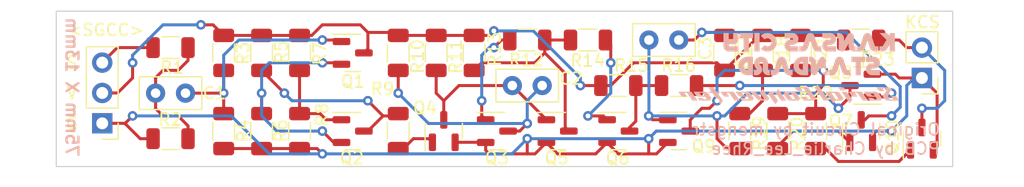
<source format=kicad_pcb>
(kicad_pcb (version 20211014) (generator pcbnew)
  (layers (0 "F.Cu" signal) (31 "B.Cu" signal) (34 "B.Paste" user) (35 "F.Paste" user) (36 "B.SilkS" user "B.Silkscreen") (37 "F.SilkS" user "F.Silkscreen") (38 "B.Mask" user) (39 "F.Mask" user) (44 "Edge.Cuts" user))
  (net 0 "")
  (net 1 "Net-(R7-Pad1)")
  (net 2 "Net-(R5-Pad2)")
  (net 3 "Net-(R9-Pad2)")
  (net 4 "Net-(R10-Pad2)")
  (net 5 "Net-(R11-Pad2)")
  (net 6 "Net-(R12-Pad1)")
  (net 7 "Net-(R12-Pad2)")
  (net 8 "Net-(R14-Pad2)")
  (net 9 "Net-(R15-Pad2)")
  (net 10 "Net-(R16-Pad2)")
  (net 11 "Net-(R17-Pad2)")
  (net 12 "Net-(R18-Pad2)")
  (net 13 "Net-(R19-Pad2)")
  (net 14 "Net-(R20-Pad1)")
  (net 15 "Net-(R20-Pad2)")
  (net 16 "Net-(R22-Pad2)")
  (net 17 "Net-(R1-Pad1)")
  (net 18 "Net-(C1-Pad1)")
  (net 19 "GND")
  (net 20 "Net-(Q1-Pad1)")
  (net 21 "Net-(J2-Pad2)")
  (net 22 "Net-(Q2-Pad2)")
  (net 23 "Net-(R8-Pad1)")
  (footprint "Resistor_SMD:R_1206_3216Metric" (layer "F.Cu") (at 70.485 18.415)
    (fp_text reference "R14")
    (fp_text value "10K")
  )
  (footprint "Connector_PinHeader_2.54mm:PinHeader_1x03_P2.54mm_Vertical" (layer "F.Cu") (at 29.845 25.385 180)
    (fp_text reference "G")
    (fp_text value "Screw_Terminal_01x03")
  )
  (footprint "Resistor_SMD:R_1206_3216Metric" (layer "F.Cu") (at 85.09 19.4925 -90)
    (fp_text reference "R18")
    (fp_text value "12K")
  )
  (footprint "Package_TO_SOT_SMD:SOT-23" (layer "F.Cu") (at 62.865 26.035)
    (fp_text reference "Q3")
    (fp_text value "MMBT3904")
  )
  (footprint "Resistor_SMD:R_1206_3216Metric" (layer "F.Cu") (at 40.005 26.035 -90)
    (fp_text reference "R4")
    (fp_text value "3K")
  )
  (footprint "Resistor_SMD:R_1206_3216Metric" (layer "F.Cu") (at 35.56 26.67 180)
    (fp_text reference "R2")
    (fp_text value "75R")
  )
  (footprint "Capacitor_THT:C_Disc_D5.0mm_W2.5mm_P2.50mm" (layer "F.Cu") (at 66.655 22.225 180)
    (fp_text reference "C2")
    (fp_text value "100n")
  )
  (footprint "Package_TO_SOT_SMD:SOT-23" (layer "F.Cu") (at 78.105 26.035)
    (fp_text reference "Q9")
    (fp_text value "MMBT3904")
  )
  (footprint "Resistor_SMD:R_1206_3216Metric" (layer "F.Cu") (at 81.915 19.4925 90)
    (fp_text reference "R17")
    (fp_text value "2R2K")
  )
  (footprint "Resistor_SMD:R_1206_3216Metric" (layer "F.Cu") (at 65.405 18.415)
    (fp_text reference "R12")
    (fp_text value "10K")
  )
  (footprint "Resistor_SMD:R_1206_3216Metric" (layer "F.Cu") (at 73.025 22.225)
    (fp_text reference "R15")
    (fp_text value "2R2K")
  )
  (footprint "Package_TO_SOT_SMD:SOT-23" (layer "F.Cu") (at 67.945 26.035)
    (fp_text reference "Q5")
    (fp_text value "MMBT3904")
  )
  (footprint "Resistor_SMD:R_1206_3216Metric" (layer "F.Cu") (at 57.785 19.4925 -90)
    (fp_text reference "R11")
    (fp_text value "22K")
  )
  (footprint "Resistor_SMD:R_1206_3216Metric" (layer "F.Cu") (at 46.355 19.4925 -90)
    (fp_text reference "R7")
    (fp_text value "10K")
  )
  (footprint "Resistor_SMD:R_1206_3216Metric" (layer "F.Cu") (at 35.56 19.05)
    (fp_text reference "R1")
    (fp_text value "150R")
  )
  (footprint "Resistor_SMD:R_1206_3216Metric" (layer "F.Cu") (at 54.61 19.4925 -90)
    (fp_text reference "R10")
    (fp_text value "2R2K")
  )
  (footprint "Package_TO_SOT_SMD:SOT-23" (layer "F.Cu") (at 50.8 19.4925)
    (fp_text reference "Q1")
    (fp_text value "MMBT3904")
  )
  (footprint "Resistor_SMD:R_1206_3216Metric" (layer "F.Cu") (at 83.185 26.035 -90)
    (fp_text reference "R19")
    (fp_text value "68K")
  )
  (footprint "Resistor_SMD:R_1206_3216Metric" (layer "F.Cu") (at 46.355 26.035 -90)
    (fp_text reference "R8")
    (fp_text value "3K")
  )
  (footprint "Package_TO_SOT_SMD:SOT-23" (layer "F.Cu") (at 73.025 26.035)
    (fp_text reference "Q6")
    (fp_text value "MMBT3904")
  )
  (footprint "Resistor_SMD:R_1206_3216Metric" (layer "F.Cu") (at 40.005 19.4925 -90)
    (fp_text reference "R3")
    (fp_text value "10K")
  )
  (footprint "Resistor_SMD:R_1206_3216Metric" (layer "F.Cu") (at 54.61 26.035 -90)
    (fp_text reference "R9")
    (fp_text value "10K")
  )
  (footprint "Connector_PinHeader_2.54mm:PinHeader_1x02_P2.54mm_Vertical" (layer "F.Cu") (at 98.425 21.59 180)
    (fp_text reference "KCS")
    (fp_text value "Screw_Terminal_01x02")
  )
  (footprint "Package_TO_SOT_SMD:SOT-23" (layer "F.Cu") (at 93.345 26.035 90)
    (fp_text reference "Q7")
    (fp_text value "MMBT3904")
  )
  (footprint "Package_TO_SOT_SMD:SOT-23" (layer "F.Cu") (at 50.8 26.035)
    (fp_text reference "Q2")
    (fp_text value "MMBT3904")
  )
  (footprint "Package_TO_SOT_SMD:SOT-23" (layer "F.Cu") (at 93.345 22.225 180)
    (fp_text reference "Q8")
    (fp_text value "MMBT3904")
  )
  (footprint "Resistor_SMD:R_1206_3216Metric" (layer "F.Cu") (at 86.36 26.035 90)
    (fp_text reference "R20")
    (fp_text value "10K")
  )
  (footprint "Package_TO_SOT_SMD:SOT-23" (layer "F.Cu") (at 58.42 26.035 90)
    (fp_text reference "Q4")
    (fp_text value "MMBT3904")
  )
  (footprint "Resistor_SMD:R_1206_3216Metric" (layer "F.Cu") (at 43.18 19.4925 -90)
    (fp_text reference "R5")
    (fp_text value "2R2K")
  )
  (footprint "Resistor_SMD:R_1206_3216Metric" (layer "F.Cu") (at 89.535 26.035 -90)
    (fp_text reference "R22")
    (fp_text value "10K")
  )
  (footprint "Capacitor_THT:C_Disc_D5.0mm_W2.5mm_P2.50mm" (layer "F.Cu") (at 78.085 18.415 180)
    (fp_text reference "C3")
    (fp_text value "100n")
  )
  (footprint "Resistor_SMD:R_1206_3216Metric" (layer "F.Cu") (at 60.96 19.4925 -90)
    (fp_text reference "R13")
    (fp_text value "2R2K")
  )
  (footprint "Package_TO_SOT_SMD:SOT-23" (layer "F.Cu") (at 98.425 26.67 90)
    (fp_text reference "Q10")
    (fp_text value "MMBT3904")
  )
  (footprint "Resistor_SMD:R_1206_3216Metric" (layer "F.Cu") (at 78.105 22.225)
    (fp_text reference "R16")
    (fp_text value "10K")
  )
  (footprint "Resistor_SMD:R_1206_3216Metric" (layer "F.Cu") (at 88.265 19.4925 -90)
    (fp_text reference "R21")
    (fp_text value "2R2K")
  )
  (footprint "Capacitor_THT:C_Disc_D5.0mm_W2.5mm_P2.50mm" (layer "F.Cu") (at 34.31 22.86)
    (fp_text reference "C1")
    (fp_text value "100n")
  )
  (footprint "Resistor_SMD:R_1206_3216Metric" (layer "F.Cu") (at 43.18 26.035 -90)
    (fp_text reference "R6")
    (fp_text value "100R")
  )
  (footprint "Resistor_SMD:R_1206_3216Metric" (layer "F.Cu") (at 93.345 18.415)
    (fp_text reference "R23")
    (fp_text value "2R2K")
  )
  (gr_poly (pts (xy 86.673458 19.812998) (xy 86.655187 19.814233) (xy 86.637268 19.816292) (xy 86.6197 19.819175) (xy 86.602483 19.822881) (xy 86.585618 19.827411) (xy 86.569104 19.832764) (xy 86.552941 19.838941) (xy 86.537129 19.845942) (xy 86.521668 19.853766) (xy 86.506559 19.862413) (xy 86.491801 19.871885) (xy 86.477394 19.88218) (xy 86.463339 19.893298) (xy 86.449634 19.90524) (xy 86.436281 19.918006) (xy 86.427743 19.926805) (xy 86.419568 19.935762) (xy 86.411756 19.944876) (xy 86.404307 19.954147) (xy 86.397222 19.963576) (xy 86.3905 19.973162) (xy 86.384141 19.982906) (xy 86.378146 19.992807) (xy 86.372514 20.002866) (xy 86.367245 20.013082) (xy 86.362339 20.023456) (xy 86.357797 20.033987) (xy 86.353618 20.044676) (xy 86.349802 20.055522) (xy 86.34635 20.066525) (xy 86.343261 20.077686) (xy 86.076609 20.883838) (xy 86.075011 20.886527) (xy 86.073316 20.889167) (xy 86.071523 20.891759) (xy 86.069634 20.894303) (xy 86.067648 20.896798) (xy 86.065566 20.899244) (xy 86.063386 20.901643) (xy 86.061109 20.903992) (xy 86.05876 20.906245) (xy 86.056362 20.908353) (xy 86.053916 20.910315) (xy 86.051421 20.912132) (xy 86.048877 20.913803) (xy 86.046286 20.915329) (xy 86.043645 20.91671) (xy 86.040956 20.917945) (xy 86.038219 20.919035) (xy 86.035433 20.91998) (xy 86.032599 20.920779) (xy 86.029716 20.921433) (xy 86.026784 20.921942) (xy 86.023804 20.922305) (xy 86.020776 20.922523) (xy 86.017699 20.922596) (xy 85.772754 20.922596) (xy 85.772754 21.362879) (xy 86.048706 21.362879) (xy 86.072324 21.362347) (xy 86.095505 21.360748) (xy 86.118251 21.358083) (xy 86.140561 21.354353) (xy 86.162434 21.349557) (xy 86.183872 21.343695) (xy 86.204873 21.336767) (xy 86.225439 21.328773) (xy 86.245569 21.319713) (xy 86.265262 21.309588) (xy 86.28452 21.298397) (xy 86.303341 21.28614) (xy 86.321726 21.272817) (xy 86.339676 21.258428) (xy 86.357189 21.242974) (xy 86.374266 21.226453) (xy 86.383053 21.217612) (xy 86.391585 21.208528) (xy 86.399863 21.199202) (xy 86.407887 21.189634) (xy 86.415656 21.179824) (xy 86.423172 21.169771) (xy 86.430433 21.159476) (xy 86.437439 21.148939) (xy 86.444191 21.138159) (xy 86.45069 21.127138) (xy 86.456933 21.115874) (xy 86.462923 21.104368) (xy 86.468658 21.09262) (xy 86.474139 21.080629) (xy 86.479365 21.068396) (xy 86.484338 21.055921) (xy 86.692081 20.428053) (xy 86.89827 21.055921) (xy 86.903242 21.068396) (xy 86.908468 21.080629) (xy 86.913949 21.09262) (xy 86.919684 21.104368) (xy 86.925673 21.115874) (xy 86.931917 21.127138) (xy 86.938414 21.138159) (xy 86.945167 21.148939) (xy 86.952173 21.159476) (xy 86.959434 21.169771) (xy 86.96695 21.179824) (xy 86.974719 21.189634) (xy 86.982743 21.199202) (xy 86.991022 21.208528) (xy 86.999555 21.217612) (xy 87.008342 21.226453) (xy 87.025419 21.242974) (xy 87.042933 21.258428) (xy 87.060882 21.272817) (xy 87.079268 21.28614) (xy 87.098089 21.298397) (xy 87.117347 21.309588) (xy 87.13704 21.319713) (xy 87.15717 21.328773) (xy 87.177735 21.336766) (xy 87.198737 21.343694) (xy 87.220175 21.349556) (xy 87.242048 21.354352) (xy 87.264358 21.358083) (xy 87.287104 21.360747) (xy 87.310285 21.362346) (xy 87.333903 21.362879) (xy 87.609855 21.362879) (xy 87.609855 20.922596) (xy 87.364909 20.922596) (xy 87.361833 20.922523) (xy 87.358805 20.922305) (xy 87.355825 20.921942) (xy 87.352894 20.921433) (xy 87.350012 20.920779) (xy 87.347177 20.91998) (xy 87.344392 20.919035) (xy 87.341654 20.917945) (xy 87.338966 20.91671) (xy 87.336325 20.915329) (xy 87.333733 20.913803) (xy 87.33119 20.912132) (xy 87.328695 20.910315) (xy 87.326248 20.908353) (xy 87.32385 20.906245) (xy 87.321501 20.903992) (xy 87.319224 20.901643) (xy 87.318122 20.90045) (xy 87.317044 20.899245) (xy 87.315991 20.898028) (xy 87.314961 20.896799) (xy 87.313956 20.895557) (xy 87.312975 20.894304) (xy 87.312018 20.893038) (xy 87.311085 20.89176) (xy 87.310177 20.89047) (xy 87.309293 20.889168) (xy 87.308433 20.887854) (xy 87.307597 20.886528) (xy 87.306785 20.885189) (xy 87.305998 20.883838) (xy 87.037797 20.073035) (xy 87.034714 20.062256) (xy 87.031279 20.051622) (xy 87.027494 20.041133) (xy 87.023357 20.03079) (xy 87.01887 20.020592) (xy 87.014031 20.010539) (xy 87.008841 20.000632) (xy 87.003299 19.99087) (xy 86.997407 19.981253) (xy 86.991163 19.971782) (xy 86.984568 19.962456) (xy 86.977623 19.953275) (xy 86.970325 19.94424) (xy 86.962677 19.93535) (xy 86.954678 19.926605) (xy 86.946327 19.918006) (xy 86.93298 19.90524) (xy 86.919294 19.893298) (xy 86.905269 19.88218) (xy 86.890905 19.871885) (xy 86.876201 19.862413) (xy 86.861158 19.853766) (xy 86.845777 19.845942) (xy 86.830056 19.838941) (xy 86.813996 19.832764) (xy 86.797597 19.827411) (xy 86.780858 19.822881) (xy 86.763781 19.819175) (xy 86.746364 19.816292) (xy 86.728608 19.814233) (xy 86.710513 19.812998) (xy 86.692079 19.812586)) (layer "B.SilkS") (width 0) (fill solid))
  (gr_poly (pts (xy 82.89177 22.741512) (xy 82.889558 22.741706) (xy 82.887421 22.742029) (xy 82.885359 22.742481) (xy 82.883373 22.743062) (xy 82.881462 22.743773) (xy 82.879627 22.744613) (xy 82.877866 22.745581) (xy 82.876182 22.74668) (xy 82.874572 22.747907) (xy 82.873038 22.749263) (xy 82.871579 22.750749) (xy 82.870195 22.752364) (xy 82.868887 22.754108) (xy 82.867654 22.755981) (xy 82.866496 22.757983) (xy 82.866085 22.758931) (xy 82.8657 22.759878) (xy 82.865341 22.760826) (xy 82.865009 22.761773) (xy 82.864704 22.762721) (xy 82.864425 22.763668) (xy 82.864173 22.764616) (xy 82.863947 22.765563) (xy 82.863748 22.76651) (xy 82.863575 22.767458) (xy 82.863429 22.768405) (xy 82.86331 22.769352) (xy 82.863217 22.7703) (xy 82.86315 22.771247) (xy 82.863111 22.772194) (xy 82.863097 22.773141) (xy 82.863119 22.774259) (xy 82.863183 22.775371) (xy 82.863291 22.776477) (xy 82.863441 22.777578) (xy 82.863634 22.778674) (xy 82.863871 22.779764) (xy 82.86415 22.780849) (xy 82.864472 22.781928) (xy 82.864837 22.783002) (xy 82.865245 22.78407) (xy 82.865696 22.785133) (xy 82.86619 22.786191) (xy 82.866727 22.787243) (xy 82.867307 22.78829) (xy 82.86793 22.789331) (xy 82.868596 22.790367) (xy 83.023627 23.012231) (xy 83.029828 23.020801) (xy 83.036201 23.029112) (xy 83.042747 23.037165) (xy 83.049465 23.04496) (xy 83.056355 23.052496) (xy 83.063417 23.059774) (xy 83.070652 23.066793) (xy 83.078059 23.073554) (xy 83.085638 23.080057) (xy 83.09339 23.086301) (xy 83.101314 23.092287) (xy 83.10941 23.098014) (xy 83.117678 23.103483) (xy 83.126118 23.108694) (xy 83.134731 23.113646) (xy 83.143516 23.11834) (xy 83.152441 23.122762) (xy 83.161474 23.126899) (xy 83.170614 23.130751) (xy 83.179862 23.134317) (xy 83.189218 23.137598) (xy 83.198681 23.140593) (xy 83.208252 23.143304) (xy 83.217931 23.145729) (xy 83.227717 23.147869) (xy 83.237611 23.149723) (xy 83.247612 23.151292) (xy 83.257721 23.152576) (xy 83.267938 23.153575) (xy 83.278262 23.154288) (xy 83.288694 23.154716) (xy 83.299234 23.154858) (xy 83.788438 23.155547) (xy 83.792271 23.15565) (xy 83.796018 23.155957) (xy 83.799678 23.156468) (xy 83.803253 23.157184) (xy 83.806741 23.158104) (xy 83.810144 23.159229) (xy 83.81346 23.160559) (xy 83.81669 23.162093) (xy 83.819834 23.163832) (xy 83.822891 23.165775) (xy 83.825863 23.167923) (xy 83.828748 23.170275) (xy 83.831547 23.172832) (xy 83.83426 23.175594) (xy 83.836887 23.17856) (xy 83.839427 23.18173) (xy 83.911088 23.283705) (xy 83.911754 23.284744) (xy 83.912377 23.285794) (xy 83.912957 23.286855) (xy 83.913494 23.287926) (xy 83.913988 23.289008) (xy 83.914439 23.290101) (xy 83.914847 23.291204) (xy 83.915212 23.292319) (xy 83.915534 23.293444) (xy 83.915814 23.294579) (xy 83.91605 23.295726) (xy 83.916243 23.296883) (xy 83.916394 23.298051) (xy 83.916501 23.29923) (xy 83.916565 23.300419) (xy 83.916587 23.301619) (xy 83.916565 23.302739) (xy 83.916501 23.303859) (xy 83.916394 23.304979) (xy 83.916243 23.306099) (xy 83.91605 23.307219) (xy 83.915814 23.308338) (xy 83.915534 23.309458) (xy 83.915212 23.310578) (xy 83.914847 23.311697) (xy 83.914439 23.312817) (xy 83.913988 23.313936) (xy 83.913494 23.315056) (xy 83.912957 23.316175) (xy 83.912377 23.317295) (xy 83.911754 23.318414) (xy 83.911088 23.319533) (xy 83.864238 23.38499) (xy 83.863016 23.386659) (xy 83.86175 23.38822) (xy 83.860441 23.389673) (xy 83.859087 23.391019) (xy 83.85769 23.392257) (xy 83.85625 23.393387) (xy 83.854765 23.39441) (xy 83.853237 23.395325) (xy 83.851665 23.396133) (xy 83.850049 23.396833) (xy 83.84839 23.397425) (xy 83.846687 23.397909) (xy 83.84494 23.398286) (xy 83.843149 23.398555) (xy 83.841315 23.398717) (xy 83.839437 23.39877) (xy 83.751927 23.39877) (xy 83.749973 23.398722) (xy 83.748073 23.398577) (xy 83.746226 23.398334) (xy 83.744434 23.397995) (xy 83.742695 23.397559) (xy 83.74101 23.397026) (xy 83.739379 23.396397) (xy 83.737802 23.39567) (xy 83.736279 23.394846) (xy 83.73481 23.393926) (xy 83.733395 23.392908) (xy 83.732033 23.391794) (xy 83.730726 23.390583) (xy 83.729472 23.389275) (xy 83.728272 23.38787) (xy 83.727126 23.386368) (xy 83.713895 23.370515) (xy 83.700212 23.355685) (xy 83.686076 23.341878) (xy 83.671488 23.329094) (xy 83.656448 23.317332) (xy 83.640956 23.306593) (xy 83.625012 23.296877) (xy 83.608615 23.288183) (xy 83.591767 23.280512) (xy 83.574466 23.273864) (xy 83.556713 23.268239) (xy 83.538508 23.263637) (xy 83.519851 23.260057) (xy 83.500741 23.2575) (xy 83.481179 23.255966) (xy 83.461166 23.255455) (xy 83.253081 23.255455) (xy 83.251381 23.255492) (xy 83.249723 23.255606) (xy 83.248108 23.255794) (xy 83.246536 23.256058) (xy 83.245007 23.256397) (xy 83.243522 23.256812) (xy 83.242079 23.257302) (xy 83.240679 23.257867) (xy 83.239323 23.258508) (xy 83.238009 23.259224) (xy 83.236739 23.260016) (xy 83.235511 23.260883) (xy 83.234327 23.261825) (xy 83.233186 23.262843) (xy 83.232088 23.263936) (xy 83.231032 23.265105) (xy 83.230027 23.266236) (xy 83.229087 23.267388) (xy 83.228212 23.268561) (xy 83.227401 23.269757) (xy 83.226655 23.270973) (xy 83.225974 23.272212) (xy 83.225358 23.273471) (xy 83.224807 23.274753) (xy 83.224321 23.276055) (xy 83.223899 23.277379) (xy 83.223542 23.278725) (xy 83.223251 23.280092) (xy 83.223024 23.281481) (xy 83.222861 23.282891) (xy 83.222764 23.284323) (xy 83.222732 23.285776) (xy 83.222753 23.286896) (xy 83.222818 23.288016) (xy 83.222925 23.289136) (xy 83.223075 23.290255) (xy 83.223269 23.291375) (xy 83.223505 23.292495) (xy 83.223784 23.293615) (xy 83.224107 23.294734) (xy 83.224472 23.295854) (xy 83.22488 23.296974) (xy 83.225331 23.298093) (xy 83.225826 23.299213) (xy 83.226363 23.300332) (xy 83.226943 23.301452) (xy 83.227566 23.302571) (xy 83.228232 23.303691) (xy 83.335719 23.457342) (xy 83.338176 23.460512) (xy 83.340725 23.463478) (xy 83.343365 23.46624) (xy 83.346096 23.468797) (xy 83.34892 23.471149) (xy 83.351835 23.473297) (xy 83.354841 23.47524) (xy 83.357939 23.476979) (xy 83.361128 23.478513) (xy 83.364409 23.479843) (xy 83.367782 23.480968) (xy 83.371246 23.481888) (xy 83.374802 23.482604) (xy 83.378449 23.483115) (xy 83.382188 23.483422) (xy 83.386018 23.483525) (xy 83.386012 23.483521) (xy 84.205257 23.483521) (xy 84.209087 23.483419) (xy 84.212826 23.483112) (xy 84.216473 23.482601) (xy 84.220029 23.481885) (xy 84.223493 23.480964) (xy 84.226866 23.479839) (xy 84.230147 23.478509) (xy 84.233337 23.476975) (xy 84.236434 23.475237) (xy 84.239441 23.473293) (xy 84.242356 23.471146) (xy 84.245179 23.468793) (xy 84.247911 23.466236) (xy 84.250551 23.463475) (xy 84.2531 23.460509) (xy 84.255557 23.457338) (xy 84.340306 23.33676) (xy 84.341641 23.334685) (xy 84.342889 23.332593) (xy 84.344052 23.330486) (xy 84.345128 23.328362) (xy 84.346118 23.326222) (xy 84.347022 23.324067) (xy 84.34784 23.321894) (xy 84.348572 23.319706) (xy 84.349218 23.317502) (xy 84.349777 23.315282) (xy 84.350251 23.313045) (xy 84.350638 23.310792) (xy 84.35094 23.308523) (xy 84.351155 23.306238) (xy 84.351284 23.303937) (xy 84.351327 23.30162) (xy 84.351284 23.299302) (xy 84.351155 23.297001) (xy 84.35094 23.294716) (xy 84.350638 23.292447) (xy 84.350251 23.290194) (xy 84.349777 23.287958) (xy 84.349218 23.285737) (xy 84.348572 23.283533) (xy 84.34784 23.281345) (xy 84.347022 23.279173) (xy 84.346118 23.277017) (xy 84.345128 23.274877) (xy 84.344052 23.272753) (xy 84.342889 23.270646) (xy 84.341641 23.268555) (xy 84.340306 23.26648) (xy 84.181059 23.0391) (xy 83.732551 23.0391) (xy 83.732537 23.040045) (xy 83.732498 23.040984) (xy 83.732431 23.041918) (xy 83.732338 23.042846) (xy 83.732219 23.04377) (xy 83.732073 23.044687) (xy 83.7319 23.0456) (xy 83.731701 23.046507) (xy 83.731475 23.047409) (xy 83.731223 23.048305) (xy 83.730944 23.049196) (xy 83.730639 23.050081) (xy 83.730307 23.050961) (xy 83.729948 23.051836) (xy 83.729563 23.052705) (xy 83.729152 23.053569) (xy 83.727832 23.055571) (xy 83.726459 23.057444) (xy 83.725032 23.059188) (xy 83.723552 23.060803) (xy 83.722017 23.062289) (xy 83.72123 23.062983) (xy 83.720429 23.063645) (xy 83.719615 23.064275) (xy 83.718787 23.064873) (xy 83.717946 23.065438) (xy 83.717091 23.065971) (xy 83.716223 23.066471) (xy 83.715342 23.06694) (xy 83.714447 23.067376) (xy 83.713539 23.067779) (xy 83.712617 23.068151) (xy 83.711682 23.06849) (xy 83.710733 23.068797) (xy 83.709771 23.069071) (xy 83.708795 23.069313) (xy 83.707806 23.069523) (xy 83.706804 23.069701) (xy 83.705788 23.069846) (xy 83.704759 23.069959) (xy 83.703716 23.07004) (xy 83.701591 23.070105) (xy 83.57825 23.07011) (xy 83.56957 23.069878) (xy 83.5611 23.069184) (xy 83.552839 23.068027) (xy 83.544789 23.066406) (xy 83.536949 23.064323) (xy 83.529319 23.061777) (xy 83.521898 23.058768) (xy 83.514688 23.055296) (xy 83.507687 23.051361) (xy 83.500896 23.046963) (xy 83.494316 23.042102) (xy 83.487945 23.036778) (xy 83.481784 23.030992) (xy 83.475833 23.024742) (xy 83.470092 23.018029) (xy 83.464561 23.010854) (xy 83.352941 22.851002) (xy 83.352602 22.850483) (xy 83.352285 22.849959) (xy 83.35199 22.849429) (xy 83.351716 22.848893) (xy 83.351465 22.848352) (xy 83.351235 22.847806) (xy 83.351027 22.847254) (xy 83.350841 22.846697) (xy 83.350677 22.846134) (xy 83.350535 22.845566) (xy 83.350414 22.844992) (xy 83.350316 22.844413) (xy 83.350239 22.843829) (xy 83.350184 22.843239) (xy 83.350152 22.842643) (xy 83.350141 22.842042) (xy 83.350146 22.841611) (xy 83.350163 22.84118) (xy 83.35019 22.840749) (xy 83.350228 22.840318) (xy 83.350278 22.839887) (xy 83.350338 22.839456) (xy 83.350409 22.839025) (xy 83.350491 22.838594) (xy 83.350584 22.838164) (xy 83.350688 22.837733) (xy 83.350803 22.837303) (xy 83.350928 22.836873) (xy 83.351065 22.836442) (xy 83.351213 22.836012) (xy 83.351371 22.835582) (xy 83.351541 22.835152) (xy 83.352239 22.83415) (xy 83.352959 22.833214) (xy 83.353701 22.832341) (xy 83.354465 22.831534) (xy 83.35525 22.830791) (xy 83.356057 22.830112) (xy 83.356886 22.829499) (xy 83.357736 22.828949) (xy 83.35817 22.828699) (xy 83.358609 22.828465) (xy 83.359053 22.828247) (xy 83.359502 22.828045) (xy 83.359957 22.827859) (xy 83.360418 22.82769) (xy 83.360884 22.827536) (xy 83.361355 22.827399) (xy 83.361832 22.827278) (xy 83.362314 22.827173) (xy 83.362802 22.827084) (xy 83.363295 22.827011) (xy 83.363793 22.826955) (xy 83.364297 22.826914) (xy 83.365321 22.826882) (xy 83.518283 22.826882) (xy 83.526963 22.827113) (xy 83.535433 22.827808) (xy 83.543693 22.828965) (xy 83.551743 22.830585) (xy 83.559583 22.832669) (xy 83.567214 22.835215) (xy 83.574634 22.838224) (xy 83.581844 22.841696) (xy 83.588845 22.845631) (xy 83.595636 22.850029) (xy 83.602216 22.85489) (xy 83.608587 22.860213) (xy 83.614748 22.866) (xy 83.620699 22.87225) (xy 83.62644 22.878962) (xy 83.631971 22.886138) (xy 83.727052 23.021186) (xy 83.727718 23.022225) (xy 83.728341 23.023275) (xy 83.728921 23.024335) (xy 83.729458 23.025407) (xy 83.729952 23.026489) (xy 83.730403 23.027581) (xy 83.730811 23.028685) (xy 83.731176 23.029799) (xy 83.731498 23.030924) (xy 83.731777 23.03206) (xy 83.732014 23.033206) (xy 83.732207 23.034364) (xy 83.732357 23.035531) (xy 83.732465 23.03671) (xy 83.732529 23.0379) (xy 83.732551 23.0391) (xy 84.181059 23.0391) (xy 84.072969 22.884763) (xy 84.059541 22.867409) (xy 84.045612 22.851174) (xy 84.031183 22.836058) (xy 84.016253 22.822063) (xy 84.000823 22.809187) (xy 83.984892 22.79743) (xy 83.968461 22.786794) (xy 83.951528 22.777276) (xy 83.934096 22.768879) (xy 83.916162 22.761601) (xy 83.897728 22.755443) (xy 83.878794 22.750405) (xy 83.859358 22.746486) (xy 83.839423 22.743687) (xy 83.818986 22.742007) (xy 83.798049 22.741447) (xy 82.894057 22.741447)) (layer "B.SilkS") (width 0) (fill solid))
  (gr_poly (pts (xy 84.405399 19.378504) (xy 84.845683 19.378504) (xy 84.845683 17.828211) (xy 84.405399 17.828211)) (layer "B.SilkS") (width 0) (fill solid))
  (gr_poly (pts (xy 91.492869 22.367378) (xy 91.490734 22.36758) (xy 91.48867 22.367916) (xy 91.486676 22.368387) (xy 91.484751 22.368993) (xy 91.482897 22.369733) (xy 91.481113 22.370608) (xy 91.479398 22.371617) (xy 91.477754 22.372761) (xy 91.476179 22.374039) (xy 91.474674 22.375452) (xy 91.47324 22.377) (xy 91.471875 22.378682) (xy 91.47058 22.380499) (xy 91.469356 22.38245) (xy 91.468201 22.384536) (xy 91.467783 22.3854) (xy 91.467392 22.386269) (xy 91.467028 22.387144) (xy 91.466692 22.388024) (xy 91.466382 22.388909) (xy 91.466099 22.3898) (xy 91.465842 22.390696) (xy 91.465613 22.391598) (xy 91.465411 22.392505) (xy 91.465236 22.393417) (xy 91.465088 22.394335) (xy 91.464967 22.395258) (xy 91.464872 22.396187) (xy 91.464805 22.397121) (xy 91.464764 22.39806) (xy 91.464751 22.399005) (xy 91.464772 22.400122) (xy 91.464837 22.401234) (xy 91.464945 22.40234) (xy 91.465095 22.403441) (xy 91.465289 22.404537) (xy 91.465526 22.405627) (xy 91.465806 22.406712) (xy 91.466128 22.407791) (xy 91.466494 22.408865) (xy 91.466903 22.409934) (xy 91.467355 22.410997) (xy 91.46785 22.412054) (xy 91.468388 22.413107) (xy 91.468969 22.414153) (xy 91.469594 22.415195) (xy 91.470261 22.416231) (xy 91.607382 22.611913) (xy 91.60984 22.615083) (xy 91.612389 22.618049) (xy 91.615029 22.620811) (xy 91.617761 22.623368) (xy 91.620584 22.62572) (xy 91.623499 22.627868) (xy 91.626506 22.629811) (xy 91.629604 22.63155) (xy 91.632793 22.633084) (xy 91.636074 22.634413) (xy 91.639446 22.635538) (xy 91.64291 22.636459) (xy 91.646466 22.637175) (xy 91.650112 22.637686) (xy 91.653851 22.637993) (xy 91.657681 22.638095) (xy 92.008391 22.638095) (xy 92.010515 22.638031) (xy 92.012579 22.637837) (xy 92.014585 22.637514) (xy 92.01653 22.637062) (xy 92.018417 22.63648) (xy 92.020245 22.63577) (xy 92.022013 22.63493) (xy 92.023722 22.633961) (xy 92.025372 22.632863) (xy 92.026963 22.631636) (xy 92.028494 22.630279) (xy 92.029966 22.628794) (xy 92.03138 22.627179) (xy 92.032733 22.625435) (xy 92.034028 22.623562) (xy 92.035264 22.621559) (xy 92.035681 22.620695) (xy 92.036072 22.619826) (xy 92.036436 22.618951) (xy 92.036773 22.618071) (xy 92.037083 22.617186) (xy 92.037366 22.616295) (xy 92.037622 22.615399) (xy 92.037851 22.614497) (xy 92.038053 22.61359) (xy 92.038228 22.612678) (xy 92.038376 22.61176) (xy 92.038498 22.610837) (xy 92.038592 22.609908) (xy 92.038659 22.608974) (xy 92.0387 22.608035) (xy 92.038713 22.60709) (xy 92.038692 22.605973) (xy 92.038627 22.604861) (xy 92.038519 22.603755) (xy 92.038369 22.602654) (xy 92.038175 22.601558) (xy 92.037938 22.600468) (xy 92.037658 22.599383) (xy 92.037336 22.598304) (xy 92.03697 22.59723) (xy 92.036561 22.596162) (xy 92.036109 22.595099) (xy 92.035614 22.594041) (xy 92.035076 22.592989) (xy 92.034495 22.591942) (xy 92.03387 22.590901) (xy 92.033203 22.589865) (xy 91.896082 22.394183) (xy 91.893624 22.390929) (xy 91.891075 22.387885) (xy 91.888435 22.38505) (xy 91.885703 22.382426) (xy 91.88288 22.380012) (xy 91.879965 22.377808) (xy 91.876958 22.375813) (xy 91.87386 22.374029) (xy 91.870671 22.372454) (xy 91.86739 22.37109) (xy 91.864018 22.369935) (xy 91.860554 22.36899) (xy 91.856998 22.368255) (xy 91.853352 22.367731) (xy 91.849613 22.367416) (xy 91.845783 22.367311) (xy 91.495073 22.367311)) (layer "B.SilkS") (width 0) (fill solid))
  (gr_poly (pts (xy 79.361238 22.741512) (xy 79.359026 22.741706) (xy 79.356889 22.742029) (xy 79.354828 22.742481) (xy 79.352842 22.743062) (xy 79.350931 22.743773) (xy 79.349096 22.744613) (xy 79.347335 22.745581) (xy 79.345651 22.74668) (xy 79.344041 22.747907) (xy 79.342507 22.749263) (xy 79.341048 22.750749) (xy 79.339665 22.752364) (xy 79.338356 22.754108) (xy 79.337124 22.755981) (xy 79.335966 22.757983) (xy 79.335554 22.758931) (xy 79.335169 22.759878) (xy 79.33481 22.760826) (xy 79.334478 22.761773) (xy 79.334173 22.762721) (xy 79.333894 22.763668) (xy 79.333641 22.764616) (xy 79.333415 22.765563) (xy 79.333216 22.76651) (xy 79.333043 22.767458) (xy 79.332897 22.768405) (xy 79.332778 22.769352) (xy 79.332685 22.7703) (xy 79.332619 22.771247) (xy 79.332579 22.772194) (xy 79.332565 22.773141) (xy 79.332587 22.774259) (xy 79.332651 22.775371) (xy 79.332759 22.776477) (xy 79.332909 22.777578) (xy 79.333102 22.778674) (xy 79.333339 22.779764) (xy 79.333618 22.780849) (xy 79.33394 22.781928) (xy 79.334306 22.783002) (xy 79.334714 22.78407) (xy 79.335165 22.785133) (xy 79.335659 22.786191) (xy 79.336197 22.787243) (xy 79.336777 22.78829) (xy 79.3374 22.789331) (xy 79.338066 22.790367) (xy 79.493095 23.012231) (xy 79.499297 23.020801) (xy 79.50567 23.029112) (xy 79.512216 23.037165) (xy 79.518934 23.04496) (xy 79.525824 23.052496) (xy 79.532886 23.059774) (xy 79.540121 23.066793) (xy 79.547528 23.073554) (xy 79.555107 23.080057) (xy 79.562859 23.086301) (xy 79.570783 23.092287) (xy 79.578879 23.098014) (xy 79.587147 23.103483) (xy 79.595588 23.108694) (xy 79.604201 23.113646) (xy 79.612986 23.11834) (xy 79.621911 23.122762) (xy 79.630943 23.126899) (xy 79.640083 23.130751) (xy 79.649331 23.134317) (xy 79.658687 23.137598) (xy 79.66815 23.140593) (xy 79.677721 23.143304) (xy 79.687399 23.145729) (xy 79.697185 23.147869) (xy 79.707079 23.149723) (xy 79.717081 23.151292) (xy 79.72719 23.152576) (xy 79.737407 23.153575) (xy 79.747732 23.154288) (xy 79.758164 23.154716) (xy 79.768704 23.154858) (xy 80.257906 23.155547) (xy 80.261739 23.15565) (xy 80.265486 23.155957) (xy 80.269147 23.156468) (xy 80.272722 23.157184) (xy 80.27621 23.158104) (xy 80.279613 23.159229) (xy 80.282929 23.160559) (xy 80.286159 23.162093) (xy 80.289303 23.163832) (xy 80.29236 23.165775) (xy 80.295332 23.167923) (xy 80.298217 23.170275) (xy 80.301016 23.172832) (xy 80.303729 23.175594) (xy 80.306356 23.17856) (xy 80.308897 23.18173) (xy 80.380556 23.283705) (xy 80.381222 23.284744) (xy 80.381846 23.285794) (xy 80.382426 23.286855) (xy 80.382963 23.287926) (xy 80.383457 23.289008) (xy 80.383909 23.290101) (xy 80.384317 23.291204) (xy 80.384682 23.292319) (xy 80.385004 23.293444) (xy 80.385284 23.294579) (xy 80.38552 23.295726) (xy 80.385713 23.296883) (xy 80.385864 23.298051) (xy 80.385971 23.29923) (xy 80.386036 23.300419) (xy 80.386057 23.301619) (xy 80.386036 23.302739) (xy 80.385971 23.303859) (xy 80.385864 23.304979) (xy 80.385713 23.306099) (xy 80.38552 23.307219) (xy 80.385284 23.308338) (xy 80.385004 23.309458) (xy 80.384682 23.310578) (xy 80.384317 23.311697) (xy 80.383909 23.312817) (xy 80.383457 23.313936) (xy 80.382963 23.315056) (xy 80.382426 23.316175) (xy 80.381846 23.317295) (xy 80.381222 23.318414) (xy 80.380556 23.319533) (xy 80.333706 23.38499) (xy 80.332484 23.386659) (xy 80.331219 23.38822) (xy 80.32991 23.389673) (xy 80.328557 23.391019) (xy 80.32716 23.392257) (xy 80.325719 23.393387) (xy 80.324235 23.39441) (xy 80.322707 23.395325) (xy 80.321135 23.396133) (xy 80.319519 23.396833) (xy 80.31786 23.397425) (xy 80.316157 23.397909) (xy 80.31441 23.398286) (xy 80.312619 23.398555) (xy 80.310785 23.398717) (xy 80.308907 23.39877) (xy 80.221396 23.39877) (xy 80.219441 23.398722) (xy 80.217541 23.398577) (xy 80.215694 23.398334) (xy 80.213902 23.397995) (xy 80.212163 23.397559) (xy 80.210478 23.397026) (xy 80.208848 23.396397) (xy 80.207271 23.39567) (xy 80.205748 23.394846) (xy 80.204279 23.393926) (xy 80.202863 23.392908) (xy 80.201502 23.391794) (xy 80.200195 23.390583) (xy 80.198941 23.389275) (xy 80.197742 23.38787) (xy 80.196596 23.386368) (xy 80.183365 23.370515) (xy 80.169681 23.355685) (xy 80.155545 23.341878) (xy 80.140957 23.329094) (xy 80.125917 23.317332) (xy 80.110425 23.306593) (xy 80.094481 23.296877) (xy 80.078084 23.288183) (xy 80.061235 23.280512) (xy 80.043935 23.273864) (xy 80.026182 23.268239) (xy 80.007977 23.263637) (xy 79.98932 23.260057) (xy 79.97021 23.2575) (xy 79.950649 23.255966) (xy 79.930636 23.255455) (xy 79.722551 23.255455) (xy 79.72085 23.255492) (xy 79.719192 23.255606) (xy 79.717577 23.255794) (xy 79.716005 23.256058) (xy 79.714477 23.256397) (xy 79.712991 23.256812) (xy 79.711548 23.257302) (xy 79.710148 23.257867) (xy 79.708792 23.258508) (xy 79.707478 23.259224) (xy 79.706208 23.260016) (xy 79.70498 23.260883) (xy 79.703796 23.261825) (xy 79.702654 23.262843) (xy 79.701556 23.263936) (xy 79.700501 23.265105) (xy 79.699496 23.266236) (xy 79.698555 23.267388) (xy 79.69768 23.268561) (xy 79.69687 23.269757) (xy 79.696124 23.270973) (xy 79.695443 23.272212) (xy 79.694827 23.273471) (xy 79.694276 23.274753) (xy 79.69379 23.276055) (xy 79.693369 23.277379) (xy 79.693012 23.278725) (xy 79.69272 23.280092) (xy 79.692493 23.281481) (xy 79.692331 23.282891) (xy 79.692234 23.284323) (xy 79.692202 23.285776) (xy 79.692223 23.286896) (xy 79.692288 23.288016) (xy 79.692395 23.289136) (xy 79.692545 23.290255) (xy 79.692739 23.291375) (xy 79.692975 23.292495) (xy 79.693254 23.293615) (xy 79.693576 23.294734) (xy 79.693942 23.295854) (xy 79.69435 23.296974) (xy 79.694801 23.298093) (xy 79.695295 23.299213) (xy 79.695832 23.300332) (xy 79.696412 23.301452) (xy 79.697035 23.302571) (xy 79.697701 23.303691) (xy 79.805187 23.457342) (xy 79.807645 23.460512) (xy 79.810193 23.463478) (xy 79.812834 23.46624) (xy 79.815565 23.468797) (xy 79.818389 23.471149) (xy 79.821304 23.473297) (xy 79.82431 23.47524) (xy 79.827408 23.476979) (xy 79.830597 23.478513) (xy 79.833879 23.479843) (xy 79.837251 23.480968) (xy 79.840715 23.481888) (xy 79.844271 23.482604) (xy 79.847918 23.483115) (xy 79.851657 23.483422) (xy 79.855488 23.483525) (xy 79.855487 23.483524) (xy 79.855486 23.483523) (xy 79.855485 23.483523) (xy 79.855485 23.483522) (xy 79.855484 23.483522) (xy 79.855484 23.483521) (xy 80.674726 23.483521) (xy 80.678556 23.483419) (xy 80.682295 23.483112) (xy 80.685942 23.482601) (xy 80.689498 23.481885) (xy 80.692962 23.480964) (xy 80.696335 23.479839) (xy 80.699616 23.478509) (xy 80.702806 23.476975) (xy 80.705904 23.475237) (xy 80.70891 23.473293) (xy 80.711825 23.471146) (xy 80.714648 23.468793) (xy 80.71738 23.466236) (xy 80.72002 23.463475) (xy 80.722569 23.460509) (xy 80.725026 23.457338) (xy 80.809775 23.33676) (xy 80.811111 23.334685) (xy 80.812361 23.332593) (xy 80.813524 23.330486) (xy 80.814602 23.328362) (xy 80.815593 23.326222) (xy 80.816498 23.324067) (xy 80.817316 23.321894) (xy 80.818049 23.319706) (xy 80.818695 23.317502) (xy 80.819255 23.315282) (xy 80.819729 23.313045) (xy 80.820116 23.310792) (xy 80.820418 23.308523) (xy 80.820633 23.306238) (xy 80.820763 23.303937) (xy 80.820806 23.30162) (xy 80.820763 23.299302) (xy 80.820633 23.297001) (xy 80.820418 23.294716) (xy 80.820116 23.292447) (xy 80.819729 23.290194) (xy 80.819255 23.287958) (xy 80.818695 23.285737) (xy 80.818049 23.283533) (xy 80.817316 23.281345) (xy 80.816498 23.279173) (xy 80.815593 23.277017) (xy 80.814602 23.274877) (xy 80.813524 23.272753) (xy 80.812361 23.270646) (xy 80.811111 23.268555) (xy 80.809775 23.26648) (xy 80.650528 23.039099) (xy 80.202021 23.039099) (xy 80.202007 23.040044) (xy 80.201968 23.040983) (xy 80.201901 23.041917) (xy 80.201808 23.042846) (xy 80.201689 23.043769) (xy 80.201543 23.044687) (xy 80.20137 23.045599) (xy 80.201171 23.046506) (xy 80.200945 23.047408) (xy 80.200693 23.048304) (xy 80.200414 23.049195) (xy 80.200108 23.05008) (xy 80.199776 23.05096) (xy 80.199417 23.051835) (xy 80.199032 23.052704) (xy 80.19862 23.053568) (xy 80.197301 23.055571) (xy 80.195928 23.057444) (xy 80.194501 23.059188) (xy 80.19302 23.060803) (xy 80.191486 23.062288) (xy 80.190699 23.062983) (xy 80.189898 23.063645) (xy 80.189084 23.064275) (xy 80.188256 23.064872) (xy 80.187415 23.065437) (xy 80.18656 23.06597) (xy 80.185693 23.066471) (xy 80.184811 23.066939) (xy 80.183916 23.067375) (xy 80.183008 23.067779) (xy 80.182086 23.06815) (xy 80.181151 23.068489) (xy 80.180203 23.068796) (xy 80.179241 23.069071) (xy 80.178265 23.069313) (xy 80.177276 23.069523) (xy 80.176274 23.0697) (xy 80.175258 23.069846) (xy 80.174229 23.069959) (xy 80.173186 23.07004) (xy 80.171061 23.070104) (xy 80.04772 23.07011) (xy 80.03904 23.069878) (xy 80.03057 23.069184) (xy 80.02231 23.068027) (xy 80.014259 23.066406) (xy 80.006419 23.064323) (xy 79.998789 23.061777) (xy 79.991368 23.058768) (xy 79.984158 23.055296) (xy 79.977157 23.051361) (xy 79.970366 23.046963) (xy 79.963786 23.042102) (xy 79.957415 23.036778) (xy 79.951254 23.030992) (xy 79.945303 23.024742) (xy 79.939562 23.018029) (xy 79.934031 23.010854) (xy 79.822411 22.851002) (xy 79.822072 22.850483) (xy 79.821754 22.849958) (xy 79.821459 22.849428) (xy 79.821185 22.848893) (xy 79.820934 22.848352) (xy 79.820704 22.847806) (xy 79.820496 22.847254) (xy 79.82031 22.846697) (xy 79.820146 22.846134) (xy 79.820004 22.845566) (xy 79.819884 22.844992) (xy 79.819786 22.844413) (xy 79.819709 22.843828) (xy 79.819654 22.843238) (xy 79.819622 22.842643) (xy 79.819611 22.842041) (xy 79.819616 22.84161) (xy 79.819633 22.841179) (xy 79.81966 22.840748) (xy 79.819698 22.840317) (xy 79.819747 22.839886) (xy 79.819807 22.839455) (xy 79.819878 22.839025) (xy 79.81996 22.838594) (xy 79.820053 22.838163) (xy 79.820157 22.837733) (xy 79.820272 22.837302) (xy 79.820398 22.836872) (xy 79.820534 22.836442) (xy 79.820682 22.836012) (xy 79.820841 22.835581) (xy 79.821011 22.835151) (xy 79.821709 22.83415) (xy 79.822429 22.833213) (xy 79.823171 22.832341) (xy 79.823934 22.831533) (xy 79.824719 22.83079) (xy 79.825526 22.830112) (xy 79.826354 22.829498) (xy 79.827205 22.828949) (xy 79.827638 22.828699) (xy 79.828077 22.828464) (xy 79.828521 22.828246) (xy 79.828971 22.828044) (xy 79.829426 22.827859) (xy 79.829886 22.827689) (xy 79.830352 22.827536) (xy 79.830823 22.827398) (xy 79.8313 22.827277) (xy 79.831782 22.827172) (xy 79.83227 22.827083) (xy 79.832763 22.827011) (xy 79.833261 22.826954) (xy 79.833765 22.826914) (xy 79.834789 22.826881) (xy 79.987751 22.826881) (xy 79.996431 22.827113) (xy 80.004901 22.827807) (xy 80.013162 22.828965) (xy 80.021212 22.830585) (xy 80.029052 22.832668) (xy 80.036683 22.835214) (xy 80.044103 22.838223) (xy 80.051313 22.841695) (xy 80.058314 22.84563) (xy 80.065105 22.850028) (xy 80.071685 22.854889) (xy 80.078056 22.860213) (xy 80.084217 22.866) (xy 80.090168 22.872249) (xy 80.095909 22.878962) (xy 80.101441 22.886138) (xy 80.19652 23.021185) (xy 80.197186 23.022224) (xy 80.197809 23.023274) (xy 80.19839 23.024335) (xy 80.198927 23.025406) (xy 80.199421 23.026488) (xy 80.199872 23.027581) (xy 80.200281 23.028684) (xy 80.200646 23.029799) (xy 80.200968 23.030924) (xy 80.201247 23.032059) (xy 80.201484 23.033206) (xy 80.201677 23.034363) (xy 80.201827 23.035531) (xy 80.201935 23.03671) (xy 80.201999 23.037899) (xy 80.202021 23.039099) (xy 80.650528 23.039099) (xy 80.542438 22.884763) (xy 80.52901 22.867409) (xy 80.515082 22.851174) (xy 80.500653 22.836058) (xy 80.485723 22.822063) (xy 80.470293 22.809187) (xy 80.454362 22.79743) (xy 80.43793 22.786794) (xy 80.420998 22.777276) (xy 80.403566 22.768879) (xy 80.385632 22.761601) (xy 80.367198 22.755443) (xy 80.348264 22.750405) (xy 80.328828 22.746486) (xy 80.308893 22.743687) (xy 80.288456 22.742007) (xy 80.267519 22.741447) (xy 79.363525 22.741447)) (layer "B.SilkS") (width 0) (fill solid))
  (gr_poly (pts (xy 93.749015 20.251319) (xy 94.412541 20.251319) (xy 94.415611 20.251386) (xy 94.418621 20.251586) (xy 94.42157 20.251919) (xy 94.424459 20.252385) (xy 94.427287 20.252984) (xy 94.430054 20.253717) (xy 94.432761 20.254583) (xy 94.435408 20.255582) (xy 94.437994 20.256715) (xy 94.440519 20.25798) (xy 94.442984 20.259379) (xy 94.445388 20.260911) (xy 94.447731 20.262577) (xy 94.450014 20.264375) (xy 94.452237 20.266307) (xy 94.454399 20.268372) (xy 94.456464 20.270534) (xy 94.458395 20.272757) (xy 94.460194 20.27504) (xy 94.461859 20.277383) (xy 94.463391 20.279787) (xy 94.46479 20.282252) (xy 94.466056 20.284777) (xy 94.467188 20.287363) (xy 94.468187 20.29001) (xy 94.469053 20.292717) (xy 94.469786 20.295484) (xy 94.470386 20.298312) (xy 94.470852 20.301201) (xy 94.471185 20.30415) (xy 94.471385 20.30716) (xy 94.471451 20.31023) (xy 94.471385 20.313301) (xy 94.471185 20.316311) (xy 94.470852 20.31926) (xy 94.470386 20.322148) (xy 94.469786 20.324977) (xy 94.469053 20.327744) (xy 94.468187 20.330451) (xy 94.467188 20.333098) (xy 94.466056 20.335683) (xy 94.46479 20.338209) (xy 94.463391 20.340673) (xy 94.461859 20.343078) (xy 94.460194 20.345421) (xy 94.458395 20.347704) (xy 94.456464 20.349927) (xy 94.454399 20.352089) (xy 94.452237 20.354154) (xy 94.450014 20.356085) (xy 94.447731 20.357884) (xy 94.445388 20.359549) (xy 94.442984 20.361081) (xy 94.440519 20.36248) (xy 94.437994 20.363746) (xy 94.435408 20.364878) (xy 94.432761 20.365878) (xy 94.430054 20.366744) (xy 94.427287 20.367476) (xy 94.424459 20.368076) (xy 94.42157 20.368542) (xy 94.418621 20.368875) (xy 94.415611 20.369075) (xy 94.412541 20.369142) (xy 94.246659 20.369142) (xy 94.221307 20.369711) (xy 94.196408 20.371419) (xy 94.171964 20.374265) (xy 94.147973 20.37825) (xy 94.124437 20.383373) (xy 94.101356 20.389635) (xy 94.078728 20.397035) (xy 94.056555 20.405574) (xy 94.034835 20.415251) (xy 94.01357 20.426067) (xy 93.992759 20.438021) (xy 93.972403 20.451114) (xy 93.9525 20.465345) (xy 93.933052 20.480714) (xy 93.914058 20.497223) (xy 93.895518 20.514869) (xy 93.877777 20.533315) (xy 93.861181 20.552222) (xy 93.84573 20.571588) (xy 93.831423 20.591415) (xy 93.818261 20.611702) (xy 93.806243 20.632449) (xy 93.79537 20.653657) (xy 93.785641 20.675325) (xy 93.777057 20.697453) (xy 93.769617 20.720041) (xy 93.763322 20.74309) (xy 93.758172 20.766598) (xy 93.754166 20.790567) (xy 93.751304 20.814996) (xy 93.749587 20.839886) (xy 93.749015 20.865235) (xy 93.749587 20.890958) (xy 93.751304 20.916189) (xy 93.754166 20.94093) (xy 93.758172 20.965181) (xy 93.763322 20.988941) (xy 93.769617 21.012211) (xy 93.777057 21.03499) (xy 93.785641 21.057278) (xy 93.79537 21.079076) (xy 93.806243 21.100384) (xy 93.818261 21.1212) (xy 93.831423 21.141527) (xy 93.84573 21.161363) (xy 93.861181 21.180708) (xy 93.877777 21.199563) (xy 93.895518 21.217927) (xy 93.914058 21.23548) (xy 93.933052 21.2519) (xy 93.9525 21.267188) (xy 93.972403 21.281344) (xy 93.992759 21.294367) (xy 94.01357 21.306257) (xy 94.034835 21.317015) (xy 94.056555 21.326641) (xy 94.078728 21.335134) (xy 94.101356 21.342495) (xy 94.124437 21.348723) (xy 94.147973 21.353819) (xy 94.171964 21.357783) (xy 94.196408 21.360614) (xy 94.221307 21.362313) (xy 94.246659 21.362879) (xy 94.910185 21.362879) (xy 94.910185 20.922596) (xy 94.246659 20.922596) (xy 94.243589 20.92253) (xy 94.240579 20.92233) (xy 94.23763 20.921997) (xy 94.234741 20.92153) (xy 94.231913 20.920931) (xy 94.229146 20.920198) (xy 94.226439 20.919332) (xy 94.223792 20.918333) (xy 94.221207 20.9172) (xy 94.218681 20.915935) (xy 94.216217 20.914536) (xy 94.213812 20.913004) (xy 94.211469 20.911338) (xy 94.209186 20.90954) (xy 94.206963 20.907608) (xy 94.204802 20.905543) (xy 94.202737 20.903381) (xy 94.200805 20.901159) (xy 94.199006 20.898876) (xy 94.197341 20.896532) (xy 94.195809 20.894128) (xy 94.19441 20.891663) (xy 94.193144 20.889138) (xy 94.192012 20.886552) (xy 94.191013 20.883905) (xy 94.190147 20.881199) (xy 94.189414 20.878431) (xy 94.188814 20.875603) (xy 94.188348 20.872714) (xy 94.188015 20.869765) (xy 94.187815 20.866755) (xy 94.187749 20.863685) (xy 94.187815 20.860802) (xy 94.188015 20.857968) (xy 94.188348 20.855183) (xy 94.188814 20.852445) (xy 94.189414 20.849757) (xy 94.190147 20.847116) (xy 94.191013 20.844524) (xy 94.192012 20.841981) (xy 94.193144 20.839486) (xy 94.19441 20.837039) (xy 94.195809 20.834641) (xy 94.197341 20.832291) (xy 94.199006 20.82999) (xy 94.200805 20.827737) (xy 94.202737 20.825533) (xy 94.204802 20.823377) (xy 94.206963 20.821312) (xy 94.209186 20.81938) (xy 94.211469 20.817581) (xy 94.213812 20.815916) (xy 94.216217 20.814384) (xy 94.218681 20.812985) (xy 94.221207 20.811719) (xy 94.223792 20.810587) (xy 94.226439 20.809588) (xy 94.229146 20.808722) (xy 94.231913 20.807989) (xy 94.234741 20.80739) (xy 94.23763 20.806923) (xy 94.240579 20.80659) (xy 94.243589 20.80639) (xy 94.246659 20.806324) (xy 94.412541 20.806324) (xy 94.438078 20.805757) (xy 94.463143 20.804059) (xy 94.487736 20.801228) (xy 94.511856 20.797264) (xy 94.535504 20.792168) (xy 94.55868 20.78594) (xy 94.581383 20.778579) (xy 94.603614 20.770086) (xy 94.625373 20.76046) (xy 94.646659 20.749702) (xy 94.667473 20.737811) (xy 94.687815 20.724788) (xy 94.707684 20.710633) (xy 94.727081 20.695345) (xy 94.746005 20.678924) (xy 94.764457 20.661371) (xy 94.782104 20.643007) (xy 94.798612 20.624152) (xy 94.813982 20.604807) (xy 94.828213 20.584971) (xy 94.841306 20.564645) (xy 94.85326 20.543828) (xy 94.864076 20.52252) (xy 94.873753 20.500722) (xy 94.882292 20.478434) (xy 94.889692 20.455655) (xy 94.895954 20.432385) (xy 94.901077 20.408625) (xy 94.905062 20.384375) (xy 94.907908 20.359634) (xy 94.909616 20.334402) (xy 94.910185 20.30868) (xy 94.909616 20.28333) (xy 94.907908 20.25844) (xy 94.905062 20.234011) (xy 94.901077 20.210042) (xy 94.895954 20.186533) (xy 94.889692 20.163485) (xy 94.882292 20.140897) (xy 94.873753 20.118769) (xy 94.864076 20.097101) (xy 94.85326 20.075893) (xy 94.841306 20.055146) (xy 94.828213 20.034859) (xy 94.813982 20.015032) (xy 94.798612 19.995666) (xy 94.782104 19.97676) (xy 94.764457 19.958314) (xy 94.746005 19.940667) (xy 94.727081 19.924159) (xy 94.707684 19.908789) (xy 94.687815 19.894558) (xy 94.667473 19.881465) (xy 94.646659 19.869511) (xy 94.625373 19.858695) (xy 94.603614 19.849018) (xy 94.581383 19.840479) (xy 94.55868 19.833079) (xy 94.535504 19.826817) (xy 94.511856 19.821694) (xy 94.487736 19.817709) (xy 94.463143 19.814863) (xy 94.438078 19.813155) (xy 94.412541 19.812586) (xy 93.749015 19.812586)) (layer "B.SilkS") (width 0) (fill solid))
  (gr_poly (pts (xy 94.675259 22.367348) (xy 94.673601 22.367461) (xy 94.671986 22.36765) (xy 94.670414 22.367913) (xy 94.668886 22.368253) (xy 94.6674 22.368667) (xy 94.665957 22.369157) (xy 94.664558 22.369723) (xy 94.663201 22.370364) (xy 94.661888 22.37108) (xy 94.660617 22.371871) (xy 94.65939 22.372738) (xy 94.658206 22.373681) (xy 94.657065 22.374699) (xy 94.655967 22.375792) (xy 94.654911 22.37696) (xy 94.653827 22.378094) (xy 94.652812 22.379254) (xy 94.651867 22.380441) (xy 94.650993 22.381655) (xy 94.650188 22.382896) (xy 94.649453 22.384164) (xy 94.648788 22.385459) (xy 94.648194 22.38678) (xy 94.647669 22.388129) (xy 94.647214 22.389504) (xy 94.646829 22.390906) (xy 94.646514 22.392335) (xy 94.646269 22.393791) (xy 94.646094 22.395274) (xy 94.645989 22.396784) (xy 94.645954 22.39832) (xy 94.645976 22.399437) (xy 94.646041 22.400549) (xy 94.646148 22.401656) (xy 94.646299 22.402757) (xy 94.646493 22.403852) (xy 94.64673 22.404942) (xy 94.64701 22.406027) (xy 94.647332 22.407106) (xy 94.647699 22.40818) (xy 94.648108 22.409249) (xy 94.64856 22.410312) (xy 94.649055 22.411369) (xy 94.649593 22.412421) (xy 94.650175 22.413468) (xy 94.650799 22.414509) (xy 94.651466 22.415545) (xy 94.738283 22.539565) (xy 94.75171 22.55692) (xy 94.765639 22.573155) (xy 94.780068 22.58827) (xy 94.794997 22.602266) (xy 94.810428 22.615142) (xy 94.826359 22.626899) (xy 94.84279 22.637535) (xy 94.859722 22.647052) (xy 94.877155 22.65545) (xy 94.895088 22.662728) (xy 94.913522 22.668886) (xy 94.932457 22.673924) (xy 94.951892 22.677843) (xy 94.971828 22.680642) (xy 94.992264 22.682322) (xy 95.013201 22.682881) (xy 95.221285 22.682881) (xy 95.222986 22.682846) (xy 95.224644 22.682741) (xy 95.226258 22.682566) (xy 95.22783 22.682321) (xy 95.229359 22.682006) (xy 95.230845 22.681621) (xy 95.232287 22.681166) (xy 95.233687 22.680641) (xy 95.235043 22.680046) (xy 95.236357 22.679381) (xy 95.237627 22.678646) (xy 95.238855 22.677841) (xy 95.240039 22.676966) (xy 95.24118 22.676021) (xy 95.242278 22.675006) (xy 95.243333 22.673921) (xy 95.244335 22.672704) (xy 95.245271 22.671466) (xy 95.246143 22.670206) (xy 95.246951 22.668925) (xy 95.247693 22.667622) (xy 95.248372 22.666297) (xy 95.248985 22.664951) (xy 95.249534 22.663584) (xy 95.250019 22.662195) (xy 95.250439 22.660785) (xy 95.250794 22.659353) (xy 95.251084 22.6579) (xy 95.251311 22.656425) (xy 95.251472 22.654929) (xy 95.251569 22.653412) (xy 95.251601 22.651872) (xy 95.25158 22.650752) (xy 95.251515 22.649632) (xy 95.251407 22.648513) (xy 95.251257 22.647393) (xy 95.251063 22.646273) (xy 95.250826 22.645153) (xy 95.250546 22.644034) (xy 95.250223 22.642914) (xy 95.249857 22.641794) (xy 95.249448 22.640675) (xy 95.248996 22.639555) (xy 95.248501 22.638436) (xy 95.247962 22.637316) (xy 95.247381 22.636197) (xy 95.246757 22.635078) (xy 95.246089 22.633958) (xy 95.135846 22.476865) (xy 95.135513 22.476346) (xy 95.1352 22.475821) (xy 95.13491 22.475292) (xy 95.134641 22.474756) (xy 95.134393 22.474215) (xy 95.134167 22.473669) (xy 95.133962 22.473117) (xy 95.133779 22.47256) (xy 95.133618 22.471997) (xy 95.133478 22.471429) (xy 95.133359 22.470855) (xy 95.133263 22.470276) (xy 95.133187 22.469692) (xy 95.133133 22.469101) (xy 95.133101 22.468506) (xy 95.13309 22.467905) (xy 95.133106 22.467135) (xy 95.133155 22.466376) (xy 95.133236 22.465628) (xy 95.133349 22.464891) (xy 95.133494 22.464164) (xy 95.133672 22.463448) (xy 95.133882 22.462743) (xy 95.134124 22.462049) (xy 95.134398 22.461365) (xy 95.134705 22.460692) (xy 95.135044 22.46003) (xy 95.135416 22.459379) (xy 95.135819 22.458738) (xy 95.136255 22.458108) (xy 95.136724 22.457489) (xy 95.137224 22.456881) (xy 95.137752 22.456297) (xy 95.138301 22.455751) (xy 95.138872 22.455243) (xy 95.139464 22.454772) (xy 95.140077 22.454339) (xy 95.140712 22.453944) (xy 95.141369 22.453586) (xy 95.142047 22.453266) (xy 95.142747 22.452983) (xy 95.143469 22.452739) (xy 95.144211 22.452531) (xy 95.144976 22.452362) (xy 95.145762 22.45223) (xy 95.146569 22.452136) (xy 95.147398 22.45208) (xy 95.148249 22.452061) (xy 95.3019 22.452061) (xy 95.310416 22.452292) (xy 95.318738 22.452987) (xy 95.326866 22.454144) (xy 95.334801 22.455764) (xy 95.342541 22.457847) (xy 95.350088 22.460394) (xy 95.357441 22.463403) (xy 95.364601 22.466875) (xy 95.371566 22.47081) (xy 95.378338 22.475208) (xy 95.384916 22.480068) (xy 95.3913 22.485392) (xy 95.39749 22.491179) (xy 95.403487 22.497429) (xy 95.40929 22.504141) (xy 95.414899 22.511317) (xy 95.460374 22.576085) (xy 95.461709 22.578243) (xy 95.462958 22.580413) (xy 95.464121 22.582593) (xy 95.465197 22.584784) (xy 95.466188 22.586985) (xy 95.467092 22.589198) (xy 95.46791 22.591421) (xy 95.468642 22.593655) (xy 95.469288 22.595899) (xy 95.469848 22.598155) (xy 95.470322 22.600421) (xy 95.470709 22.602698) (xy 95.471011 22.604986) (xy 95.471226 22.607284) (xy 95.471355 22.609594) (xy 95.471398 22.611914) (xy 95.471355 22.614231) (xy 95.471226 22.616533) (xy 95.471011 22.618818) (xy 95.470709 22.621087) (xy 95.470322 22.62334) (xy 95.469848 22.625576) (xy 95.469288 22.627797) (xy 95.468642 22.630001) (xy 95.46791 22.632189) (xy 95.467092 22.634361) (xy 95.466188 22.636517) (xy 95.465197 22.638657) (xy 95.464121 22.64078) (xy 95.462958 22.642888) (xy 95.461709 22.644979) (xy 95.460374 22.647054) (xy 95.162029 23.073555) (xy 95.160611 23.075711) (xy 95.159284 23.077872) (xy 95.158048 23.080039) (xy 95.156905 23.082211) (xy 95.155852 23.084388) (xy 95.154891 23.086571) (xy 95.154022 23.088759) (xy 95.153244 23.090953) (xy 95.152558 23.093152) (xy 95.151963 23.095356) (xy 95.15146 23.097566) (xy 95.151048 23.099781) (xy 95.150728 23.102001) (xy 95.150499 23.104227) (xy 95.150361 23.106458) (xy 95.150316 23.108695) (xy 95.150361 23.111015) (xy 95.150499 23.113324) (xy 95.150728 23.115623) (xy 95.151048 23.117911) (xy 95.15146 23.120187) (xy 95.151963 23.122454) (xy 95.152558 23.124709) (xy 95.153244 23.126954) (xy 95.154022 23.129188) (xy 95.154891 23.131411) (xy 95.155852 23.133623) (xy 95.156905 23.135825) (xy 95.158048 23.138016) (xy 95.159284 23.140196) (xy 95.160611 23.142366) (xy 95.162029 23.144524) (xy 95.299144 23.340205) (xy 95.312572 23.35756) (xy 95.3265 23.373795) (xy 95.340929 23.38891) (xy 95.355859 23.402906) (xy 95.371289 23.415782) (xy 95.38722 23.427538) (xy 95.403651 23.438175) (xy 95.420583 23.447692) (xy 95.438016 23.456089) (xy 95.455949 23.463367) (xy 95.474383 23.469525) (xy 95.493318 23.474564) (xy 95.512753 23.478483) (xy 95.532689 23.481282) (xy 95.553125 23.482961) (xy 95.574062 23.483521) (xy 96.478054 23.483521) (xy 96.479758 23.483483) (xy 96.481424 23.48337) (xy 96.483053 23.483182) (xy 96.484643 23.482918) (xy 96.486196 23.482579) (xy 96.487711 23.482164) (xy 96.489189 23.481674) (xy 96.490629 23.481108) (xy 96.492031 23.480468) (xy 96.493396 23.479751) (xy 96.494723 23.47896) (xy 96.496012 23.478093) (xy 96.497264 23.47715) (xy 96.498477 23.476133) (xy 96.499654 23.47504) (xy 96.500792 23.473871) (xy 96.501793 23.472657) (xy 96.50273 23.471426) (xy 96.503602 23.47018) (xy 96.504409 23.468917) (xy 96.505152 23.467639) (xy 96.50583 23.466344) (xy 96.506444 23.465033) (xy 96.506993 23.463706) (xy 96.507478 23.462363) (xy 96.507897 23.461004) (xy 96.508253 23.459629) (xy 96.508543 23.458237) (xy 96.508769 23.45683) (xy 96.508931 23.455406) (xy 96.509028 23.453967) (xy 96.50906 23.452511) (xy 96.509039 23.451391) (xy 96.508974 23.450271) (xy 96.508866 23.449151) (xy 96.508716 23.448031) (xy 96.508522 23.446912) (xy 96.508285 23.445792) (xy 96.508005 23.444672) (xy 96.507682 23.443552) (xy 96.507316 23.442433) (xy 96.506907 23.441313) (xy 96.506455 23.440193) (xy 96.50596 23.439074) (xy 96.505421 23.437954) (xy 96.50484 23.436835) (xy 96.504216 23.435715) (xy 96.503548 23.434596) (xy 96.367122 23.240293) (xy 96.360924 23.23164) (xy 96.354559 23.22325) (xy 96.348026 23.215125) (xy 96.341327 23.207263) (xy 96.334461 23.199665) (xy 96.327428 23.192331) (xy 96.320229 23.18526) (xy 96.312862 23.178453) (xy 96.305329 23.17191) (xy 96.297628 23.165631) (xy 96.289761 23.159616) (xy 96.281727 23.153864) (xy 96.273526 23.148376) (xy 96.265158 23.143152) (xy 96.256624 23.138191) (xy 96.247922 23.133495) (xy 96.238997 23.129073) (xy 96.229965 23.124936) (xy 96.220824 23.121084) (xy 96.211576 23.117518) (xy 96.202221 23.114237) (xy 96.192758 23.111242) (xy 96.183187 23.108531) (xy 96.173508 23.106106) (xy 96.163722 23.103967) (xy 96.153828 23.102112) (xy 96.143827 23.100543) (xy 96.133717 23.099259) (xy 96.123501 23.098261) (xy 96.113176 23.097547) (xy 96.102744 23.097119) (xy 96.092204 23.096977) (xy 95.88412 23.096977) (xy 95.882419 23.097014) (xy 95.880761 23.097128) (xy 95.879147 23.097316) (xy 95.877575 23.09758) (xy 95.876046 23.097919) (xy 95.87456 23.098334) (xy 95.873118 23.098824) (xy 95.871718 23.099389) (xy 95.870362 23.10003) (xy 95.869048 23.100746) (xy 95.867778 23.101538) (xy 95.86655 23.102405) (xy 95.865366 23.103347) (xy 95.864225 23.104365) (xy 95.863127 23.105458) (xy 95.862072 23.106627) (xy 95.861071 23.10776) (xy 95.860134 23.10892) (xy 95.859262 23.110108) (xy 95.858455 23.111322) (xy 95.857712 23.112563) (xy 95.857033 23.11383) (xy 95.85642 23.115125) (xy 95.855871 23.116447) (xy 95.855386 23.117795) (xy 95.854966 23.11917) (xy 95.854611 23.120573) (xy 95.854321 23.122002) (xy 95.854094 23.123458) (xy 95.853933 23.12494) (xy 95.853836 23.12645) (xy 95.853804 23.127987) (xy 95.853825 23.129104) (xy 95.85389 23.130216) (xy 95.853998 23.131322) (xy 95.854148 23.132423) (xy 95.854342 23.133519) (xy 95.854579 23.134609) (xy 95.854859 23.135694) (xy 95.855182 23.136773) (xy 95.855548 23.137847) (xy 95.855957 23.138915) (xy 95.856409 23.139978) (xy 95.856904 23.141036) (xy 95.857443 23.142088) (xy 95.858024 23.143135) (xy 95.858648 23.144176) (xy 95.859316 23.145212) (xy 96.001943 23.34985) (xy 96.00261 23.35097) (xy 96.003234 23.35209) (xy 96.003816 23.35321) (xy 96.004354 23.35433) (xy 96.004849 23.35545) (xy 96.005301 23.356569) (xy 96.005711 23.357689) (xy 96.006077 23.358809) (xy 96.0064 23.359929) (xy 96.006679 23.361048) (xy 96.006916 23.362168) (xy 96.00711 23.363287) (xy 96.007261 23.364407) (xy 96.007368 23.365526) (xy 96.007433 23.366646) (xy 96.007455 23.367765) (xy 96.007422 23.369221) (xy 96.007325 23.370661) (xy 96.007164 23.372085) (xy 96.006938 23.373493) (xy 96.006647 23.374884) (xy 96.006292 23.376259) (xy 96.005872 23.377619) (xy 96.005388 23.378962) (xy 96.004839 23.380289) (xy 96.004225 23.381599) (xy 96.003547 23.382894) (xy 96.002804 23.384173) (xy 96.001996 23.385435) (xy 96.001124 23.386681) (xy 96.000188 23.387911) (xy 95.999187 23.389125) (xy 95.998132 23.39021) (xy 95.997033 23.391225) (xy 95.995892 23.39217) (xy 95.994708 23.393045) (xy 95.993481 23.39385) (xy 95.99221 23.394585) (xy 95.990897 23.39525) (xy 95.98954 23.395845) (xy 95.988141 23.39637) (xy 95.986698 23.396825) (xy 95.985213 23.39721) (xy 95.983684 23.397525) (xy 95.982112 23.39777) (xy 95.980497 23.397945) (xy 95.978839 23.39805) (xy 95.977138 23.398085) (xy 95.853115 23.398085) (xy 95.844518 23.397854) (xy 95.836126 23.397159) (xy 95.827939 23.396002) (xy 95.819956 23.394382) (xy 95.812177 23.392298) (xy 95.804603 23.389752) (xy 95.797234 23.386743) (xy 95.790069 23.383271) (xy 95.783109 23.379336) (xy 95.776354 23.374938) (xy 95.769803 23.370077) (xy 95.763456 23.364754) (xy 95.757314 23.358967) (xy 95.751377 23.352717) (xy 95.745644 23.346005) (xy 95.740116 23.338829) (xy 95.60369 23.144524) (xy 95.602272 23.142365) (xy 95.600945 23.140196) (xy 95.599709 23.138016) (xy 95.598565 23.135825) (xy 95.597513 23.133623) (xy 95.596552 23.131411) (xy 95.595683 23.129188) (xy 95.594905 23.126954) (xy 95.594219 23.124709) (xy 95.593624 23.122454) (xy 95.59312 23.120187) (xy 95.592709 23.11791) (xy 95.592388 23.115623) (xy 95.59216 23.113324) (xy 95.592022 23.111015) (xy 95.591977 23.108695) (xy 95.592022 23.106458) (xy 95.59216 23.104227) (xy 95.592388 23.102001) (xy 95.592709 23.099781) (xy 95.59312 23.097566) (xy 95.593624 23.095356) (xy 95.594219 23.093152) (xy 95.594905 23.090953) (xy 95.595683 23.088759) (xy 95.596552 23.086571) (xy 95.597513 23.084388) (xy 95.598565 23.082211) (xy 95.599709 23.080039) (xy 95.600945 23.077872) (xy 95.602272 23.075711) (xy 95.60369 23.073555) (xy 95.902035 22.647053) (xy 95.90337 22.644977) (xy 95.904619 22.642886) (xy 95.905782 22.640779) (xy 95.906858 22.638655) (xy 95.907849 22.636516) (xy 95.908753 22.63436) (xy 95.909571 22.632188) (xy 95.910303 22.63) (xy 95.910949 22.627795) (xy 95.911509 22.625575) (xy 95.911983 22.623338) (xy 95.91237 22.621085) (xy 95.912672 22.618816) (xy 95.912887 22.616531) (xy 95.913016 22.61423) (xy 95.913059 22.611913) (xy 95.913016 22.609592) (xy 95.912887 22.607283) (xy 95.912672 22.604985) (xy 95.91237 22.602697) (xy 95.911983 22.60042) (xy 95.911509 22.598154) (xy 95.910949 22.595898) (xy 95.910303 22.593654) (xy 95.909571 22.59142) (xy 95.908753 22.589197) (xy 95.907849 22.586984) (xy 95.906858 22.584782) (xy 95.905782 22.582592) (xy 95.904619 22.580411) (xy 95.90337 22.578242) (xy 95.902035 22.576083) (xy 95.855871 22.510626) (xy 95.849672 22.501973) (xy 95.843307 22.493584) (xy 95.836775 22.485458) (xy 95.830076 22.477596) (xy 95.82321 22.469998) (xy 95.816177 22.462664) (xy 95.808977 22.455594) (xy 95.801611 22.448787) (xy 95.794077 22.442244) (xy 95.786377 22.435965) (xy 95.77851 22.429949) (xy 95.770476 22.424197) (xy 95.762275 22.41871) (xy 95.753907 22.413485) (xy 95.745372 22.408525) (xy 95.736671 22.403828) (xy 95.727746 22.399406) (xy 95.718713 22.395269) (xy 95.709573 22.391418) (xy 95.700325 22.387852) (xy 95.690969 22.384571) (xy 95.681506 22.381575) (xy 95.671935 22.378865) (xy 95.662257 22.37644) (xy 95.65247 22.3743) (xy 95.642576 22.372446) (xy 95.632575 22.370877) (xy 95.622466 22.369593) (xy 95.612249 22.368594) (xy 95.601924 22.367881) (xy 95.591492 22.367453) (xy 95.580952 22.36731) (xy 94.67696 22.36731)) (layer "B.SilkS") (width 0) (fill solid))
  (gr_poly (pts (xy 81.819511 18.916517) (xy 81.820041 18.940138) (xy 81.821631 18.963328) (xy 81.82428 18.986089) (xy 81.827989 19.00842) (xy 81.832758 19.030321) (xy 81.838587 19.051792) (xy 81.845475 19.072833) (xy 81.853424 19.093444) (xy 81.862432 19.113625) (xy 81.872499 19.133376) (xy 81.883627 19.152697) (xy 81.895814 19.171589) (xy 81.909061 19.19005) (xy 81.923368 19.208081) (xy 81.938735 19.225682) (xy 81.955161 19.242853) (xy 81.972332 19.25928) (xy 81.989934 19.274647) (xy 82.007965 19.288954) (xy 82.026426 19.302201) (xy 82.045317 19.314388) (xy 82.064639 19.325516) (xy 82.08439 19.335583) (xy 82.104571 19.344591) (xy 82.125182 19.35254) (xy 82.146223 19.359428) (xy 82.167694 19.365257) (xy 82.189595 19.370026) (xy 82.211925 19.373735) (xy 82.234686 19.376385) (xy 82.257877 19.377974) (xy 82.281498 19.378504) (xy 83.076798 19.378504) (xy 83.076798 18.938221) (xy 82.326456 18.938221) (xy 82.323377 18.938145) (xy 82.32034 18.937918) (xy 82.317346 18.937539) (xy 82.314394 18.93701) (xy 82.311485 18.936328) (xy 82.308618 18.935496) (xy 82.305793 18.934512) (xy 82.303011 18.933376) (xy 82.30027 18.932089) (xy 82.297573 18.930651) (xy 82.294917 18.929061) (xy 82.292304 18.92732) (xy 82.289734 18.925428) (xy 82.287205 18.923384) (xy 82.28472 18.921189) (xy 82.282276 18.918842) (xy 82.279929 18.916398) (xy 82.277734 18.913912) (xy 82.27569 18.911384) (xy 82.273798 18.908813) (xy 82.272056 18.9062) (xy 82.270467 18.903545) (xy 82.269028 18.900847) (xy 82.267741 18.898107) (xy 82.266606 18.895324) (xy 82.265622 18.892499) (xy 82.264789 18.889632) (xy 82.264108 18.886722) (xy 82.263578 18.88377) (xy 82.263199 18.880775) (xy 82.262972 18.877738) (xy 82.262896 18.874659) (xy 82.262896 18.776991) (xy 82.614814 18.776991) (xy 82.638434 18.776461) (xy 82.661625 18.774871) (xy 82.684386 18.772222) (xy 82.706717 18.768513) (xy 82.728618 18.763744) (xy 82.750089 18.757915) (xy 82.77113 18.751027) (xy 82.791741 18.743078) (xy 82.811922 18.73407) (xy 82.831673 18.724002) (xy 82.850994 18.712875) (xy 82.869885 18.700687) (xy 82.888346 18.68744) (xy 82.906377 18.673133) (xy 82.923978 18.657767) (xy 82.94115 18.64134) (xy 82.957576 18.624169) (xy 82.972942 18.606568) (xy 82.987249 18.588536) (xy 83.000496 18.570075) (xy 83.012683 18.551184) (xy 83.02381 18.531863) (xy 83.033878 18.512112) (xy 83.042886 18.491931) (xy 83.050834 18.471319) (xy 83.057723 18.450278) (xy 83.063551 18.428807) (xy 83.06832 18.406907) (xy 83.072029 18.384576) (xy 83.074679 18.361815) (xy 83.076268 18.338624) (xy 83.076798 18.315003) (xy 83.076798 17.828211) (xy 82.633414 17.828211) (xy 82.633414 18.270045) (xy 82.633338 18.273124) (xy 82.633111 18.276161) (xy 82.632733 18.279156) (xy 82.632203 18.282108) (xy 82.631521 18.285018) (xy 82.630689 18.287885) (xy 82.629705 18.29071) (xy 82.628569 18.293493) (xy 82.627282 18.296233) (xy 82.625844 18.298931) (xy 82.624254 18.301586) (xy 82.622513 18.304199) (xy 82.62062 18.30677) (xy 82.618576 18.309298) (xy 82.616381 18.311784) (xy 82.614034 18.314228) (xy 82.611591 18.316574) (xy 82.609105 18.31877) (xy 82.606577 18.320813) (xy 82.604006 18.322706) (xy 82.601393 18.324447) (xy 82.598738 18.326037) (xy 82.59604 18.327475) (xy 82.5933 18.328762) (xy 82.590518 18.329897) (xy 82.587693 18.330881) (xy 82.584826 18.331714) (xy 82.581916 18.332395) (xy 82.578964 18.332925) (xy 82.57597 18.333304) (xy 82.572933 18.333531) (xy 82.569855 18.333607) (xy 82.262896 18.333607) (xy 82.262896 17.828211) (xy 81.819511 17.828211)) (layer "B.SilkS") (width 0) (fill solid))
  (gr_poly (pts (xy 88.980314 20.251319) (xy 89.06248 20.251319) (xy 89.065556 20.251392) (xy 89.068584 20.25161) (xy 89.071564 20.251973) (xy 89.074495 20.252482) (xy 89.077377 20.253136) (xy 89.080211 20.253935) (xy 89.082997 20.25488) (xy 89.085734 20.25597) (xy 89.088423 20.257205) (xy 89.091063 20.258586) (xy 89.093655 20.260112) (xy 89.096199 20.261784) (xy 89.098694 20.263601) (xy 89.10114 20.265563) (xy 89.103539 20.26767) (xy 89.105888 20.269923) (xy 89.108141 20.272273) (xy 89.110248 20.274671) (xy 89.112211 20.277117) (xy 89.114027 20.279612) (xy 89.115699 20.282155) (xy 89.117225 20.284747) (xy 89.118605 20.287388) (xy 89.119841 20.290076) (xy 89.120931 20.292814) (xy 89.121876 20.295599) (xy 89.122675 20.298433) (xy 89.123329 20.301316) (xy 89.123838 20.304247) (xy 89.124201 20.307226) (xy 89.124419 20.310254) (xy 89.124492 20.313331) (xy 89.124492 21.085377) (xy 89.124806 21.099772) (xy 89.125751 21.113888) (xy 89.127326 21.127725) (xy 89.12953 21.141284) (xy 89.132364 21.154565) (xy 89.135828 21.167567) (xy 89.139922 21.18029) (xy 89.144645 21.192735) (xy 89.149999 21.204901) (xy 89.155982 21.216788) (xy 89.162595 21.228397) (xy 89.169837 21.239728) (xy 89.17771 21.25078) (xy 89.186212 21.261553) (xy 89.195345 21.272048) (xy 89.205107 21.282264) (xy 89.215317 21.292026) (xy 89.225793 21.301158) (xy 89.236536 21.30966) (xy 89.247546 21.317533) (xy 89.258822 21.324776) (xy 89.270364 21.331389) (xy 89.282173 21.337372) (xy 89.294248 21.342725) (xy 89.30659 21.347449) (xy 89.319198 21.351542) (xy 89.332073 21.355006) (xy 89.345214 21.357841) (xy 89.358622 21.360045) (xy 89.372296 21.361619) (xy 89.386236 21.362564) (xy 89.400443 21.362879) (xy 89.41465 21.362564) (xy 89.428591 21.361619) (xy 89.442265 21.360045) (xy 89.455673 21.357841) (xy 89.468814 21.355006) (xy 89.481689 21.351542) (xy 89.494297 21.347449) (xy 89.506639 21.342725) (xy 89.518714 21.337372) (xy 89.530523 21.331389) (xy 89.542065 21.324776) (xy 89.553341 21.317533) (xy 89.564351 21.30966) (xy 89.575094 21.301158) (xy 89.58557 21.292026) (xy 89.59578 21.282264) (xy 89.600358 21.277952) (xy 89.604791 21.273544) (xy 89.609079 21.269038) (xy 89.613221 21.264436) (xy 89.617218 21.259736) (xy 89.621069 21.25494) (xy 89.624775 21.250047) (xy 89.628336 21.245057) (xy 89.947697 20.694703) (xy 89.947697 20.899342) (xy 89.948412 20.92315) (xy 89.950168 20.946517) (xy 89.952965 20.969441) (xy 89.956805 20.991923) (xy 89.961686 21.013963) (xy 89.967608 21.035561) (xy 89.974573 21.056717) (xy 89.982579 21.077431) (xy 89.991626 21.097703) (xy 90.001715 21.117533) (xy 90.012846 21.136921) (xy 90.025018 21.155866) (xy 90.038232 21.17437) (xy 90.052487 21.192432) (xy 90.067784 21.210051) (xy 90.084123 21.227228) (xy 90.101206 21.243655) (xy 90.118738 21.259021) (xy 90.136718 21.273328) (xy 90.155146 21.286575) (xy 90.174022 21.298763) (xy 90.193346 21.30989) (xy 90.213118 21.319958) (xy 90.233338 21.328966) (xy 90.254007 21.336915) (xy 90.275124 21.343803) (xy 90.296689 21.349632) (xy 90.318702 21.354401) (xy 90.341163 21.35811) (xy 90.364072 21.360759) (xy 90.387429 21.362349) (xy 90.411235 21.362879) (xy 90.532157 21.362879) (xy 90.532157 20.922596) (xy 90.449991 20.922596) (xy 90.446915 20.922523) (xy 90.443887 20.922305) (xy 90.440907 20.921942) (xy 90.437976 20.921433) (xy 90.435094 20.920779) (xy 90.432259 20.91998) (xy 90.429474 20.919035) (xy 90.426737 20.917945) (xy 90.424048 20.91671) (xy 90.421408 20.915329) (xy 90.418816 20.913803) (xy 90.416272 20.912132) (xy 90.413777 20.910315) (xy 90.411331 20.908353) (xy 90.408933 20.906245) (xy 90.406583 20.903992) (xy 90.40433 20.901643) (xy 90.402223 20.899245) (xy 90.400261 20.896798) (xy 90.398444 20.894303) (xy 90.396773 20.891759) (xy 90.395246 20.889168) (xy 90.393866 20.886527) (xy 90.39263 20.883839) (xy 90.39154 20.881101) (xy 90.390596 20.878316) (xy 90.389796 20.875482) (xy 90.389142 20.872599) (xy 90.388633 20.869668) (xy 90.38827 20.866689) (xy 90.388052 20.863661) (xy 90.387979 20.860584) (xy 90.387979 20.090089) (xy 90.387664 20.075694) (xy 90.38672 20.061578) (xy 90.385145 20.04774) (xy 90.382941 20.034181) (xy 90.380107 20.020901) (xy 90.376643 20.007899) (xy 90.372549 19.995176) (xy 90.367826 19.982731) (xy 90.362472 19.970565) (xy 90.356489 19.958677) (xy 90.349876 19.947068) (xy 90.342633 19.935738) (xy 90.334761 19.924686) (xy 90.326258 19.913912) (xy 90.317126 19.903418) (xy 90.307364 19.893202) (xy 90.297154 19.88344) (xy 90.286678 19.874307) (xy 90.275935 19.865805) (xy 90.264925 19.857932) (xy 90.253649 19.85069) (xy 90.242107 19.844077) (xy 90.230298 19.838094) (xy 90.218223 19.83274) (xy 90.205881 19.828017) (xy 90.193273 19.823923) (xy 90.180398 19.820459) (xy 90.167257 19.817625) (xy 90.153849 19.81542) (xy 90.140175 19.813846) (xy 90.126234 19.812901) (xy 90.112027 19.812586) (xy 90.09782 19.812901) (xy 90.08388 19.813846) (xy 90.070206 19.81542) (xy 90.056798 19.817625) (xy 90.043657 19.820459) (xy 90.030782 19.823923) (xy 90.018174 19.828017) (xy 90.005832 19.83274) (xy 89.993757 19.838094) (xy 89.981948 19.844077) (xy 89.970406 19.85069) (xy 89.95913 19.857932) (xy 89.94812 19.865805) (xy 89.937377 19.874307) (xy 89.926901 19.88344) (xy 89.916691 19.893202) (xy 89.912112 19.897513) (xy 89.90768 19.901922) (xy 89.903392 19.906427) (xy 89.89925 19.91103) (xy 89.895253 19.915729) (xy 89.891402 19.920525) (xy 89.887695 19.925418) (xy 89.884135 19.930408) (xy 89.564774 20.480763) (xy 89.564774 20.276124) (xy 89.56406 20.252315) (xy 89.562304 20.228949) (xy 89.559506 20.206024) (xy 89.555666 20.183542) (xy 89.550785 20.161502) (xy 89.544863 20.139904) (xy 89.537899 20.118748) (xy 89.529893 20.098034) (xy 89.520845 20.077762) (xy 89.510756 20.057932) (xy 89.499626 20.038544) (xy 89.487454 20.019599) (xy 89.47424 20.001095) (xy 89.459984 19.983034) (xy 89.444687 19.965414) (xy 89.428349 19.948237) (xy 89.411265 19.93181) (xy 89.393734 19.916444) (xy 89.375754 19.902137) (xy 89.357326 19.88889) (xy 89.33845 19.876702) (xy 89.319126 19.865575) (xy 89.299354 19.855507) (xy 89.279133 19.846499) (xy 89.258465 19.83855) (xy 89.237348 19.831662) (xy 89.215783 19.825833) (xy 89.19377 19.821064) (xy 89.171309 19.817355) (xy 89.1484 19.814706) (xy 89.125043 19.813116) (xy 89.101237 19.812586) (xy 88.980314 19.812586)) (layer "B.SilkS") (width 0) (fill solid))
  (gr_poly (pts (xy 86.930826 18.266944) (xy 87.594352 18.266944) (xy 87.597422 18.267011) (xy 87.600432 18.26721) (xy 87.603381 18.267544) (xy 87.60627 18.26801) (xy 87.609098 18.268609) (xy 87.611865 18.269342) (xy 87.614572 18.270208) (xy 87.617218 18.271207) (xy 87.619804 18.27234) (xy 87.62233 18.273605) (xy 87.624794 18.275004) (xy 87.627198 18.276536) (xy 87.629542 18.278202) (xy 87.631825 18.28) (xy 87.634047 18.281932) (xy 87.636209 18.283997) (xy 87.638274 18.286159) (xy 87.640206 18.288381) (xy 87.642005 18.290664) (xy 87.64367 18.293008) (xy 87.645202 18.295412) (xy 87.646601 18.297877) (xy 87.647867 18.300402) (xy 87.648999 18.302988) (xy 87.649998 18.305634) (xy 87.650864 18.308341) (xy 87.651597 18.311109) (xy 87.652196 18.313937) (xy 87.652662 18.316825) (xy 87.652996 18.319775) (xy 87.653195 18.322784) (xy 87.653262 18.325855) (xy 87.653195 18.328925) (xy 87.652996 18.331935) (xy 87.652662 18.334884) (xy 87.652196 18.337773) (xy 87.651597 18.340601) (xy 87.650864 18.343369) (xy 87.649998 18.346075) (xy 87.648999 18.348722) (xy 87.647867 18.351308) (xy 87.646601 18.353833) (xy 87.645202 18.356298) (xy 87.64367 18.358702) (xy 87.642005 18.361045) (xy 87.640206 18.363328) (xy 87.638274 18.365551) (xy 87.636209 18.367713) (xy 87.634047 18.369778) (xy 87.631825 18.37171) (xy 87.629542 18.373508) (xy 87.627198 18.375173) (xy 87.624794 18.376705) (xy 87.62233 18.378104) (xy 87.619804 18.37937) (xy 87.617218 18.380502) (xy 87.614572 18.381502) (xy 87.611865 18.382368) (xy 87.609098 18.3831) (xy 87.60627 18.3837) (xy 87.603381 18.384166) (xy 87.600432 18.384499) (xy 87.597422 18.384699) (xy 87.594352 18.384766) (xy 87.42847 18.384766) (xy 87.403118 18.385335) (xy 87.378219 18.387043) (xy 87.353775 18.389889) (xy 87.329784 18.393874) (xy 87.306248 18.398997) (xy 87.283167 18.405259) (xy 87.260539 18.412659) (xy 87.238365 18.421198) (xy 87.216646 18.430875) (xy 87.195381 18.44169) (xy 87.17457 18.453645) (xy 87.154214 18.466737) (xy 87.134311 18.480969) (xy 87.114863 18.496338) (xy 87.095868 18.512846) (xy 87.077329 18.530493) (xy 87.059588 18.548939) (xy 87.042992 18.567845) (xy 87.02754 18.587212) (xy 87.013233 18.607039) (xy 87.000071 18.627326) (xy 86.988053 18.648073) (xy 86.97718 18.669281) (xy 86.967451 18.690948) (xy 86.958867 18.713076) (xy 86.951427 18.735665) (xy 86.945132 18.758713) (xy 86.939982 18.782222) (xy 86.935976 18.806191) (xy 86.933114 18.83062) (xy 86.931397 18.855509) (xy 86.930825 18.880859) (xy 86.931397 18.906581) (xy 86.933114 18.931813) (xy 86.935976 18.956554) (xy 86.939982 18.980805) (xy 86.945132 19.004565) (xy 86.951427 19.027834) (xy 86.958867 19.050613) (xy 86.967451 19.072902) (xy 86.97718 19.0947) (xy 86.988053 19.116007) (xy 87.000071 19.136824) (xy 87.013233 19.15715) (xy 87.02754 19.176986) (xy 87.042992 19.196332) (xy 87.059588 19.215187) (xy 87.077329 19.233551) (xy 87.095868 19.251104) (xy 87.114863 19.267524) (xy 87.134311 19.282812) (xy 87.154214 19.296968) (xy 87.17457 19.309991) (xy 87.195381 19.321882) (xy 87.216646 19.33264) (xy 87.238365 19.342266) (xy 87.260539 19.350759) (xy 87.283167 19.35812) (xy 87.306248 19.364349) (xy 87.329784 19.369445) (xy 87.353775 19.373408) (xy 87.378219 19.376239) (xy 87.403118 19.377938) (xy 87.42847 19.378504) (xy 88.091996 19.378504) (xy 88.091996 18.938221) (xy 87.42847 18.938221) (xy 87.4254 18.938154) (xy 87.42239 18.937954) (xy 87.419441 18.937621) (xy 87.416552 18.937155) (xy 87.413724 18.936555) (xy 87.410957 18.935823) (xy 87.40825 18.934957) (xy 87.405604 18.933958) (xy 87.403018 18.932825) (xy 87.400493 18.931559) (xy 87.398028 18.930161) (xy 87.395624 18.928629) (xy 87.39328 18.926963) (xy 87.390997 18.925165) (xy 87.388775 18.923233) (xy 87.386613 18.921168) (xy 87.384548 18.919006) (xy 87.382616 18.916784) (xy 87.380817 18.914501) (xy 87.379152 18.912157) (xy 87.37762 18.909753) (xy 87.376221 18.907288) (xy 87.374956 18.904763) (xy 87.373823 18.902177) (xy 87.372824 18.899531) (xy 87.371958 18.896824) (xy 87.371225 18.894056) (xy 87.370626 18.891228) (xy 87.37016 18.888339) (xy 87.369827 18.88539) (xy 87.369627 18.88238) (xy 87.36956 18.87931) (xy 87.369627 18.876427) (xy 87.369827 18.873593) (xy 87.37016 18.870808) (xy 87.370626 18.86807) (xy 87.371225 18.865382) (xy 87.371958 18.862741) (xy 87.372824 18.860149) (xy 87.373823 18.857606) (xy 87.374956 18.855111) (xy 87.376221 18.852664) (xy 87.37762 18.850266) (xy 87.379152 18.847916) (xy 87.380817 18.845615) (xy 87.382616 18.843362) (xy 87.384548 18.841158) (xy 87.386613 18.839002) (xy 87.388775 18.836937) (xy 87.390997 18.835005) (xy 87.39328 18.833207) (xy 87.395624 18.831541) (xy 87.398028 18.830009) (xy 87.400493 18.82861) (xy 87.403018 18.827345) (xy 87.405604 18.826212) (xy 87.40825 18.825213) (xy 87.410957 18.824347) (xy 87.413724 18.823614) (xy 87.416552 18.823015) (xy 87.419441 18.822549) (xy 87.42239 18.822216) (xy 87.4254 18.822016) (xy 87.42847 18.821949) (xy 87.594352 18.821949) (xy 87.619889 18.821383) (xy 87.644954 18.819684) (xy 87.669547 18.816853) (xy 87.693667 18.81289) (xy 87.717315 18.807794) (xy 87.740491 18.801565) (xy 87.763194 18.794204) (xy 87.785425 18.785711) (xy 87.807184 18.776085) (xy 87.82847 18.765327) (xy 87.849284 18.753436) (xy 87.869625 18.740413) (xy 87.889495 18.726258) (xy 87.908891 18.71097) (xy 87.927816 18.69455) (xy 87.946268 18.676997) (xy 87.963915 18.658632) (xy 87.980423 18.639778) (xy 87.995792 18.620432) (xy 88.010024 18.600596) (xy 88.023116 18.58027) (xy 88.035071 18.559453) (xy 88.045886 18.538146) (xy 88.055563 18.516348) (xy 88.064102 18.494059) (xy 88.071502 18.47128) (xy 88.077764 18.448011) (xy 88.082887 18.424251) (xy 88.086872 18.4) (xy 88.089718 18.375259) (xy 88.091426 18.350027) (xy 88.091995 18.324305) (xy 88.091426 18.298955) (xy 88.089718 18.274066) (xy 88.086872 18.249637) (xy 88.082887 18.225668) (xy 88.077764 18.202159) (xy 88.071502 18.179111) (xy 88.064102 18.156522) (xy 88.055563 18.134394) (xy 88.045886 18.112726) (xy 88.035071 18.091519) (xy 88.023116 18.070772) (xy 88.010024 18.050485) (xy 87.995792 18.030658) (xy 87.980423 18.011291) (xy 87.963915 17.992385) (xy 87.946268 17.973939) (xy 87.927816 17.956292) (xy 87.908891 17.939784) (xy 87.889495 17.924414) (xy 87.869625 17.910183) (xy 87.849284 17.89709) (xy 87.82847 17.885136) (xy 87.807184 17.87432) (xy 87.785425 17.864643) (xy 87.763194 17.856105) (xy 87.740491 17.848704) (xy 87.717315 17.842443) (xy 87.693667 17.837319) (xy 87.669547 17.833335) (xy 87.644954 17.830488) (xy 87.619889 17.828781) (xy 87.594352 17.828211) (xy 86.930826 17.828211)) (layer "B.SilkS") (width 0) (fill solid))
  (gr_poly (pts (xy 78.102341 22.741482) (xy 78.100683 22.741595) (xy 78.099068 22.741783) (xy 78.097496 22.742047) (xy 78.095967 22.742387) (xy 78.094481 22.742801) (xy 78.093039 22.743291) (xy 78.091639 22.743857) (xy 78.090283 22.744497) (xy 78.088969 22.745214) (xy 78.087698 22.746005) (xy 78.086471 22.746872) (xy 78.085287 22.747815) (xy 78.084145 22.748832) (xy 78.083047 22.749926) (xy 78.081991 22.751094) (xy 78.080986 22.752228) (xy 78.080046 22.753388) (xy 78.079171 22.754575) (xy 78.07836 22.755789) (xy 78.077614 22.75703) (xy 78.076933 22.758298) (xy 78.076317 22.759593) (xy 78.075766 22.760914) (xy 78.07528 22.762262) (xy 78.074858 22.763638) (xy 78.074501 22.76504) (xy 78.074209 22.766469) (xy 78.073982 22.767925) (xy 78.07382 22.769408) (xy 78.073723 22.770917) (xy 78.073691 22.772454) (xy 78.073712 22.773574) (xy 78.073776 22.774694) (xy 78.073884 22.775814) (xy 78.074034 22.776934) (xy 78.074228 22.778054) (xy 78.074464 22.779173) (xy 78.074743 22.780293) (xy 78.075065 22.781413) (xy 78.075431 22.782532) (xy 78.075839 22.783652) (xy 78.07629 22.784772) (xy 78.076784 22.785891) (xy 78.077322 22.787011) (xy 78.077902 22.78813) (xy 78.078525 22.78925) (xy 78.079191 22.790369) (xy 78.234221 23.012233) (xy 78.240422 23.020803) (xy 78.246795 23.029114) (xy 78.253341 23.037167) (xy 78.260059 23.044962) (xy 78.266949 23.052498) (xy 78.274011 23.059775) (xy 78.281246 23.066795) (xy 78.288653 23.073556) (xy 78.296232 23.080058) (xy 78.303984 23.086303) (xy 78.311907 23.092289) (xy 78.320003 23.098016) (xy 78.328271 23.103485) (xy 78.336711 23.108696) (xy 78.345324 23.113648) (xy 78.354109 23.118342) (xy 78.362951 23.122764) (xy 78.371905 23.126901) (xy 78.380973 23.130752) (xy 78.390154 23.134319) (xy 78.399447 23.1376) (xy 78.408854 23.140595) (xy 78.418374 23.143305) (xy 78.428007 23.145731) (xy 78.437752 23.14787) (xy 78.447611 23.149725) (xy 78.457583 23.151294) (xy 78.467668 23.152578) (xy 78.477866 23.153576) (xy 78.488177 23.154289) (xy 78.498601 23.154717) (xy 78.509138 23.15486) (xy 78.717222 23.15486) (xy 78.718923 23.154825) (xy 78.720582 23.15472) (xy 78.722196 23.154545) (xy 78.723768 23.1543) (xy 78.725297 23.153985) (xy 78.726783 23.1536) (xy 78.728226 23.153145) (xy 78.729625 23.15262) (xy 78.730982 23.152025) (xy 78.732295 23.15136) (xy 78.733566 23.150625) (xy 78.734793 23.14982) (xy 78.735978 23.148945) (xy 78.737119 23.148) (xy 78.738218 23.146985) (xy 78.739273 23.1459) (xy 78.740278 23.144686) (xy 78.741218 23.143455) (xy 78.742094 23.142209) (xy 78.742904 23.140946) (xy 78.74365 23.139668) (xy 78.744331 23.138373) (xy 78.744947 23.137062) (xy 78.745499 23.135735) (xy 78.745985 23.134392) (xy 78.746406 23.133033) (xy 78.746763 23.131658) (xy 78.747055 23.130267) (xy 78.747282 23.12886) (xy 78.747444 23.127436) (xy 78.747542 23.125997) (xy 78.747574 23.124541) (xy 78.747552 23.123421) (xy 78.747488 23.122301) (xy 78.747381 23.121181) (xy 78.74723 23.120061) (xy 78.747037 23.118942) (xy 78.746801 23.117822) (xy 78.746521 23.116702) (xy 78.746199 23.115582) (xy 78.745834 23.114463) (xy 78.745425 23.113343) (xy 78.744974 23.112223) (xy 78.74448 23.111104) (xy 78.743943 23.109984) (xy 78.743363 23.108865) (xy 78.742739 23.107745) (xy 78.742073 23.106626) (xy 78.562927 22.851) (xy 78.562588 22.850484) (xy 78.562271 22.849967) (xy 78.561976 22.849451) (xy 78.561702 22.848935) (xy 78.561451 22.848418) (xy 78.561221 22.847901) (xy 78.561013 22.847384) (xy 78.560827 22.846868) (xy 78.560663 22.846351) (xy 78.560521 22.845834) (xy 78.560401 22.845317) (xy 78.560302 22.8448) (xy 78.560226 22.844282) (xy 78.560171 22.843765) (xy 78.560138 22.843248) (xy 78.560127 22.84273) (xy 78.560146 22.84196) (xy 78.560202 22.841202) (xy 78.560296 22.840453) (xy 78.560427 22.839716) (xy 78.560596 22.838989) (xy 78.560802 22.838274) (xy 78.561046 22.837568) (xy 78.561328 22.836874) (xy 78.561646 22.83619) (xy 78.562003 22.835518) (xy 78.562396 22.834855) (xy 78.562828 22.834204) (xy 78.563297 22.833563) (xy 78.563803 22.832934) (xy 78.564347 22.832314) (xy 78.564928 22.831706) (xy 78.565452 22.831122) (xy 78.565997 22.830576) (xy 78.566565 22.830068) (xy 78.567155 22.829597) (xy 78.567767 22.829164) (xy 78.568401 22.828769) (xy 78.569057 22.828411) (xy 78.569736 22.828091) (xy 78.570436 22.827809) (xy 78.571159 22.827564) (xy 78.571904 22.827357) (xy 78.57267 22.827187) (xy 78.573459 22.827055) (xy 78.57427 22.826961) (xy 78.575103 22.826905) (xy 78.575958 22.826886) (xy 78.742701 22.826886) (xy 78.744577 22.826937) (xy 78.746415 22.827091) (xy 78.748216 22.827346) (xy 78.749979 22.827704) (xy 78.751704 22.828164) (xy 78.753391 22.828727) (xy 78.755041 22.829392) (xy 78.756653 22.830159) (xy 78.758227 22.831028) (xy 78.759764 22.832) (xy 78.761262 22.833074) (xy 78.762723 22.83425) (xy 78.764147 22.835528) (xy 78.765532 22.836909) (xy 78.76688 22.838392) (xy 78.76819 22.839977) (xy 79.200207 23.457338) (xy 79.202586 23.460508) (xy 79.205072 23.463474) (xy 79.207666 23.466236) (xy 79.210368 23.468793) (xy 79.213178 23.471145) (xy 79.216096 23.473293) (xy 79.219121 23.475236) (xy 79.222254 23.476975) (xy 79.225495 23.478509) (xy 79.228843 23.479839) (xy 79.232299 23.480964) (xy 79.235863 23.481884) (xy 79.239535 23.4826) (xy 79.243314 23.483111) (xy 79.247201 23.483418) (xy 79.251196 23.483521) (xy 79.251213 23.483521) (xy 79.601235 23.483521) (xy 79.602938 23.483483) (xy 79.604605 23.48337) (xy 79.606233 23.483182) (xy 79.607824 23.482918) (xy 79.609377 23.482579) (xy 79.610892 23.482164) (xy 79.61237 23.481674) (xy 79.61381 23.481108) (xy 79.615213 23.480468) (xy 79.616578 23.479751) (xy 79.617905 23.47896) (xy 79.619194 23.478093) (xy 79.620446 23.47715) (xy 79.62166 23.476133) (xy 79.622837 23.47504) (xy 79.623976 23.473871) (xy 79.624981 23.472657) (xy 79.625921 23.471426) (xy 79.626796 23.47018) (xy 79.627607 23.468917) (xy 79.628352 23.467639) (xy 79.629033 23.466344) (xy 79.629649 23.465033) (xy 79.6302 23.463706) (xy 79.630686 23.462363) (xy 79.631108 23.461004) (xy 79.631464 23.459629) (xy 79.631756 23.458237) (xy 79.631983 23.45683) (xy 79.632145 23.455406) (xy 79.632242 23.453967) (xy 79.632275 23.452511) (xy 79.632253 23.451394) (xy 79.632189 23.450282) (xy 79.632081 23.449176) (xy 79.631931 23.448075) (xy 79.631738 23.446979) (xy 79.631501 23.445889) (xy 79.631222 23.444804) (xy 79.6309 23.443725) (xy 79.630535 23.442651) (xy 79.630127 23.441583) (xy 79.629676 23.44052) (xy 79.629182 23.439462) (xy 79.628645 23.43841) (xy 79.628065 23.437363) (xy 79.627442 23.436322) (xy 79.626776 23.435286) (xy 79.15962 22.768316) (xy 79.157163 22.765062) (xy 79.154614 22.762018) (xy 79.151974 22.759184) (xy 79.149242 22.75656) (xy 79.146419 22.754145) (xy 79.143504 22.751941) (xy 79.140498 22.749947) (xy 79.1374 22.748162) (xy 79.13421 22.746588) (xy 79.130929 22.745223) (xy 79.127557 22.744068) (xy 79.124092 22.743124) (xy 79.120537 22.742389) (xy 79.116889 22.741864) (xy 79.11315 22.741549) (xy 79.10932 22.741444) (xy 78.104042 22.741444)) (layer "B.SilkS") (width 0) (fill solid))
  (gr_poly (pts (xy 85.09445 22.534107) (xy 85.09276 22.534269) (xy 85.091091 22.534538) (xy 85.089444 22.534915) (xy 85.087818 22.535399) (xy 85.086214 22.535991) (xy 85.084632 22.536691) (xy 85.083071 22.537499) (xy 85.081532 22.538414) (xy 85.080014 22.539436) (xy 85.078518 22.540567) (xy 85.077043 22.541805) (xy 85.07559 22.543151) (xy 85.074159 22.544604) (xy 85.072749 22.546165) (xy 85.071361 22.547834) (xy 84.900483 22.791746) (xy 84.899065 22.793821) (xy 84.897739 22.795913) (xy 84.896504 22.79802) (xy 84.89536 22.800144) (xy 84.894308 22.802283) (xy 84.893348 22.804439) (xy 84.892479 22.806611) (xy 84.891701 22.808799) (xy 84.891015 22.811004) (xy 84.89042 22.813224) (xy 84.889917 22.815461) (xy 84.889506 22.817714) (xy 84.889186 22.819983) (xy 84.888957 22.822268) (xy 84.88882 22.824569) (xy 84.888774 22.826886) (xy 84.88882 22.829207) (xy 84.888957 22.831516) (xy 84.889186 22.833814) (xy 84.889506 22.836102) (xy 84.889917 22.838379) (xy 84.89042 22.840646) (xy 84.891015 22.842901) (xy 84.891701 22.845146) (xy 84.892479 22.84738) (xy 84.893348 22.849603) (xy 84.894308 22.851815) (xy 84.89536 22.854017) (xy 84.896504 22.856208) (xy 84.897739 22.858388) (xy 84.899065 22.860557) (xy 84.900483 22.862715) (xy 85.195384 23.284395) (xy 85.19605 23.285431) (xy 85.196673 23.286473) (xy 85.197253 23.28752) (xy 85.19779 23.288573) (xy 85.198284 23.289631) (xy 85.198735 23.290694) (xy 85.199143 23.291762) (xy 85.199508 23.292836) (xy 85.19983 23.293916) (xy 85.20011 23.295) (xy 85.200346 23.29609) (xy 85.200539 23.297185) (xy 85.20069 23.298286) (xy 85.200797 23.299392) (xy 85.200862 23.300503) (xy 85.200883 23.30162) (xy 85.200862 23.30274) (xy 85.200797 23.30386) (xy 85.20069 23.30498) (xy 85.200539 23.3061) (xy 85.200346 23.307219) (xy 85.20011 23.308339) (xy 85.19983 23.309459) (xy 85.199508 23.310579) (xy 85.199143 23.311698) (xy 85.198735 23.312818) (xy 85.198284 23.313937) (xy 85.19779 23.315057) (xy 85.197253 23.316176) (xy 85.196673 23.317296) (xy 85.19605 23.318415) (xy 85.195384 23.319534) (xy 85.160934 23.369143) (xy 85.159543 23.370728) (xy 85.158125 23.372211) (xy 85.15668 23.373592) (xy 85.155209 23.37487) (xy 85.15371 23.376046) (xy 85.152184 23.37712) (xy 85.150632 23.378092) (xy 85.149052 23.378961) (xy 85.147445 23.379728) (xy 85.145812 23.380393) (xy 85.144151 23.380956) (xy 85.142464 23.381416) (xy 85.140749 23.381774) (xy 85.139008 23.38203) (xy 85.137239 23.382183) (xy 85.135444 23.382234) (xy 85.134069 23.382199) (xy 85.1327 23.382094) (xy 85.131336 23.381919) (xy 85.129977 23.381674) (xy 85.128624 23.381359) (xy 85.127275 23.380974) (xy 85.125932 23.380519) (xy 85.124595 23.379994) (xy 85.123262 23.379399) (xy 85.121935 23.378734) (xy 85.120613 23.377999) (xy 85.119297 23.377194) (xy 85.117986 23.376319) (xy 85.11668 23.375374) (xy 85.115379 23.374359) (xy 85.114083 23.373274) (xy 84.501546 22.760047) (xy 84.499194 22.757878) (xy 84.496788 22.755849) (xy 84.494328 22.753959) (xy 84.491814 22.75221) (xy 84.489246 22.750601) (xy 84.486625 22.749131) (xy 84.483949 22.747802) (xy 84.48122 22.746612) (xy 84.478437 22.745562) (xy 84.4756 22.744653) (xy 84.472709 22.743883) (xy 84.469764 22.743253) (xy 84.466765 22.742763) (xy 84.463713 22.742413) (xy 84.460606 22.742203) (xy 84.457446 22.742133) (xy 84.115693 22.742133) (xy 84.113992 22.742171) (xy 84.112334 22.742284) (xy 84.110719 22.742473) (xy 84.109147 22.742737) (xy 84.107618 22.743076) (xy 84.106133 22.74349) (xy 84.10469 22.74398) (xy 84.10329 22.744546) (xy 84.101934 22.745187) (xy 84.10062 22.745903) (xy 84.09935 22.746695) (xy 84.098122 22.747562) (xy 84.096938 22.748504) (xy 84.095796 22.749522) (xy 84.094698 22.750615) (xy 84.093642 22.751783) (xy 84.092553 22.752914) (xy 84.091533 22.754066) (xy 84.090584 22.75524) (xy 84.089706 22.756435) (xy 84.088897 22.757652) (xy 84.088159 22.75889) (xy 84.087491 22.76015) (xy 84.086893 22.761431) (xy 84.086366 22.762734) (xy 84.085909 22.764058) (xy 84.085522 22.765404) (xy 84.085206 22.766771) (xy 84.08496 22.768159) (xy 84.084784 22.76957) (xy 84.084679 22.771001) (xy 84.084643 22.772454) (xy 84.084681 22.773913) (xy 84.084793 22.775361) (xy 84.084981 22.776798) (xy 84.085243 22.778225) (xy 84.085581 22.77964) (xy 84.085993 22.781045) (xy 84.08648 22.78244) (xy 84.087043 22.783823) (xy 84.08768 22.785196) (xy 84.088393 22.786558) (xy 84.08918 22.787909) (xy 84.090043 22.789249) (xy 84.09098 22.790579) (xy 84.091993 22.791898) (xy 84.09308 22.793206) (xy 84.094243 22.794503) (xy 84.747432 23.447693) (xy 84.75197 23.452032) (xy 84.756626 23.45609) (xy 84.761401 23.459869) (xy 84.766295 23.463368) (xy 84.771306 23.466587) (xy 84.776436 23.469526) (xy 84.781685 23.472185) (xy 84.787052 23.474565) (xy 84.792537 23.476664) (xy 84.798141 23.478483) (xy 84.803864 23.480023) (xy 84.809704 23.481283) (xy 84.815664 23.482262) (xy 84.821741 23.482962) (xy 84.827938 23.483382) (xy 84.834252 23.483522) (xy 84.834331 23.483521) (xy 85.490277 23.483521) (xy 85.494108 23.483419) (xy 85.497846 23.483112) (xy 85.501493 23.482601) (xy 85.505049 23.481885) (xy 85.508513 23.480964) (xy 85.511886 23.479839) (xy 85.515167 23.478509) (xy 85.518356 23.476975) (xy 85.521454 23.475237) (xy 85.524461 23.473293) (xy 85.527376 23.471146) (xy 85.530199 23.468793) (xy 85.532931 23.466236) (xy 85.535571 23.463475) (xy 85.538119 23.460509) (xy 85.540576 23.457338) (xy 85.624637 23.337449) (xy 85.625972 23.33529) (xy 85.62722 23.333121) (xy 85.628383 23.330941) (xy 85.62946 23.32875) (xy 85.63045 23.326548) (xy 85.631355 23.324336) (xy 85.632173 23.322113) (xy 85.632905 23.319879) (xy 85.633551 23.317634) (xy 85.634111 23.315378) (xy 85.634584 23.313112) (xy 85.634972 23.310835) (xy 85.635274 23.308548) (xy 85.635489 23.306249) (xy 85.635618 23.30394) (xy 85.635661 23.30162) (xy 85.635618 23.299302) (xy 85.635489 23.297001) (xy 85.635274 23.294716) (xy 85.634972 23.292447) (xy 85.634584 23.290194) (xy 85.634111 23.287958) (xy 85.633551 23.285737) (xy 85.632905 23.283533) (xy 85.632173 23.281345) (xy 85.631355 23.279173) (xy 85.63045 23.277017) (xy 85.62946 23.274877) (xy 85.628383 23.272753) (xy 85.62722 23.270646) (xy 85.625972 23.268555) (xy 85.624637 23.26648) (xy 85.121652 22.547834) (xy 85.120261 22.546165) (xy 85.118843 22.544604) (xy 85.117398 22.543151) (xy 85.115926 22.541805) (xy 85.114427 22.540567) (xy 85.112901 22.539436) (xy 85.111348 22.538414) (xy 85.109769 22.537499) (xy 85.108162 22.536691) (xy 85.106529 22.535991) (xy 85.104868 22.535399) (xy 85.103181 22.534915) (xy 85.101466 22.534538) (xy 85.099725 22.534269) (xy 85.097957 22.534107) (xy 85.096162 22.534054)) (layer "B.SilkS") (width 0) (fill solid))
  (gr_poly (pts (xy 83.810648 19.813473) (xy 83.771633 19.816135) (xy 83.733351 19.820571) (xy 83.695802 19.826781) (xy 83.658985 19.834766) (xy 83.622901 19.844525) (xy 83.587551 19.856058) (xy 83.552932 19.869366) (xy 83.519047 19.884448) (xy 83.485894 19.901304) (xy 83.453474 19.919935) (xy 83.421787 19.94034) (xy 83.390833 19.962519) (xy 83.360611 19.986473) (xy 83.331122 20.012201) (xy 83.302366 20.039704) (xy 83.274864 20.06846) (xy 83.249135 20.097949) (xy 83.225181 20.128171) (xy 83.203002 20.159125) (xy 83.182597 20.190812) (xy 83.163966 20.223232) (xy 83.14711 20.256385) (xy 83.132028 20.29027) (xy 83.11872 20.324888) (xy 83.107187 20.360239) (xy 83.097428 20.396323) (xy 83.089443 20.433139) (xy 83.083233 20.470689) (xy 83.078797 20.50897) (xy 83.076136 20.547985) (xy 83.075249 20.587732) (xy 83.076136 20.62748) (xy 83.078797 20.666495) (xy 83.083233 20.704776) (xy 83.089443 20.742326) (xy 83.097428 20.779142) (xy 83.107187 20.815226) (xy 83.11872 20.850577) (xy 83.132028 20.885195) (xy 83.14711 20.91908) (xy 83.163966 20.952233) (xy 83.182597 20.984653) (xy 83.203002 21.01634) (xy 83.225181 21.047294) (xy 83.249135 21.077516) (xy 83.274864 21.107005) (xy 83.302366 21.135761) (xy 83.331122 21.163264) (xy 83.360611 21.188992) (xy 83.390833 21.212946) (xy 83.421787 21.235125) (xy 83.453474 21.25553) (xy 83.485894 21.274161) (xy 83.519047 21.291017) (xy 83.552932 21.306099) (xy 83.587551 21.319407) (xy 83.622901 21.330941) (xy 83.658985 21.340699) (xy 83.695802 21.348684) (xy 83.733351 21.354894) (xy 83.771633 21.35933) (xy 83.810648 21.361992) (xy 83.850395 21.362879) (xy 84.290678 21.362879) (xy 84.290678 20.251318) (xy 83.850395 20.251318) (xy 83.850395 20.922596) (xy 83.833305 20.922211) (xy 83.816531 20.921057) (xy 83.800071 20.919135) (xy 83.783926 20.916443) (xy 83.768096 20.912982) (xy 83.752581 20.908752) (xy 83.73738 20.903753) (xy 83.722495 20.897985) (xy 83.707925 20.891447) (xy 83.693669 20.884141) (xy 83.679729 20.876066) (xy 83.666103 20.867221) (xy 83.652792 20.857607) (xy 83.639797 20.847225) (xy 83.627116 20.836073) (xy 83.61475 20.824152) (xy 83.602923 20.811692) (xy 83.591858 20.798923) (xy 83.581557 20.785845) (xy 83.572019 20.772459) (xy 83.563244 20.758764) (xy 83.555232 20.744759) (xy 83.547983 20.730447) (xy 83.541498 20.715825) (xy 83.535775 20.700894) (xy 83.530815 20.685655) (xy 83.526618 20.670106) (xy 83.523184 20.654249) (xy 83.520514 20.638083) (xy 83.518606 20.621608) (xy 83.517462 20.604825) (xy 83.51708 20.587732) (xy 83.517462 20.570452) (xy 83.518606 20.553492) (xy 83.520514 20.536854) (xy 83.523184 20.520537) (xy 83.526618 20.50454) (xy 83.530815 20.488865) (xy 83.535775 20.47351) (xy 83.541498 20.458476) (xy 83.547983 20.443764) (xy 83.555232 20.429372) (xy 83.563244 20.415301) (xy 83.572019 20.401552) (xy 83.581557 20.388123) (xy 83.591858 20.375015) (xy 83.602923 20.362228) (xy 83.61475 20.349762) (xy 83.627116 20.337841) (xy 83.639797 20.326689) (xy 83.652793 20.316307) (xy 83.666104 20.306693) (xy 83.679729 20.297848) (xy 83.69367 20.289773) (xy 83.707925 20.282466) (xy 83.722496 20.275929) (xy 83.737381 20.270161) (xy 83.752581 20.265162) (xy 83.768096 20.260932) (xy 83.783926 20.257471) (xy 83.800071 20.254779) (xy 83.816531 20.252856) (xy 83.833306 20.251703) (xy 83.850395 20.251318) (xy 84.290678 20.251318) (xy 84.290678 19.812586) (xy 83.850395 19.812586)) (layer "B.SilkS") (width 0) (fill solid))
  (gr_poly (pts (xy 87.817458 22.367348) (xy 87.8158 22.367462) (xy 87.814185 22.36765) (xy 87.812614 22.367914) (xy 87.811085 22.368253) (xy 87.809599 22.368668) (xy 87.808156 22.369158) (xy 87.806757 22.369723) (xy 87.8054 22.370364) (xy 87.804087 22.37108) (xy 87.802817 22.371872) (xy 87.801589 22.372739) (xy 87.800405 22.373681) (xy 87.799264 22.374699) (xy 87.798166 22.375792) (xy 87.797111 22.376961) (xy 87.796109 22.378094) (xy 87.795172 22.379255) (xy 87.7943 22.380442) (xy 87.793492 22.381656) (xy 87.792749 22.382897) (xy 87.792071 22.384164) (xy 87.791457 22.385459) (xy 87.790908 22.386781) (xy 87.790423 22.388129) (xy 87.790003 22.389504) (xy 87.789648 22.390907) (xy 87.789357 22.392336) (xy 87.789131 22.393792) (xy 87.78897 22.395274) (xy 87.788873 22.396784) (xy 87.78884 22.398321) (xy 87.788862 22.399441) (xy 87.788926 22.400561) (xy 87.789034 22.401681) (xy 87.789185 22.4028) (xy 87.789379 22.40392) (xy 87.789615 22.40504) (xy 87.789895 22.40616) (xy 87.790218 22.407279) (xy 87.790584 22.408399) (xy 87.790993 22.409519) (xy 87.791445 22.410638) (xy 87.79194 22.411758) (xy 87.792478 22.412877) (xy 87.793059 22.413997) (xy 87.793683 22.415116) (xy 87.794351 22.416236) (xy 87.88117 22.539566) (xy 87.887371 22.548219) (xy 87.893745 22.556608) (xy 87.90029 22.564734) (xy 87.907008 22.572595) (xy 87.913898 22.580194) (xy 87.920961 22.587528) (xy 87.928196 22.594598) (xy 87.935603 22.601405) (xy 87.943182 22.607948) (xy 87.950933 22.614227) (xy 87.958857 22.620243) (xy 87.966953 22.625994) (xy 87.975221 22.631482) (xy 87.983662 22.636707) (xy 87.992275 22.641667) (xy 88.00106 22.646364) (xy 88.009901 22.650786) (xy 88.018856 22.654922) (xy 88.027924 22.658774) (xy 88.037104 22.66234) (xy 88.046398 22.665621) (xy 88.055805 22.668617) (xy 88.065324 22.671327) (xy 88.074957 22.673752) (xy 88.084703 22.675892) (xy 88.094562 22.677746) (xy 88.104534 22.679315) (xy 88.114619 22.680599) (xy 88.124817 22.681598) (xy 88.135128 22.682311) (xy 88.145552 22.682739) (xy 88.156089 22.682882) (xy 88.363484 22.682882) (xy 88.365187 22.682844) (xy 88.366853 22.682731) (xy 88.368482 22.682542) (xy 88.370072 22.682278) (xy 88.371625 22.681939) (xy 88.373141 22.681525) (xy 88.374618 22.681035) (xy 88.376058 22.680469) (xy 88.377461 22.679828) (xy 88.378825 22.679112) (xy 88.380152 22.67832) (xy 88.381442 22.677453) (xy 88.382693 22.676511) (xy 88.383907 22.675493) (xy 88.385083 22.6744) (xy 88.386222 22.673232) (xy 88.387223 22.672017) (xy 88.38816 22.670787) (xy 88.389032 22.66954) (xy 88.38984 22.668278) (xy 88.390582 22.666999) (xy 88.391261 22.665704) (xy 88.391875 22.664394) (xy 88.392424 22.663067) (xy 88.392908 22.661724) (xy 88.393328 22.660364) (xy 88.393684 22.658989) (xy 88.393974 22.657598) (xy 88.394201 22.65619) (xy 88.394362 22.654767) (xy 88.394459 22.653327) (xy 88.394491 22.651872) (xy 88.39447 22.650754) (xy 88.394405 22.649643) (xy 88.394298 22.648536) (xy 88.394147 22.647435) (xy 88.393953 22.64634) (xy 88.393716 22.645249) (xy 88.393437 22.644165) (xy 88.393114 22.643085) (xy 88.392748 22.642012) (xy 88.392339 22.640943) (xy 88.391887 22.63988) (xy 88.391392 22.638823) (xy 88.390854 22.637771) (xy 88.390273 22.636724) (xy 88.389649 22.635683) (xy 88.388982 22.634647) (xy 88.278734 22.476865) (xy 88.2784 22.476346) (xy 88.278088 22.475821) (xy 88.277796 22.475292) (xy 88.277527 22.474756) (xy 88.277279 22.474215) (xy 88.277053 22.473669) (xy 88.276848 22.473117) (xy 88.276664 22.47256) (xy 88.276503 22.471997) (xy 88.276363 22.471429) (xy 88.276244 22.470855) (xy 88.276147 22.470276) (xy 88.276071 22.469692) (xy 88.276017 22.469101) (xy 88.275985 22.468506) (xy 88.275974 22.467905) (xy 88.27599 22.467138) (xy 88.276039 22.466387) (xy 88.27612 22.465652) (xy 88.276232 22.464934) (xy 88.276378 22.464231) (xy 88.276555 22.463545) (xy 88.276765 22.462875) (xy 88.277007 22.462221) (xy 88.277281 22.461583) (xy 88.277588 22.460961) (xy 88.277926 22.460356) (xy 88.278297 22.459766) (xy 88.278701 22.459193) (xy 88.279137 22.458636) (xy 88.279604 22.458095) (xy 88.280105 22.45757) (xy 88.280632 22.456986) (xy 88.28118 22.45644) (xy 88.28175 22.455932) (xy 88.282342 22.455461) (xy 88.282955 22.455028) (xy 88.28359 22.454633) (xy 88.284247 22.454275) (xy 88.284925 22.453955) (xy 88.285625 22.453672) (xy 88.286346 22.453428) (xy 88.287089 22.45322) (xy 88.287854 22.453051) (xy 88.28864 22.452919) (xy 88.289448 22.452825) (xy 88.290277 22.452769) (xy 88.291128 22.45275) (xy 88.444099 22.45275) (xy 88.452779 22.452981) (xy 88.461249 22.453676) (xy 88.469509 22.454833) (xy 88.477559 22.456453) (xy 88.4854 22.458536) (xy 88.49303 22.461082) (xy 88.50045 22.464091) (xy 88.507661 22.467563) (xy 88.514661 22.471498) (xy 88.521451 22.475896) (xy 88.528032 22.480757) (xy 88.534403 22.486081) (xy 88.540563 22.491867) (xy 88.546514 22.498117) (xy 88.552255 22.504829) (xy 88.557786 22.512005) (xy 89.098666 23.283706) (xy 89.099333 23.284745) (xy 89.099957 23.285795) (xy 89.100538 23.286855) (xy 89.101076 23.287927) (xy 89.101571 23.289009) (xy 89.102023 23.290101) (xy 89.102432 23.291205) (xy 89.102798 23.292319) (xy 89.103121 23.293444) (xy 89.103401 23.29458) (xy 89.103638 23.295726) (xy 89.103831 23.296884) (xy 89.103982 23.298052) (xy 89.10409 23.29923) (xy 89.104154 23.30042) (xy 89.104176 23.30162) (xy 89.104154 23.30274) (xy 89.10409 23.30386) (xy 89.103982 23.30498) (xy 89.103831 23.306099) (xy 89.103638 23.307219) (xy 89.103401 23.308339) (xy 89.103121 23.309459) (xy 89.102798 23.310578) (xy 89.102432 23.311698) (xy 89.102023 23.312817) (xy 89.101571 23.313937) (xy 89.101076 23.315056) (xy 89.100538 23.316176) (xy 89.099957 23.317295) (xy 89.099333 23.318415) (xy 89.098666 23.319534) (xy 89.052502 23.38568) (xy 89.051191 23.387265) (xy 89.049843 23.388748) (xy 89.048457 23.390129) (xy 89.047033 23.391407) (xy 89.045571 23.392583) (xy 89.044072 23.393657) (xy 89.042535 23.394629) (xy 89.040961 23.395498) (xy 89.039349 23.396265) (xy 89.037699 23.39693) (xy 89.036011 23.397492) (xy 89.034286 23.397953) (xy 89.032523 23.398311) (xy 89.030722 23.398566) (xy 89.028884 23.39872) (xy 89.027008 23.398771) (xy 88.940192 23.398771) (xy 88.938235 23.39872) (xy 88.936327 23.398566) (xy 88.934467 23.398311) (xy 88.932656 23.397953) (xy 88.930893 23.397492) (xy 88.929178 23.39693) (xy 88.927512 23.396265) (xy 88.925895 23.395498) (xy 88.924325 23.394629) (xy 88.922805 23.393657) (xy 88.921332 23.392583) (xy 88.919909 23.391407) (xy 88.918533 23.390129) (xy 88.917206 23.388748) (xy 88.915928 23.387265) (xy 88.914698 23.38568) (xy 88.863022 23.311266) (xy 88.849594 23.293911) (xy 88.835666 23.277676) (xy 88.821237 23.262561) (xy 88.806307 23.248565) (xy 88.790877 23.235689) (xy 88.774946 23.223933) (xy 88.758514 23.213296) (xy 88.741582 23.203779) (xy 88.724149 23.195382) (xy 88.706216 23.188104) (xy 88.687782 23.181946) (xy 88.668848 23.176908) (xy 88.649412 23.172989) (xy 88.629476 23.17019) (xy 88.60904 23.16851) (xy 88.588103 23.16795) (xy 88.380019 23.16795) (xy 88.378318 23.167988) (xy 88.376661 23.168101) (xy 88.375046 23.16829) (xy 88.373474 23.168554) (xy 88.371945 23.168893) (xy 88.37046 23.169307) (xy 88.369017 23.169798) (xy 88.367618 23.170363) (xy 88.366261 23.171004) (xy 88.364948 23.17172) (xy 88.363677 23.172512) (xy 88.36245 23.173379) (xy 88.361265 23.174321) (xy 88.360124 23.175339) (xy 88.359026 23.176432) (xy 88.35797 23.1776) (xy 88.356969 23.178734) (xy 88.356032 23.179894) (xy 88.35516 23.181081) (xy 88.354353 23.182295) (xy 88.35361 23.183536) (xy 88.352931 23.184804) (xy 88.352318 23.186099) (xy 88.351769 23.18742) (xy 88.351284 23.188769) (xy 88.350864 23.190144) (xy 88.350509 23.191546) (xy 88.350218 23.192975) (xy 88.349992 23.194431) (xy 88.34983 23.195914) (xy 88.349733 23.197424) (xy 88.349701 23.19896) (xy 88.349723 23.20008) (xy 88.349787 23.2012) (xy 88.349895 23.20232) (xy 88.350045 23.20344) (xy 88.350239 23.20456) (xy 88.350476 23.20568) (xy 88.350756 23.206799) (xy 88.351078 23.207919) (xy 88.351444 23.209038) (xy 88.351853 23.210158) (xy 88.352305 23.211278) (xy 88.3528 23.212397) (xy 88.353338 23.213516) (xy 88.353919 23.214636) (xy 88.354543 23.215755) (xy 88.35521 23.216874) (xy 88.523335 23.457338) (xy 88.525792 23.460509) (xy 88.528341 23.463475) (xy 88.530982 23.466236) (xy 88.533713 23.468793) (xy 88.536537 23.471146) (xy 88.539452 23.473294) (xy 88.542458 23.475237) (xy 88.545556 23.476976) (xy 88.548745 23.47851) (xy 88.552026 23.479839) (xy 88.555399 23.480964) (xy 88.558863 23.481885) (xy 88.562418 23.482601) (xy 88.566065 23.483112) (xy 88.569803 23.483419) (xy 88.573633 23.483521) (xy 88.573634 23.483521) (xy 89.392877 23.483521) (xy 89.396709 23.483419) (xy 89.400456 23.483112) (xy 89.404116 23.482601) (xy 89.407691 23.481885) (xy 89.411179 23.480964) (xy 89.414581 23.479839) (xy 89.417897 23.478509) (xy 89.421126 23.476975) (xy 89.42427 23.475237) (xy 89.427327 23.473293) (xy 89.430299 23.471146) (xy 89.433184 23.468793) (xy 89.435983 23.466236) (xy 89.438696 23.463475) (xy 89.441323 23.460509) (xy 89.443863 23.457338) (xy 89.527924 23.33676) (xy 89.529259 23.334685) (xy 89.530507 23.332593) (xy 89.53167 23.330486) (xy 89.532747 23.328362) (xy 89.533737 23.326222) (xy 89.534641 23.324067) (xy 89.53546 23.321894) (xy 89.536192 23.319706) (xy 89.536838 23.317502) (xy 89.537397 23.315282) (xy 89.537871 23.313045) (xy 89.538259 23.310792) (xy 89.53856 23.308523) (xy 89.538775 23.306238) (xy 89.538905 23.303937) (xy 89.538948 23.30162) (xy 89.538905 23.299302) (xy 89.538775 23.297001) (xy 89.53856 23.294716) (xy 89.538259 23.292447) (xy 89.537871 23.290194) (xy 89.537397 23.287958) (xy 89.536838 23.285737) (xy 89.536192 23.283533) (xy 89.53546 23.281345) (xy 89.534641 23.279173) (xy 89.533737 23.277017) (xy 89.532747 23.274877) (xy 89.53167 23.272753) (xy 89.530507 23.270646) (xy 89.529259 23.268555) (xy 89.527924 23.26648) (xy 88.998758 22.510627) (xy 88.98533 22.493272) (xy 88.971402 22.477037) (xy 88.956973 22.461922) (xy 88.942043 22.447926) (xy 88.926613 22.43505) (xy 88.910682 22.423294) (xy 88.894251 22.412657) (xy 88.877319 22.40314) (xy 88.859886 22.394742) (xy 88.841953 22.387465) (xy 88.823519 22.381306) (xy 88.804584 22.376268) (xy 88.785149 22.372349) (xy 88.765213 22.36955) (xy 88.744777 22.367871) (xy 88.72384 22.367311) (xy 87.81916 22.367311)) (layer "B.SilkS") (width 0) (fill solid))
  (gr_poly (pts (xy 95.725639 18.065406) (xy 95.485343 17.828211) (xy 94.877629 17.828211) (xy 95.46829 18.40647) (xy 95.156681 18.896363) (xy 95.154308 18.899827) (xy 95.151837 18.903242) (xy 95.14927 18.906609) (xy 95.146605 18.909928) (xy 95.143844 18.913198) (xy 95.140985 18.91642) (xy 95.13803 18.919593) (xy 95.134977 18.922718) (xy 95.132628 18.924971) (xy 95.130229 18.927078) (xy 95.127783 18.92904) (xy 95.125288 18.930857) (xy 95.122744 18.932529) (xy 95.120152 18.934055) (xy 95.117512 18.935435) (xy 95.114823 18.936671) (xy 95.112086 18.937761) (xy 95.1093 18.938706) (xy 95.106466 18.939505) (xy 95.103584 18.940159) (xy 95.100653 18.940668) (xy 95.097673 18.941031) (xy 95.094646 18.941249) (xy 95.091569 18.941322) (xy 94.866776 18.941322) (xy 94.866776 19.378504) (xy 95.14893 19.378504) (xy 95.170059 19.376712) (xy 95.190812 19.374047) (xy 95.21119 19.37051) (xy 95.231192 19.366102) (xy 95.250819 19.360821) (xy 95.270071 19.354668) (xy 95.288947 19.347643) (xy 95.307447 19.339747) (xy 95.325572 19.330978) (xy 95.343322 19.321337) (xy 95.360696 19.310824) (xy 95.377695 19.299439) (xy 95.394318 19.287182) (xy 95.410566 19.274053) (xy 95.426438 19.260052) (xy 95.441935 19.245179) (xy 95.453683 19.233067) (xy 95.464899 19.220762) (xy 95.470307 19.214536) (xy 95.475581 19.208262) (xy 95.480723 19.20194) (xy 95.485731 19.195569) (xy 95.490606 19.18915) (xy 95.495348 19.182683) (xy 95.499956 19.176167) (xy 95.504431 19.169602) (xy 95.508773 19.162989) (xy 95.512982 19.156328) (xy 95.517058 19.149618) (xy 95.521 19.14286) (xy 95.725639 18.823499) (xy 95.725639 19.378504) (xy 96.165922 19.378504) (xy 96.165922 17.828211) (xy 95.725639 17.828211)) (layer "B.SilkS") (width 0) (fill solid))
  (gr_poly (pts (xy 91.510374 19.812998) (xy 91.492104 19.814233) (xy 91.474185 19.816292) (xy 91.456617 19.819175) (xy 91.4394 19.822881) (xy 91.422534 19.827411) (xy 91.40602 19.832764) (xy 91.389857 19.838941) (xy 91.374045 19.845942) (xy 91.358585 19.853766) (xy 91.343475 19.862413) (xy 91.328717 19.871885) (xy 91.314311 19.88218) (xy 91.300255 19.893298) (xy 91.286551 19.90524) (xy 91.273197 19.918006) (xy 91.264659 19.926805) (xy 91.256483 19.935762) (xy 91.248671 19.944876) (xy 91.241223 19.954147) (xy 91.234137 19.963576) (xy 91.227415 19.973162) (xy 91.221057 19.982906) (xy 91.215061 19.992807) (xy 91.209429 20.002866) (xy 91.204161 20.013082) (xy 91.199256 20.023456) (xy 91.194714 20.033987) (xy 91.190535 20.044676) (xy 91.18672 20.055522) (xy 91.183268 20.066525) (xy 91.180179 20.077686) (xy 90.913529 20.883839) (xy 90.911931 20.886528) (xy 90.910235 20.889168) (xy 90.908443 20.89176) (xy 90.906554 20.894303) (xy 90.904567 20.896798) (xy 90.902484 20.899245) (xy 90.900304 20.901643) (xy 90.898026 20.903993) (xy 90.895677 20.906246) (xy 90.893278 20.908353) (xy 90.890832 20.910315) (xy 90.888337 20.912132) (xy 90.885793 20.913803) (xy 90.883202 20.91533) (xy 90.880561 20.91671) (xy 90.877872 20.917946) (xy 90.875135 20.919036) (xy 90.87235 20.91998) (xy 90.869516 20.92078) (xy 90.866633 20.921434) (xy 90.863702 20.921943) (xy 90.860723 20.922306) (xy 90.857695 20.922524) (xy 90.854618 20.922597) (xy 90.609672 20.922597) (xy 90.609672 21.362879) (xy 90.885624 21.362879) (xy 90.909242 21.362346) (xy 90.932424 21.360747) (xy 90.95517 21.358083) (xy 90.977479 21.354352) (xy 90.999353 21.349556) (xy 91.020791 21.343694) (xy 91.041792 21.336766) (xy 91.062358 21.328772) (xy 91.082487 21.319713) (xy 91.102181 21.309588) (xy 91.121439 21.298396) (xy 91.14026 21.286139) (xy 91.158646 21.272816) (xy 91.176595 21.258428) (xy 91.194108 21.242973) (xy 91.211186 21.226453) (xy 91.219973 21.217612) (xy 91.228505 21.208528) (xy 91.236784 21.199202) (xy 91.244808 21.189634) (xy 91.252577 21.179823) (xy 91.260092 21.169771) (xy 91.267353 21.159476) (xy 91.27436 21.148939) (xy 91.281112 21.138159) (xy 91.28761 21.127138) (xy 91.293854 21.115874) (xy 91.299843 21.104368) (xy 91.305578 21.09262) (xy 91.311058 21.080629) (xy 91.316285 21.068396) (xy 91.321256 21.055921) (xy 91.528996 20.428053) (xy 91.735185 21.055921) (xy 91.740156 21.068396) (xy 91.745383 21.080629) (xy 91.750863 21.09262) (xy 91.756598 21.104368) (xy 91.762587 21.115874) (xy 91.768831 21.127138) (xy 91.775329 21.138159) (xy 91.782081 21.148939) (xy 91.789088 21.159476) (xy 91.796349 21.169771) (xy 91.803864 21.179824) (xy 91.811634 21.189634) (xy 91.819658 21.199202) (xy 91.827936 21.208528) (xy 91.836469 21.217612) (xy 91.845256 21.226453) (xy 91.862333 21.242974) (xy 91.879846 21.258428) (xy 91.897796 21.272817) (xy 91.916181 21.28614) (xy 91.935003 21.298397) (xy 91.95426 21.309588) (xy 91.973954 21.319713) (xy 91.994084 21.328773) (xy 92.014649 21.336766) (xy 92.035651 21.343694) (xy 92.057088 21.349556) (xy 92.078962 21.354352) (xy 92.101272 21.358083) (xy 92.124018 21.360747) (xy 92.147199 21.362346) (xy 92.170817 21.362879) (xy 92.446769 21.362879) (xy 92.446769 20.922596) (xy 92.201823 20.922596) (xy 92.198747 20.922523) (xy 92.195719 20.922305) (xy 92.192739 20.921942) (xy 92.189808 20.921433) (xy 92.186926 20.920779) (xy 92.184091 20.91998) (xy 92.181306 20.919035) (xy 92.178569 20.917945) (xy 92.17588 20.91671) (xy 92.17324 20.915329) (xy 92.170648 20.913803) (xy 92.168104 20.912132) (xy 92.165609 20.910315) (xy 92.163163 20.908353) (xy 92.160765 20.906245) (xy 92.158415 20.903992) (xy 92.156138 20.901643) (xy 92.155036 20.90045) (xy 92.153959 20.899245) (xy 92.152905 20.898028) (xy 92.151875 20.896799) (xy 92.15087 20.895557) (xy 92.149889 20.894304) (xy 92.148932 20.893038) (xy 92.148 20.89176) (xy 92.147091 20.89047) (xy 92.146207 20.889168) (xy 92.145347 20.887854) (xy 92.144511 20.886528) (xy 92.1437 20.885189) (xy 92.142912 20.883838) (xy 91.874711 20.073035) (xy 91.871629 20.062256) (xy 91.868195 20.051622) (xy 91.86441 20.041133) (xy 91.860274 20.03079) (xy 91.855787 20.020592) (xy 91.850948 20.010539) (xy 91.845758 20.000632) (xy 91.840217 19.99087) (xy 91.834325 19.981253) (xy 91.828081 19.971782) (xy 91.821487 19.962456) (xy 91.814541 19.953275) (xy 91.807243 19.94424) (xy 91.799595 19.93535) (xy 91.791595 19.926605) (xy 91.783244 19.918006) (xy 91.769897 19.90524) (xy 91.756211 19.893298) (xy 91.742185 19.88218) (xy 91.727821 19.871885) (xy 91.713117 19.862413) (xy 91.698075 19.853766) (xy 91.682693 19.845942) (xy 91.666972 19.838941) (xy 91.650912 19.832764) (xy 91.634513 19.827411) (xy 91.617774 19.822881) (xy 91.600697 19.819175) (xy 91.58328 19.816292) (xy 91.565525 19.814233) (xy 91.54743 19.812998) (xy 91.528996 19.812586)) (layer "B.SilkS") (width 0) (fill solid))
  (gr_poly (pts (xy 81.632873 22.741482) (xy 81.631215 22.741595) (xy 81.6296 22.741783) (xy 81.628028 22.742047) (xy 81.626499 22.742387) (xy 81.625013 22.742801) (xy 81.623571 22.743291) (xy 81.622171 22.743857) (xy 81.620814 22.744497) (xy 81.619501 22.745214) (xy 81.61823 22.746005) (xy 81.617003 22.746872) (xy 81.615818 22.747815) (xy 81.614677 22.748832) (xy 81.613579 22.749926) (xy 81.612523 22.751094) (xy 81.611518 22.752228) (xy 81.610578 22.753388) (xy 81.609703 22.754575) (xy 81.608892 22.755789) (xy 81.608147 22.75703) (xy 81.607466 22.758298) (xy 81.60685 22.759593) (xy 81.606299 22.760914) (xy 81.605813 22.762262) (xy 81.605391 22.763638) (xy 81.605035 22.76504) (xy 81.604743 22.766469) (xy 81.604516 22.767925) (xy 81.604354 22.769408) (xy 81.604257 22.770917) (xy 81.604224 22.772454) (xy 81.604246 22.773574) (xy 81.60431 22.774694) (xy 81.604418 22.775814) (xy 81.604568 22.776934) (xy 81.604761 22.778054) (xy 81.604998 22.779173) (xy 81.605277 22.780293) (xy 81.605599 22.781413) (xy 81.605964 22.782532) (xy 81.606372 22.783652) (xy 81.606823 22.784772) (xy 81.607317 22.785891) (xy 81.607854 22.787011) (xy 81.608434 22.78813) (xy 81.609057 22.78925) (xy 81.609723 22.790369) (xy 81.764752 23.012233) (xy 81.770954 23.020803) (xy 81.777327 23.029114) (xy 81.783873 23.037167) (xy 81.790591 23.044962) (xy 81.797481 23.052498) (xy 81.804543 23.059775) (xy 81.811778 23.066795) (xy 81.819185 23.073556) (xy 81.826764 23.080058) (xy 81.834516 23.086303) (xy 81.84244 23.092289) (xy 81.850536 23.098016) (xy 81.858804 23.103485) (xy 81.867245 23.108696) (xy 81.875858 23.113648) (xy 81.884643 23.118342) (xy 81.893484 23.122764) (xy 81.902439 23.126901) (xy 81.911507 23.130752) (xy 81.920687 23.134319) (xy 81.929981 23.1376) (xy 81.939388 23.140595) (xy 81.948908 23.143305) (xy 81.95854 23.145731) (xy 81.968286 23.14787) (xy 81.978145 23.149725) (xy 81.988117 23.151294) (xy 81.998202 23.152578) (xy 82.0084 23.153576) (xy 82.018711 23.154289) (xy 82.029135 23.154717) (xy 82.039672 23.15486) (xy 82.247756 23.15486) (xy 82.249457 23.154825) (xy 82.251115 23.15472) (xy 82.25273 23.154545) (xy 82.254301 23.1543) (xy 82.25583 23.153985) (xy 82.257316 23.1536) (xy 82.258759 23.153145) (xy 82.260158 23.15262) (xy 82.261515 23.152025) (xy 82.262828 23.15136) (xy 82.264099 23.150625) (xy 82.265326 23.14982) (xy 82.266511 23.148945) (xy 82.267652 23.148) (xy 82.26875 23.146985) (xy 82.269805 23.1459) (xy 82.27081 23.144686) (xy 82.27175 23.143455) (xy 82.272626 23.142209) (xy 82.273436 23.140946) (xy 82.274182 23.139668) (xy 82.274863 23.138373) (xy 82.275479 23.137062) (xy 82.27603 23.135735) (xy 82.276517 23.134392) (xy 82.276938 23.133033) (xy 82.277295 23.131658) (xy 82.277587 23.130267) (xy 82.277814 23.12886) (xy 82.277976 23.127436) (xy 82.278073 23.125997) (xy 82.278106 23.124541) (xy 82.278084 23.123421) (xy 82.27802 23.122301) (xy 82.277913 23.121181) (xy 82.277762 23.120061) (xy 82.277569 23.118942) (xy 82.277332 23.117822) (xy 82.277053 23.116702) (xy 82.276731 23.115582) (xy 82.276366 23.114463) (xy 82.275957 23.113343) (xy 82.275506 23.112223) (xy 82.275012 23.111104) (xy 82.274475 23.109984) (xy 82.273894 23.108865) (xy 82.273271 23.107745) (xy 82.272605 23.106626) (xy 82.093461 22.851) (xy 82.093122 22.850484) (xy 82.092805 22.849967) (xy 82.092509 22.849451) (xy 82.092236 22.848935) (xy 82.091984 22.848418) (xy 82.091755 22.847901) (xy 82.091547 22.847384) (xy 82.091361 22.846868) (xy 82.091197 22.846351) (xy 82.091055 22.845834) (xy 82.090934 22.845317) (xy 82.090836 22.8448) (xy 82.09076 22.844282) (xy 82.090705 22.843765) (xy 82.090672 22.843248) (xy 82.090661 22.84273) (xy 82.09068 22.84196) (xy 82.090736 22.841202) (xy 82.09083 22.840453) (xy 82.090961 22.839716) (xy 82.09113 22.838989) (xy 82.091336 22.838274) (xy 82.09158 22.837568) (xy 82.091861 22.836874) (xy 82.09218 22.83619) (xy 82.092536 22.835518) (xy 82.09293 22.834855) (xy 82.093361 22.834204) (xy 82.093829 22.833563) (xy 82.094335 22.832934) (xy 82.094879 22.832314) (xy 82.09546 22.831706) (xy 82.095984 22.831122) (xy 82.096529 22.830576) (xy 82.097097 22.830068) (xy 82.097687 22.829597) (xy 82.098299 22.829164) (xy 82.098933 22.828769) (xy 82.099589 22.828411) (xy 82.100268 22.828091) (xy 82.100968 22.827809) (xy 82.101691 22.827564) (xy 82.102435 22.827357) (xy 82.103202 22.827187) (xy 82.103991 22.827055) (xy 82.104802 22.826961) (xy 82.105635 22.826905) (xy 82.10649 22.826886) (xy 82.273231 22.826886) (xy 82.275107 22.826937) (xy 82.276945 22.827091) (xy 82.278746 22.827346) (xy 82.280509 22.827704) (xy 82.282234 22.828164) (xy 82.283922 22.828727) (xy 82.285572 22.829392) (xy 82.287184 22.830159) (xy 82.288758 22.831028) (xy 82.290294 22.832) (xy 82.291793 22.833074) (xy 82.293254 22.83425) (xy 82.294677 22.835528) (xy 82.296063 22.836909) (xy 82.297411 22.838392) (xy 82.29872 22.839977) (xy 82.730735 23.457338) (xy 82.733114 23.460508) (xy 82.7356 23.463474) (xy 82.738195 23.466236) (xy 82.740897 23.468793) (xy 82.743706 23.471145) (xy 82.746624 23.473293) (xy 82.749649 23.475236) (xy 82.752782 23.476975) (xy 82.756023 23.478509) (xy 82.759371 23.479839) (xy 82.762827 23.480964) (xy 82.766391 23.481884) (xy 82.770063 23.4826) (xy 82.773842 23.483111) (xy 82.777729 23.483418) (xy 82.781724 23.483521) (xy 82.781745 23.483521) (xy 83.131766 23.483521) (xy 83.13347 23.483483) (xy 83.135136 23.48337) (xy 83.136764 23.483182) (xy 83.138355 23.482918) (xy 83.139908 23.482579) (xy 83.141423 23.482164) (xy 83.142901 23.481674) (xy 83.144341 23.481108) (xy 83.145743 23.480468) (xy 83.147108 23.479751) (xy 83.148435 23.47896) (xy 83.149724 23.478093) (xy 83.150976 23.47715) (xy 83.15219 23.476133) (xy 83.153367 23.47504) (xy 83.154506 23.473871) (xy 83.155511 23.472657) (xy 83.156451 23.471426) (xy 83.157327 23.47018) (xy 83.158137 23.468917) (xy 83.158883 23.467639) (xy 83.159564 23.466344) (xy 83.16018 23.465033) (xy 83.160731 23.463706) (xy 83.161218 23.462363) (xy 83.161639 23.461004) (xy 83.161996 23.459629) (xy 83.162288 23.458237) (xy 83.162515 23.45683) (xy 83.162677 23.455406) (xy 83.162774 23.453967) (xy 83.162807 23.452511) (xy 83.162785 23.451394) (xy 83.162721 23.450282) (xy 83.162613 23.449176) (xy 83.162463 23.448075) (xy 83.16227 23.446979) (xy 83.162033 23.445889) (xy 83.161754 23.444804) (xy 83.161432 23.443725) (xy 83.161066 23.442651) (xy 83.160658 23.441583) (xy 83.160207 23.44052) (xy 83.159713 23.439462) (xy 83.159175 23.43841) (xy 83.158595 23.437363) (xy 83.157972 23.436322) (xy 83.157306 23.435286) (xy 82.69015 22.768316) (xy 82.687693 22.765062) (xy 82.685145 22.762018) (xy 82.682505 22.759184) (xy 82.679773 22.75656) (xy 82.67695 22.754145) (xy 82.674035 22.751941) (xy 82.671029 22.749947) (xy 82.667931 22.748162) (xy 82.664741 22.746588) (xy 82.66146 22.745223) (xy 82.658088 22.744068) (xy 82.654623 22.743124) (xy 82.651068 22.742389) (xy 82.647421 22.741864) (xy 82.643682 22.741549) (xy 82.639852 22.741444) (xy 81.634574 22.741444)) (layer "B.SilkS") (width 0) (fill solid))
  (gr_poly (pts (xy 91.322807 18.266944) (xy 91.404973 18.266944) (xy 91.40805 18.267017) (xy 91.411078 18.267235) (xy 91.414057 18.267598) (xy 91.416988 18.268107) (xy 91.419871 18.268761) (xy 91.422705 18.26956) (xy 91.425491 18.270505) (xy 91.428228 18.271595) (xy 91.430917 18.27283) (xy 91.433557 18.274211) (xy 91.436149 18.275737) (xy 91.438692 18.277408) (xy 91.441187 18.279225) (xy 91.443634 18.281187) (xy 91.446032 18.283294) (xy 91.448381 18.285547) (xy 91.450634 18.287897) (xy 91.452742 18.290295) (xy 91.454704 18.292742) (xy 91.45652 18.295237) (xy 91.458192 18.29778) (xy 91.459718 18.300372) (xy 91.461099 18.303012) (xy 91.462334 18.305701) (xy 91.463424 18.308438) (xy 91.464369 18.311224) (xy 91.465168 18.314058) (xy 91.465822 18.316941) (xy 91.466331 18.319871) (xy 91.466694 18.322851) (xy 91.466912 18.325879) (xy 91.466985 18.328955) (xy 91.466985 19.101002) (xy 91.4673 19.115396) (xy 91.468245 19.129512) (xy 91.469819 19.14335) (xy 91.472024 19.156909) (xy 91.474858 19.170189) (xy 91.478322 19.183191) (xy 91.482415 19.195915) (xy 91.487139 19.208359) (xy 91.492492 19.220525) (xy 91.498475 19.232413) (xy 91.505088 19.244022) (xy 91.512331 19.255353) (xy 91.520204 19.266404) (xy 91.528706 19.277178) (xy 91.537838 19.287673) (xy 91.5476 19.297889) (xy 91.55781 19.307651) (xy 91.568287 19.316783) (xy 91.57903 19.325285) (xy 91.590039 19.333158) (xy 91.601315 19.340401) (xy 91.612858 19.347014) (xy 91.624666 19.352997) (xy 91.636742 19.35835) (xy 91.649084 19.363074) (xy 91.661692 19.367167) (xy 91.674566 19.370631) (xy 91.687708 19.373465) (xy 91.701115 19.37567) (xy 91.714789 19.377244) (xy 91.72873 19.378189) (xy 91.742937 19.378504) (xy 91.757144 19.378189) (xy 91.771084 19.377244) (xy 91.784759 19.37567) (xy 91.798166 19.373465) (xy 91.811307 19.370631) (xy 91.824182 19.367167) (xy 91.83679 19.363074) (xy 91.849132 19.35835) (xy 91.861207 19.352997) (xy 91.873016 19.347014) (xy 91.884559 19.340401) (xy 91.895835 19.333158) (xy 91.906844 19.325285) (xy 91.917587 19.316783) (xy 91.928064 19.307651) (xy 91.938274 19.297889) (xy 91.942852 19.293577) (xy 91.947285 19.289168) (xy 91.951572 19.284663) (xy 91.955714 19.280061) (xy 91.959711 19.275361) (xy 91.963562 19.270565) (xy 91.967269 19.265672) (xy 91.970829 19.260682) (xy 92.29019 18.710328) (xy 92.29019 18.914967) (xy 92.290904 18.938775) (xy 92.29266 18.962142) (xy 92.295458 18.985066) (xy 92.299298 19.007548) (xy 92.304179 19.029588) (xy 92.310101 19.051186) (xy 92.317066 19.072342) (xy 92.325071 19.093056) (xy 92.334119 19.113328) (xy 92.344208 19.133158) (xy 92.355339 19.152546) (xy 92.367511 19.171491) (xy 92.380725 19.189995) (xy 92.39498 19.208057) (xy 92.410277 19.225676) (xy 92.426616 19.242853) (xy 92.443699 19.25928) (xy 92.461231 19.274647) (xy 92.47921 19.288954) (xy 92.497638 19.302201) (xy 92.516514 19.314388) (xy 92.535838 19.325516) (xy 92.555611 19.335583) (xy 92.575831 19.344591) (xy 92.5965 19.35254) (xy 92.617616 19.359428) (xy 92.639181 19.365257) (xy 92.661194 19.370026) (xy 92.683655 19.373735) (xy 92.706564 19.376385) (xy 92.729922 19.377974) (xy 92.753727 19.378504) (xy 92.87465 19.378504) (xy 92.87465 18.938221) (xy 92.792484 18.938221) (xy 92.789408 18.938148) (xy 92.78638 18.93793) (xy 92.7834 18.937567) (xy 92.780469 18.937058) (xy 92.777587 18.936404) (xy 92.774753 18.935605) (xy 92.771967 18.93466) (xy 92.76923 18.93357) (xy 92.766541 18.932335) (xy 92.763901 18.930954) (xy 92.761309 18.929428) (xy 92.758765 18.927757) (xy 92.75627 18.92594) (xy 92.753824 18.923978) (xy 92.751426 18.92187) (xy 92.749076 18.919618) (xy 92.746823 18.917268) (xy 92.744716 18.91487) (xy 92.742754 18.912423) (xy 92.740937 18.909928) (xy 92.739266 18.907385) (xy 92.73774 18.904793) (xy 92.736359 18.902152) (xy 92.735124 18.899464) (xy 92.734034 18.896726) (xy 92.733089 18.893941) (xy 92.73229 18.891107) (xy 92.731636 18.888224) (xy 92.731127 18.885293) (xy 92.730764 18.882314) (xy 92.730546 18.879286) (xy 92.730473 18.87621) (xy 92.730473 18.105714) (xy 92.730158 18.091319) (xy 92.729214 18.077203) (xy 92.727639 18.063365) (xy 92.725435 18.049806) (xy 92.722601 18.036526) (xy 92.719137 18.023524) (xy 92.715043 18.010801) (xy 92.71032 17.998356) (xy 92.704966 17.98619) (xy 92.698983 17.974302) (xy 92.69237 17.962693) (xy 92.685127 17.951363) (xy 92.677255 17.940311) (xy 92.668752 17.929537) (xy 92.65962 17.919043) (xy 92.649858 17.908826) (xy 92.639648 17.899064) (xy 92.629172 17.889932) (xy 92.618429 17.88143) (xy 92.607419 17.873557) (xy 92.596143 17.866315) (xy 92.584601 17.859702) (xy 92.572792 17.853718) (xy 92.560717 17.848365) (xy 92.548375 17.843642) (xy 92.535767 17.839548) (xy 92.522892 17.836084) (xy 92.509751 17.83325) (xy 92.496343 17.831045) (xy 92.482669 17.829471) (xy 92.468729 17.828526) (xy 92.454521 17.828211) (xy 92.440314 17.828526) (xy 92.426374 17.829471) (xy 92.4127 17.831045) (xy 92.399292 17.83325) (xy 92.386151 17.836084) (xy 92.373276 17.839548) (xy 92.360668 17.843642) (xy 92.348326 17.848365) (xy 92.336251 17.853718) (xy 92.324442 17.859702) (xy 92.3129 17.866315) (xy 92.301624 17.873557) (xy 92.290614 17.88143) (xy 92.279871 17.889932) (xy 92.269395 17.899064) (xy 92.259185 17.908826) (xy 92.254606 17.913138) (xy 92.250174 17.917547) (xy 92.245886 17.922052) (xy 92.241744 17.926655) (xy 92.237747 17.931354) (xy 92.233896 17.93615) (xy 92.230189 17.941043) (xy 92.226629 17.946033) (xy 91.907268 18.496388) (xy 91.907268 18.291749) (xy 91.906554 18.26794) (xy 91.904797 18.244574) (xy 91.901999 18.221649) (xy 91.89816 18.199167) (xy 91.893279 18.177127) (xy 91.887356 18.155529) (xy 91.880392 18.134373) (xy 91.872386 18.113659) (xy 91.863339 18.093387) (xy 91.853249 18.073557) (xy 91.842119 18.054169) (xy 91.829947 18.035224) (xy 91.816733 18.01672) (xy 91.802477 17.998659) (xy 91.78718 17.981039) (xy 91.770841 17.963862) (xy 91.753758 17.947435) (xy 91.736226 17.932069) (xy 91.718247 17.917762) (xy 91.699819 17.904515) (xy 91.680943 17.892327) (xy 91.661619 17.8812) (xy 91.641846 17.871132) (xy 91.621626 17.862124) (xy 91.600957 17.854176) (xy 91.579841 17.847287) (xy 91.558276 17.841458) (xy 91.536263 17.836689) (xy 91.513802 17.83298) (xy 91.490893 17.830331) (xy 91.467535 17.828741) (xy 91.44373 17.828211) (xy 91.322807 17.828211)) (layer "B.SilkS") (width 0) (fill solid))
  (gr_poly (pts (xy 88.422769 19.813473) (xy 88.383754 19.816135) (xy 88.345472 19.820571) (xy 88.307923 19.826781) (xy 88.271107 19.834766) (xy 88.235023 19.844525) (xy 88.199672 19.856058) (xy 88.165054 19.869366) (xy 88.131168 19.884448) (xy 88.098016 19.901304) (xy 88.065596 19.919935) (xy 88.033909 19.94034) (xy 88.002954 19.962519) (xy 87.972733 19.986473) (xy 87.943244 20.012201) (xy 87.914488 20.039704) (xy 87.886985 20.06846) (xy 87.861257 20.097949) (xy 87.837303 20.128171) (xy 87.815124 20.159125) (xy 87.794719 20.190812) (xy 87.776088 20.223232) (xy 87.759231 20.256385) (xy 87.744149 20.29027) (xy 87.730842 20.324888) (xy 87.719308 20.360239) (xy 87.70955 20.396323) (xy 87.701565 20.433139) (xy 87.695355 20.470689) (xy 87.690919 20.50897) (xy 87.688257 20.547985) (xy 87.68737 20.587732) (xy 87.688257 20.62748) (xy 87.690919 20.666495) (xy 87.695355 20.704776) (xy 87.701565 20.742326) (xy 87.70955 20.779142) (xy 87.719308 20.815226) (xy 87.730842 20.850577) (xy 87.744149 20.885195) (xy 87.759231 20.91908) (xy 87.776088 20.952233) (xy 87.794719 20.984653) (xy 87.815124 21.01634) (xy 87.837303 21.047294) (xy 87.861257 21.077516) (xy 87.886985 21.107005) (xy 87.914488 21.135761) (xy 87.943244 21.163264) (xy 87.972733 21.188992) (xy 88.002954 21.212946) (xy 88.033909 21.235125) (xy 88.065596 21.25553) (xy 88.098016 21.274161) (xy 88.131168 21.291017) (xy 88.165054 21.306099) (xy 88.199672 21.319407) (xy 88.235023 21.330941) (xy 88.271107 21.340699) (xy 88.307923 21.348684) (xy 88.345472 21.354894) (xy 88.383754 21.35933) (xy 88.422769 21.361992) (xy 88.462517 21.362879) (xy 88.902799 21.362879) (xy 88.902799 20.251319) (xy 88.462517 20.251319) (xy 88.462517 20.922596) (xy 88.445427 20.922212) (xy 88.428652 20.921058) (xy 88.412193 20.919135) (xy 88.396048 20.916443) (xy 88.380218 20.912983) (xy 88.364703 20.908753) (xy 88.349503 20.903753) (xy 88.334618 20.897985) (xy 88.320047 20.891448) (xy 88.305792 20.884142) (xy 88.291851 20.876066) (xy 88.278226 20.867221) (xy 88.264915 20.857608) (xy 88.251919 20.847225) (xy 88.239238 20.836073) (xy 88.226872 20.824152) (xy 88.215045 20.811692) (xy 88.203981 20.798923) (xy 88.19368 20.785846) (xy 88.184142 20.772459) (xy 88.175367 20.758764) (xy 88.167356 20.74476) (xy 88.160107 20.730447) (xy 88.153621 20.715825) (xy 88.147898 20.700895) (xy 88.142938 20.685655) (xy 88.138742 20.670107) (xy 88.135308 20.65425) (xy 88.132637 20.638084) (xy 88.13073 20.621609) (xy 88.129585 20.604825) (xy 88.129204 20.587732) (xy 88.129585 20.570452) (xy 88.13073 20.553493) (xy 88.132637 20.536854) (xy 88.135308 20.520537) (xy 88.138742 20.504541) (xy 88.142938 20.488865) (xy 88.147898 20.47351) (xy 88.153621 20.458477) (xy 88.160107 20.443764) (xy 88.167356 20.429373) (xy 88.175367 20.415302) (xy 88.184142 20.401552) (xy 88.19368 20.388123) (xy 88.203981 20.375015) (xy 88.215045 20.362229) (xy 88.226872 20.349763) (xy 88.239238 20.337842) (xy 88.251919 20.32669) (xy 88.264915 20.316307) (xy 88.278226 20.306693) (xy 88.291851 20.297849) (xy 88.305792 20.289773) (xy 88.320047 20.282467) (xy 88.334617 20.27593) (xy 88.349502 20.270161) (xy 88.364703 20.265162) (xy 88.380218 20.260932) (xy 88.396048 20.257471) (xy 88.412192 20.25478) (xy 88.428652 20.252857) (xy 88.445427 20.251703) (xy 88.462517 20.251319) (xy 88.902799 20.251319) (xy 88.902799 19.812586) (xy 88.462517 19.812586)) (layer "B.SilkS") (width 0) (fill solid))
  (gr_poly (pts (xy 91.755301 22.741512) (xy 91.753089 22.741706) (xy 91.750952 22.742029) (xy 91.74889 22.742481) (xy 91.746904 22.743062) (xy 91.744993 22.743773) (xy 91.743157 22.744613) (xy 91.741397 22.745581) (xy 91.739712 22.74668) (xy 91.738103 22.747907) (xy 91.736568 22.749263) (xy 91.73511 22.750749) (xy 91.733726 22.752364) (xy 91.732418 22.754108) (xy 91.731185 22.755981) (xy 91.730028 22.757983) (xy 91.72961 22.758931) (xy 91.729219 22.759878) (xy 91.728855 22.760826) (xy 91.728519 22.761773) (xy 91.728209 22.762721) (xy 91.727926 22.763668) (xy 91.72767 22.764616) (xy 91.727441 22.765563) (xy 91.727239 22.76651) (xy 91.727063 22.767458) (xy 91.726915 22.768405) (xy 91.726794 22.769352) (xy 91.7267 22.7703) (xy 91.726632 22.771247) (xy 91.726592 22.772194) (xy 91.726578 22.773141) (xy 91.7266 22.774259) (xy 91.726664 22.775371) (xy 91.726772 22.776477) (xy 91.726923 22.777578) (xy 91.727116 22.778674) (xy 91.727353 22.779764) (xy 91.727633 22.780849) (xy 91.727956 22.781928) (xy 91.728322 22.783002) (xy 91.728731 22.78407) (xy 91.729183 22.785133) (xy 91.729678 22.786191) (xy 91.730216 22.787243) (xy 91.730797 22.78829) (xy 91.731421 22.789331) (xy 91.732088 22.790367) (xy 92.352901 23.677135) (xy 92.354131 23.67872) (xy 92.35541 23.680203) (xy 92.356737 23.681584) (xy 92.358113 23.682863) (xy 92.359537 23.684039) (xy 92.361009 23.685113) (xy 92.36253 23.686084) (xy 92.364099 23.686954) (xy 92.365717 23.687721) (xy 92.367383 23.688385) (xy 92.369097 23.688948) (xy 92.37086 23.689408) (xy 92.372671 23.689766) (xy 92.374531 23.690022) (xy 92.376438 23.690175) (xy 92.378395 23.690226) (xy 92.378395 23.690227) (xy 92.380271 23.690175) (xy 92.382109 23.690022) (xy 92.383909 23.689766) (xy 92.385672 23.689408) (xy 92.387397 23.688948) (xy 92.389085 23.688386) (xy 92.390735 23.687721) (xy 92.392347 23.686954) (xy 92.393922 23.686084) (xy 92.395458 23.685113) (xy 92.396958 23.684039) (xy 92.398419 23.682863) (xy 92.399843 23.681584) (xy 92.401229 23.680204) (xy 92.402578 23.678721) (xy 92.403888 23.677135) (xy 92.574765 23.433223) (xy 92.5761 23.431064) (xy 92.577348 23.428895) (xy 92.578511 23.426715) (xy 92.579588 23.424524) (xy 92.580578 23.422322) (xy 92.581482 23.42011) (xy 92.5823 23.417887) (xy 92.583033 23.415653) (xy 92.583678 23.413408) (xy 92.584238 23.411153) (xy 92.584712 23.408886) (xy 92.5851 23.406609) (xy 92.585401 23.404322) (xy 92.585616 23.402023) (xy 92.585746 23.399714) (xy 92.585789 23.397393) (xy 92.585746 23.395157) (xy 92.585616 23.392926) (xy 92.585401 23.3907) (xy 92.5851 23.388479) (xy 92.584712 23.386264) (xy 92.584238 23.384055) (xy 92.583678 23.38185) (xy 92.583033 23.379651) (xy 92.5823 23.377458) (xy 92.581482 23.37527) (xy 92.580578 23.373087) (xy 92.579588 23.370909) (xy 92.578511 23.368737) (xy 92.577348 23.366571) (xy 92.5761 23.364409) (xy 92.574765 23.362253) (xy 92.157909 22.76763) (xy 92.155451 22.76446) (xy 92.152902 22.761494) (xy 92.150262 22.758732) (xy 92.14753 22.756175) (xy 92.144707 22.753823) (xy 92.141792 22.751675) (xy 92.138786 22.749732) (xy 92.135688 22.747993) (xy 92.132498 22.746459) (xy 92.129218 22.745129) (xy 92.125845 22.744004) (xy 92.122381 22.743084) (xy 92.118826 22.742368) (xy 92.115179 22.741857) (xy 92.11144 22.74155) (xy 92.10761 22.741447) (xy 91.757589 22.741447)) (layer "B.SilkS") (width 0) (fill solid))
  (gr_poly (pts (xy 80.60839 22.367372) (xy 80.606248 22.367566) (xy 80.604171 22.367889) (xy 80.602158 22.368341) (xy 80.60021 22.368922) (xy 80.598326 22.369633) (xy 80.596507 22.370472) (xy 80.594752 22.371441) (xy 80.593062 22.372539) (xy 80.591436 22.373767) (xy 80.589875 22.375123) (xy 80.588379 22.376609) (xy 80.586947 22.378224) (xy 80.585579 22.379968) (xy 80.584276 22.381841) (xy 80.583037 22.383843) (xy 80.582626 22.384707) (xy 80.58224 22.385576) (xy 80.581881 22.386451) (xy 80.581549 22.387331) (xy 80.581244 22.388217) (xy 80.580965 22.389108) (xy 80.580712 22.390004) (xy 80.580487 22.390905) (xy 80.580287 22.391812) (xy 80.580115 22.392725) (xy 80.579969 22.393643) (xy 80.579849 22.394566) (xy 80.579756 22.395494) (xy 80.57969 22.396428) (xy 80.57965 22.397367) (xy 80.579637 22.398312) (xy 80.579658 22.399429) (xy 80.579723 22.400541) (xy 80.57983 22.401648) (xy 80.57998 22.402749) (xy 80.580174 22.403844) (xy 80.58041 22.404934) (xy 80.580689 22.406019) (xy 80.581012 22.407098) (xy 80.581377 22.408172) (xy 80.581785 22.409241) (xy 80.582236 22.410304) (xy 80.582731 22.411361) (xy 80.583268 22.412413) (xy 80.583848 22.41346) (xy 80.584471 22.414501) (xy 80.585137 22.415537) (xy 80.780818 22.69459) (xy 80.781484 22.69571) (xy 80.782107 22.69683) (xy 80.782687 22.697949) (xy 80.783224 22.699069) (xy 80.783718 22.700189) (xy 80.784169 22.701309) (xy 80.784577 22.702429) (xy 80.784942 22.703548) (xy 80.785264 22.704668) (xy 80.785544 22.705788) (xy 80.78578 22.706907) (xy 80.785973 22.708027) (xy 80.786124 22.709146) (xy 80.786231 22.710266) (xy 80.786295 22.711385) (xy 80.786317 22.712505) (xy 80.786285 22.713961) (xy 80.786187 22.715401) (xy 80.786025 22.716824) (xy 80.785798 22.718232) (xy 80.785507 22.719623) (xy 80.78515 22.720999) (xy 80.784729 22.722358) (xy 80.784242 22.723701) (xy 80.783691 22.725028) (xy 80.783075 22.726338) (xy 80.782395 22.727633) (xy 80.781649 22.728911) (xy 80.780839 22.730174) (xy 80.779963 22.73142) (xy 80.779023 22.73265) (xy 80.778018 22.733864) (xy 80.776874 22.735032) (xy 80.775694 22.736125) (xy 80.774476 22.737143) (xy 80.773222 22.738085) (xy 80.77193 22.738952) (xy 80.770601 22.739744) (xy 80.769235 22.74046) (xy 80.767833 22.741101) (xy 80.766393 22.741666) (xy 80.764916 22.742157) (xy 80.763402 22.742571) (xy 80.761851 22.74291) (xy 80.760263 22.743174) (xy 80.758638 22.743363) (xy 80.756976 22.743476) (xy 80.755277 22.743514) (xy 80.589225 22.743514) (xy 80.588373 22.743532) (xy 80.587543 22.743589) (xy 80.586734 22.743683) (xy 80.585948 22.743815) (xy 80.585182 22.743984) (xy 80.584439 22.744191) (xy 80.583717 22.744436) (xy 80.583017 22.744719) (xy 80.582338 22.745039) (xy 80.581681 22.745396) (xy 80.581046 22.745792) (xy 80.580432 22.746225) (xy 80.57984 22.746696) (xy 80.57927 22.747204) (xy 80.578722 22.74775) (xy 80.578195 22.748334) (xy 80.577698 22.748858) (xy 80.577234 22.749399) (xy 80.576801 22.749955) (xy 80.576401 22.750528) (xy 80.576032 22.751118) (xy 80.575696 22.751723) (xy 80.575392 22.752345) (xy 80.575119 22.752982) (xy 80.574879 22.753636) (xy 80.574671 22.754307) (xy 80.574495 22.754993) (xy 80.57435 22.755696) (xy 80.574238 22.756415) (xy 80.574158 22.75715) (xy 80.57411 22.757901) (xy 80.574094 22.758669) (xy 80.574105 22.759269) (xy 80.574138 22.759863) (xy 80.574192 22.760452) (xy 80.574269 22.761036) (xy 80.574368 22.761615) (xy 80.574488 22.762188) (xy 80.57463 22.762756) (xy 80.574794 22.763319) (xy 80.57498 22.763876) (xy 80.575188 22.764428) (xy 80.575418 22.764975) (xy 80.575669 22.765516) (xy 80.575943 22.766052) (xy 80.576238 22.766583) (xy 80.576555 22.767109) (xy 80.576894 22.767629) (xy 80.601014 22.80208) (xy 80.603471 22.80525) (xy 80.60602 22.808216) (xy 80.60866 22.810978) (xy 80.611392 22.813535) (xy 80.614216 22.815887) (xy 80.61713 22.818035) (xy 80.620137 22.819978) (xy 80.623235 22.821717) (xy 80.626424 22.823251) (xy 80.629705 22.824581) (xy 80.633078 22.825706) (xy 80.636542 22.826626) (xy 80.640098 22.827342) (xy 80.643745 22.827853) (xy 80.647484 22.82816) (xy 80.651315 22.828263) (xy 80.842172 22.828263) (xy 80.846002 22.828365) (xy 80.849741 22.828672) (xy 80.853389 22.829183) (xy 80.856944 22.829899) (xy 80.860409 22.830819) (xy 80.863781 22.831945) (xy 80.867062 22.833274) (xy 80.870252 22.834808) (xy 80.87335 22.836547) (xy 80.876356 22.83849) (xy 80.879271 22.840638) (xy 80.882094 22.84299) (xy 80.884826 22.845547) (xy 80.887466 22.848309) (xy 80.890015 22.851275) (xy 80.892472 22.854445) (xy 81.529798 23.764641) (xy 81.531189 23.766226) (xy 81.532607 23.767709) (xy 81.534052 23.769089) (xy 81.535524 23.770368) (xy 81.537022 23.771544) (xy 81.538548 23.772618) (xy 81.540101 23.77359) (xy 81.541681 23.774459) (xy 81.543287 23.775226) (xy 81.544921 23.775891) (xy 81.546581 23.776453) (xy 81.548269 23.776913) (xy 81.549983 23.777271) (xy 81.551724 23.777527) (xy 81.553492 23.777681) (xy 81.555287 23.777732) (xy 81.555289 23.777732) (xy 81.55529 23.777732) (xy 81.555291 23.777732) (xy 81.557087 23.777681) (xy 81.558855 23.777527) (xy 81.560597 23.777272) (xy 81.562311 23.776914) (xy 81.563999 23.776453) (xy 81.565659 23.775891) (xy 81.567293 23.775226) (xy 81.568899 23.774459) (xy 81.570479 23.77359) (xy 81.572032 23.772618) (xy 81.573557 23.771544) (xy 81.575056 23.770368) (xy 81.576528 23.76909) (xy 81.577973 23.767709) (xy 81.57939 23.766226) (xy 81.580781 23.764641) (xy 81.751662 23.520728) (xy 81.752997 23.518653) (xy 81.754245 23.516562) (xy 81.755407 23.514454) (xy 81.756483 23.512331) (xy 81.757473 23.510191) (xy 81.758377 23.508035) (xy 81.759194 23.505863) (xy 81.759926 23.503675) (xy 81.760572 23.501471) (xy 81.761131 23.49925) (xy 81.761605 23.497013) (xy 81.761992 23.494761) (xy 81.762294 23.492492) (xy 81.762509 23.490207) (xy 81.762638 23.487905) (xy 81.762681 23.485588) (xy 81.762638 23.48327) (xy 81.762509 23.480969) (xy 81.762294 23.478684) (xy 81.761992 23.476415) (xy 81.761605 23.474162) (xy 81.761131 23.471926) (xy 81.760572 23.469705) (xy 81.759926 23.467501) (xy 81.759194 23.465313) (xy 81.758377 23.463141) (xy 81.757473 23.460985) (xy 81.756483 23.458845) (xy 81.755407 23.456721) (xy 81.754245 23.454614) (xy 81.752997 23.452523) (xy 81.751662 23.450448) (xy 81.349963 22.876496) (xy 81.349297 22.875459) (xy 81.348674 22.874417) (xy 81.348095 22.87337) (xy 81.347558 22.872318) (xy 81.347063 22.87126) (xy 81.346612 22.870197) (xy 81.346204 22.869128) (xy 81.345839 22.868054) (xy 81.345517 22.866975) (xy 81.345238 22.86589) (xy 81.345001 22.864801) (xy 81.344808 22.863705) (xy 81.344658 22.862605) (xy 81.34455 22.861499) (xy 81.344486 22.860387) (xy 81.344464 22.859271) (xy 81.344497 22.857734) (xy 81.344594 22.856224) (xy 81.344756 22.854741) (xy 81.344983 22.853285) (xy 81.345275 22.851856) (xy 81.345631 22.850453) (xy 81.346053 22.849078) (xy 81.346539 22.84773) (xy 81.34709 22.846408) (xy 81.347706 22.845113) (xy 81.348387 22.843846) (xy 81.349132 22.842605) (xy 81.349943 22.841391) (xy 81.350818 22.840204) (xy 81.351758 22.839044) (xy 81.352763 22.837911) (xy 81.353822 22.836742) (xy 81.354923 22.835649) (xy 81.356067 22.834631) (xy 81.357254 22.833689) (xy 81.358483 22.832822) (xy 81.359755 22.83203) (xy 81.361069 22.831314) (xy 81.362426 22.830673) (xy 81.363826 22.830108) (xy 81.365268 22.829618) (xy 81.366752 22.829203) (xy 81.36828 22.828864) (xy 81.369849 22.8286) (xy 81.371462 22.828411) (xy 81.373117 22.828298) (xy 81.374814 22.828261) (xy 81.540866 22.828261) (xy 81.54172 22.828242) (xy 81.542558 22.828185) (xy 81.54338 22.828091) (xy 81.544186 22.827959) (xy 81.544975 22.82779) (xy 81.545747 22.827583) (xy 81.546504 22.827338) (xy 81.547244 22.827056) (xy 81.547967 22.826736) (xy 81.548675 22.826378) (xy 81.549366 22.825982) (xy 81.550041 22.825549) (xy 81.550699 22.825079) (xy 81.551341 22.82457) (xy 81.551967 22.824024) (xy 81.552577 22.823441) (xy 81.553074 22.822835) (xy 81.553538 22.822225) (xy 81.55397 22.821609) (xy 81.554371 22.820987) (xy 81.554739 22.82036) (xy 81.555075 22.819728) (xy 81.555379 22.81909) (xy 81.555652 22.818447) (xy 81.555892 22.817798) (xy 81.5561 22.817144) (xy 81.556276 22.816485) (xy 81.55642 22.81582) (xy 81.556532 22.815149) (xy 81.556612 22.814473) (xy 81.55666 22.813792) (xy 81.556676 22.813106) (xy 81.556665 22.812506) (xy 81.556632 22.811911) (xy 81.556578 22.811322) (xy 81.556501 22.810738) (xy 81.556403 22.810159) (xy 81.556282 22.809586) (xy 81.55614 22.809018) (xy 81.555976 22.808456) (xy 81.55579 22.807898) (xy 81.555583 22.807346) (xy 81.555353 22.806799) (xy 81.555101 22.806258) (xy 81.554828 22.805722) (xy 81.554532 22.805191) (xy 81.554215 22.804666) (xy 81.553876 22.804146) (xy 81.529756 22.769695) (xy 81.527215 22.766524) (xy 81.524589 22.763558) (xy 81.521876 22.760796) (xy 81.519077 22.75824) (xy 81.516191 22.755887) (xy 81.51322 22.753739) (xy 81.510162 22.751796) (xy 81.507018 22.750057) (xy 81.503788 22.748523) (xy 81.500472 22.747194) (xy 81.49707 22.746069) (xy 81.493582 22.745148) (xy 81.490007 22.744432) (xy 81.486346 22.743921) (xy 81.482599 22.743614) (xy 81.478767 22.743512) (xy 81.288596 22.743512) (xy 81.284763 22.743407) (xy 81.281016 22.743092) (xy 81.277355 22.742567) (xy 81.27378 22.741832) (xy 81.270292 22.740887) (xy 81.26689 22.739733) (xy 81.263573 22.738368) (xy 81.260343 22.736794) (xy 81.2572 22.735009) (xy 81.254142 22.733015) (xy 81.25117 22.73081) (xy 81.248285 22.728396) (xy 81.245486 22.725772) (xy 81.242773 22.722938) (xy 81.240146 22.719894) (xy 81.237605 22.71664) (xy 81.011607 22.39349) (xy 81.00915 22.390319) (xy 81.006602 22.387353) (xy 81.003962 22.384592) (xy 81.00123 22.382035) (xy 80.998407 22.379683) (xy 80.995492 22.377535) (xy 80.992486 22.375592) (xy 80.989388 22.373853) (xy 80.986198 22.372319) (xy 80.982917 22.370989) (xy 80.979544 22.369864) (xy 80.97608 22.368944) (xy 80.972525 22.368228) (xy 80.968877 22.367716) (xy 80.965139 22.367409) (xy 80.961309 22.367307) (xy 80.610597 22.367307)) (layer "B.SilkS") (width 0) (fill solid))
  (gr_poly (pts (xy 93.852867 17.828623) (xy 93.834597 17.829858) (xy 93.816677 17.831917) (xy 93.799109 17.8348) (xy 93.781893 17.838506) (xy 93.765027 17.843036) (xy 93.748513 17.848389) (xy 93.73235 17.854566) (xy 93.716538 17.861567) (xy 93.701078 17.869391) (xy 93.685968 17.878038) (xy 93.67121 17.88751) (xy 93.656803 17.897805) (xy 93.642748 17.908923) (xy 93.629044 17.920865) (xy 93.615691 17.933631) (xy 93.607152 17.94243) (xy 93.598976 17.951387) (xy 93.591164 17.960501) (xy 93.583716 17.969772) (xy 93.57663 17.979201) (xy 93.569908 17.988787) (xy 93.56355 17.998531) (xy 93.557555 18.008433) (xy 93.551923 18.018491) (xy 93.546654 18.028707) (xy 93.541749 18.039081) (xy 93.537207 18.049612) (xy 93.533028 18.060301) (xy 93.529213 18.071147) (xy 93.525761 18.08215) (xy 93.522672 18.093311) (xy 93.256022 18.899463) (xy 93.254424 18.902152) (xy 93.252728 18.904793) (xy 93.250936 18.907385) (xy 93.249046 18.909928) (xy 93.24706 18.912423) (xy 93.244977 18.91487) (xy 93.242797 18.917268) (xy 93.240519 18.919617) (xy 93.23817 18.92187) (xy 93.235771 18.923978) (xy 93.233325 18.92594) (xy 93.23083 18.927756) (xy 93.228286 18.929428) (xy 93.225694 18.930954) (xy 93.223054 18.932334) (xy 93.220365 18.93357) (xy 93.217628 18.93466) (xy 93.214842 18.935604) (xy 93.212008 18.936404) (xy 93.209126 18.937058) (xy 93.206195 18.937567) (xy 93.203215 18.93793) (xy 93.200188 18.938148) (xy 93.197111 18.938221) (xy 92.952165 18.938221) (xy 92.952165 19.378504) (xy 93.228117 19.378504) (xy 93.251735 19.377971) (xy 93.274916 19.376372) (xy 93.297662 19.373708) (xy 93.319972 19.369977) (xy 93.341845 19.365181) (xy 93.363283 19.359319) (xy 93.384284 19.352391) (xy 93.40485 19.344398) (xy 93.42498 19.335338) (xy 93.444673 19.325213) (xy 93.463931 19.314022) (xy 93.482752 19.301765) (xy 93.501138 19.288442) (xy 93.519087 19.274053) (xy 93.536601 19.258599) (xy 93.553678 19.242078) (xy 93.562465 19.233237) (xy 93.570998 19.224153) (xy 93.579276 19.214827) (xy 93.5873 19.205259) (xy 93.59507 19.195448) (xy 93.602585 19.185396) (xy 93.609846 19.175101) (xy 93.616853 19.164564) (xy 93.623605 19.153784) (xy 93.630103 19.142763) (xy 93.636347 19.131499) (xy 93.642336 19.119993) (xy 93.648071 19.108244) (xy 93.653551 19.096254) (xy 93.658777 19.084021) (xy 93.663749 19.071546) (xy 93.871488 18.443677) (xy 94.077678 19.071546) (xy 94.082649 19.084021) (xy 94.087875 19.096254) (xy 94.093356 19.108244) (xy 94.099091 19.119993) (xy 94.10508 19.131499) (xy 94.111324 19.142763) (xy 94.117821 19.153784) (xy 94.124574 19.164564) (xy 94.13158 19.175101) (xy 94.138841 19.185396) (xy 94.146356 19.195448) (xy 94.154126 19.205259) (xy 94.16215 19.214827) (xy 94.170428 19.224153) (xy 94.178961 19.233237) (xy 94.187748 19.242078) (xy 94.204826 19.258599) (xy 94.222339 19.274053) (xy 94.240289 19.288442) (xy 94.258674 19.301765) (xy 94.277496 19.314022) (xy 94.296753 19.325213) (xy 94.316447 19.335338) (xy 94.336576 19.344398) (xy 94.357142 19.352391) (xy 94.378143 19.359319) (xy 94.399581 19.365181) (xy 94.421455 19.369977) (xy 94.443764 19.373708) (xy 94.46651 19.376372) (xy 94.489692 19.377971) (xy 94.51331 19.378504) (xy 94.789262 19.378504) (xy 94.789262 18.938221) (xy 94.544316 18.938221) (xy 94.541239 18.938148) (xy 94.538211 18.93793) (xy 94.535232 18.937567) (xy 94.532301 18.937058) (xy 94.529418 18.936404) (xy 94.526584 18.935605) (xy 94.523798 18.93466) (xy 94.521061 18.93357) (xy 94.518372 18.932335) (xy 94.515732 18.930954) (xy 94.51314 18.929428) (xy 94.510597 18.927757) (xy 94.508102 18.92594) (xy 94.505655 18.923978) (xy 94.503257 18.92187) (xy 94.500908 18.919618) (xy 94.498631 18.917268) (xy 94.497529 18.916076) (xy 94.496451 18.914871) (xy 94.495398 18.913653) (xy 94.494368 18.912424) (xy 94.493363 18.911183) (xy 94.492382 18.909929) (xy 94.491425 18.908663) (xy 94.490492 18.907386) (xy 94.489584 18.906096) (xy 94.4887 18.904794) (xy 94.48784 18.903479) (xy 94.487004 18.902153) (xy 94.486192 18.900814) (xy 94.485405 18.899464) (xy 94.217204 18.08866) (xy 94.214121 18.077881) (xy 94.210688 18.067247) (xy 94.206903 18.056758) (xy 94.202767 18.046415) (xy 94.19828 18.036217) (xy 94.193441 18.026164) (xy 94.188251 18.016257) (xy 94.18271 18.006495) (xy 94.176818 17.996878) (xy 94.170574 17.987407) (xy 94.163979 17.978081) (xy 94.157033 17.9689) (xy 94.149736 17.959865) (xy 94.142088 17.950975) (xy 94.134088 17.94223) (xy 94.125737 17.933631) (xy 94.11239 17.920865) (xy 94.098704 17.908923) (xy 94.084678 17.897805) (xy 94.070314 17.88751) (xy 94.05561 17.878038) (xy 94.040568 17.869391) (xy 94.025186 17.861567) (xy 94.009465 17.854566) (xy 93.993405 17.848389) (xy 93.977006 17.843036) (xy 93.960267 17.838506) (xy 93.94319 17.8348) (xy 93.925773 17.831917) (xy 93.908018 17.829858) (xy 93.889923 17.828623) (xy 93.871489 17.828211)) (layer "B.SilkS") (width 0) (fill solid))
  (gr_poly (pts (xy 86.400056 22.534107) (xy 86.398296 22.534269) (xy 86.396568 22.534538) (xy 86.394872 22.534915) (xy 86.393208 22.535399) (xy 86.391577 22.535991) (xy 86.389979 22.536691) (xy 86.388412 22.537499) (xy 86.386878 22.538414) (xy 86.385376 22.539436) (xy 86.383907 22.540567) (xy 86.382469 22.541805) (xy 86.381065 22.543151) (xy 86.379692 22.544604) (xy 86.378352 22.546165) (xy 86.377044 22.547834) (xy 86.259221 22.715954) (xy 86.256764 22.719125) (xy 86.254215 22.722091) (xy 86.251575 22.724852) (xy 86.248843 22.727409) (xy 86.24602 22.729761) (xy 86.243105 22.731909) (xy 86.240099 22.733853) (xy 86.237001 22.735591) (xy 86.233811 22.737125) (xy 86.23053 22.738455) (xy 86.227158 22.73958) (xy 86.223694 22.740501) (xy 86.220138 22.741216) (xy 86.216491 22.741728) (xy 86.212753 22.742035) (xy 86.208922 22.742137) (xy 85.71214 22.742137) (xy 85.70831 22.742239) (xy 85.704572 22.742546) (xy 85.700925 22.743057) (xy 85.69737 22.743773) (xy 85.693906 22.744694) (xy 85.690534 22.745819) (xy 85.687253 22.747149) (xy 85.684064 22.748683) (xy 85.680966 22.750421) (xy 85.677959 22.752365) (xy 85.675045 22.754512) (xy 85.672221 22.756865) (xy 85.66949 22.759422) (xy 85.666849 22.762183) (xy 85.664301 22.765149) (xy 85.661843 22.76832) (xy 85.577094 22.888898) (xy 85.575676 22.890973) (xy 85.57435 22.893064) (xy 85.573114 22.895172) (xy 85.571971 22.897295) (xy 85.570919 22.899435) (xy 85.569958 22.901591) (xy 85.569089 22.903763) (xy 85.568311 22.905951) (xy 85.567625 22.908155) (xy 85.56703 22.910376) (xy 85.566527 22.912613) (xy 85.566115 22.914865) (xy 85.565795 22.917134) (xy 85.565566 22.919419) (xy 85.565429 22.921721) (xy 85.565383 22.924038) (xy 85.565429 22.926356) (xy 85.565566 22.928657) (xy 85.565795 22.930942) (xy 85.566115 22.933211) (xy 85.566527 22.935464) (xy 85.56703 22.9377) (xy 85.567625 22.939921) (xy 85.568311 22.942125) (xy 85.569089 22.944313) (xy 85.569958 22.946485) (xy 85.570919 22.948641) (xy 85.571971 22.950781) (xy 85.573114 22.952905) (xy 85.57435 22.955012) (xy 85.575676 22.957103) (xy 85.577094 22.959178) (xy 86.140021 23.763263) (xy 86.14141 23.764848) (xy 86.14282 23.766331) (xy 86.144252 23.767711) (xy 86.145706 23.76899) (xy 86.14718 23.770166) (xy 86.148677 23.77124) (xy 86.150195 23.772211) (xy 86.151734 23.773081) (xy 86.153296 23.773848) (xy 86.154878 23.774513) (xy 86.156482 23.775075) (xy 86.158108 23.775535) (xy 86.159755 23.775893) (xy 86.161424 23.776149) (xy 86.163115 23.776302) (xy 86.164826 23.776354) (xy 86.166622 23.776303) (xy 86.16839 23.776149) (xy 86.170131 23.775894) (xy 86.171845 23.775536) (xy 86.173533 23.775075) (xy 86.175193 23.774513) (xy 86.176827 23.773848) (xy 86.178434 23.773081) (xy 86.180014 23.772212) (xy 86.181567 23.77124) (xy 86.183093 23.770166) (xy 86.184592 23.76899) (xy 86.186064 23.767712) (xy 86.18751 23.766331) (xy 86.188928 23.764848) (xy 86.19032 23.763263) (xy 86.361196 23.51935) (xy 86.362531 23.517191) (xy 86.36378 23.515022) (xy 86.364943 23.512842) (xy 86.366019 23.510651) (xy 86.36701 23.508449) (xy 86.367914 23.506237) (xy 86.368732 23.504014) (xy 86.369464 23.50178) (xy 86.37011 23.499535) (xy 86.37067 23.49728) (xy 86.371144 23.495013) (xy 86.371531 23.492736) (xy 86.371833 23.490449) (xy 86.372048 23.48815) (xy 86.372177 23.485841) (xy 86.37222 23.483521) (xy 86.372177 23.481284) (xy 86.372048 23.479053) (xy 86.371833 23.476827) (xy 86.371531 23.474607) (xy 86.371144 23.472392) (xy 86.37067 23.470182) (xy 86.37011 23.467978) (xy 86.369464 23.465779) (xy 86.368732 23.463585) (xy 86.367914 23.461397) (xy 86.36701 23.459214) (xy 86.366019 23.457037) (xy 86.364943 23.454865) (xy 86.36378 23.452698) (xy 86.362531 23.450537) (xy 86.361196 23.448381) (xy 86.006351 22.941952) (xy 86.005683 22.940832) (xy 86.005059 22.939712) (xy 86.004478 22.938592) (xy 86.00394 22.937473) (xy 86.003445 22.936353) (xy 86.002993 22.935233) (xy 86.002584 22.934113) (xy 86.002218 22.932994) (xy 86.001895 22.931874) (xy 86.001615 22.930755) (xy 86.001378 22.929635) (xy 86.001185 22.928516) (xy 86.001034 22.927396) (xy 86.000926 22.926277) (xy 86.000862 22.925157) (xy 86.00084 22.924038) (xy 86.000862 22.922837) (xy 86.000926 22.921647) (xy 86.001034 22.920468) (xy 86.001185 22.9193) (xy 86.001378 22.918142) (xy 86.001615 22.916996) (xy 86.001895 22.91586) (xy 86.002218 22.914735) (xy 86.002584 22.91362) (xy 86.002993 22.912517) (xy 86.003445 22.911425) (xy 86.00394 22.910343) (xy 86.004478 22.909272) (xy 86.005059 22.908212) (xy 86.005683 22.907163) (xy 86.006351 22.906124) (xy 86.052514 22.839978) (xy 86.053745 22.838393) (xy 86.055024 22.83691) (xy 86.056351 22.835529) (xy 86.057727 22.834251) (xy 86.059151 22.833075) (xy 86.060623 22.832001) (xy 86.062144 22.831029) (xy 86.063713 22.83016) (xy 86.065331 22.829393) (xy 86.066997 22.828728) (xy 86.068711 22.828166) (xy 86.070474 22.827705) (xy 86.072285 22.827347) (xy 86.074144 22.827092) (xy 86.076052 22.826938) (xy 86.078008 22.826887) (xy 86.164825 22.826887) (xy 86.1667 22.826938) (xy 86.168539 22.827092) (xy 86.170339 22.827347) (xy 86.172102 22.827705) (xy 86.173827 22.828166) (xy 86.175515 22.828728) (xy 86.177164 22.829393) (xy 86.178777 22.83016) (xy 86.180351 22.831029) (xy 86.181888 22.832001) (xy 86.183387 22.833075) (xy 86.184849 22.834251) (xy 86.186272 22.835529) (xy 86.187659 22.83691) (xy 86.189007 22.838393) (xy 86.190318 22.839978) (xy 86.622335 23.457338) (xy 86.624714 23.460509) (xy 86.627201 23.463475) (xy 86.629795 23.466236) (xy 86.632497 23.468793) (xy 86.635307 23.471146) (xy 86.638225 23.473294) (xy 86.64125 23.475237) (xy 86.644383 23.476976) (xy 86.647623 23.47851) (xy 86.650972 23.479839) (xy 86.654427 23.480964) (xy 86.657991 23.481885) (xy 86.661662 23.482601) (xy 86.665441 23.483112) (xy 86.669328 23.483419) (xy 86.673322 23.483521) (xy 87.023343 23.483521) (xy 87.025047 23.483486) (xy 87.026713 23.483381) (xy 87.028341 23.483206) (xy 87.029931 23.482961) (xy 87.031484 23.482646) (xy 87.033 23.482261) (xy 87.034477 23.481806) (xy 87.035917 23.481281) (xy 87.037319 23.480686) (xy 87.038684 23.480021) (xy 87.040011 23.479286) (xy 87.0413 23.478481) (xy 87.042552 23.477606) (xy 87.043766 23.476661) (xy 87.044942 23.475646) (xy 87.046081 23.474561) (xy 87.047082 23.473344) (xy 87.048019 23.472106) (xy 87.048892 23.470846) (xy 87.049699 23.469564) (xy 87.050442 23.468262) (xy 87.051121 23.466937) (xy 87.051734 23.465591) (xy 87.052284 23.464224) (xy 87.052768 23.462835) (xy 87.053188 23.461425) (xy 87.053543 23.459993) (xy 87.053834 23.45854) (xy 87.05406 23.457065) (xy 87.054222 23.455569) (xy 87.054319 23.454051) (xy 87.054351 23.452512) (xy 87.054329 23.451476) (xy 87.054265 23.450434) (xy 87.054157 23.449387) (xy 87.054007 23.448334) (xy 87.053813 23.447277) (xy 87.053576 23.446213) (xy 87.053296 23.445145) (xy 87.052973 23.444071) (xy 87.052607 23.442992) (xy 87.052198 23.441907) (xy 87.051746 23.440817) (xy 87.051251 23.439722) (xy 87.050713 23.438621) (xy 87.050132 23.437515) (xy 87.049508 23.436404) (xy 87.048841 23.435287) (xy 86.427343 22.547834) (xy 86.425951 22.546165) (xy 86.424532 22.544604) (xy 86.423087 22.543151) (xy 86.421614 22.541805) (xy 86.420115 22.540567) (xy 86.418589 22.539436) (xy 86.417036 22.538414) (xy 86.415456 22.537499) (xy 86.413849 22.536691) (xy 86.412216 22.535991) (xy 86.410555 22.535399) (xy 86.408868 22.534915) (xy 86.407153 22.534538) (xy 86.405412 22.534269) (xy 86.403644 22.534107) (xy 86.401849 22.534054)) (layer "B.SilkS") (width 0) (fill solid))
  (gr_poly (pts (xy 86.994018 22.741553) (xy 86.990279 22.741868) (xy 86.986633 22.742393) (xy 86.983077 22.743127) (xy 86.979613 22.744072) (xy 86.976241 22.745227) (xy 86.97296 22.746591) (xy 86.969771 22.748166) (xy 86.966673 22.74995) (xy 86.963667 22.751945) (xy 86.960752 22.754149) (xy 86.957929 22.756563) (xy 86.955197 22.759188) (xy 86.952557 22.762022) (xy 86.950008 22.765066) (xy 86.947551 22.76832) (xy 86.862802 22.888209) (xy 86.861466 22.890365) (xy 86.860217 22.892526) (xy 86.859055 22.894693) (xy 86.857978 22.896865) (xy 86.856987 22.899043) (xy 86.856083 22.901225) (xy 86.855265 22.903414) (xy 86.854533 22.905607) (xy 86.853887 22.907806) (xy 86.853327 22.91001) (xy 86.852854 22.91222) (xy 86.852466 22.914435) (xy 86.852165 22.916656) (xy 86.851949 22.918881) (xy 86.85182 22.921113) (xy 86.851777 22.923349) (xy 86.85182 22.925669) (xy 86.851949 22.927978) (xy 86.852165 22.930277) (xy 86.852466 22.932565) (xy 86.852854 22.934842) (xy 86.853327 22.937108) (xy 86.853887 22.939363) (xy 86.854533 22.941608) (xy 86.855265 22.943842) (xy 86.856083 22.946065) (xy 86.856987 22.948278) (xy 86.857978 22.950479) (xy 86.859055 22.95267) (xy 86.860217 22.95485) (xy 86.861466 22.95702) (xy 86.862802 22.959178) (xy 87.130139 23.340205) (xy 87.136341 23.348858) (xy 87.142714 23.357248) (xy 87.14926 23.365373) (xy 87.155978 23.373235) (xy 87.162868 23.380833) (xy 87.16993 23.388167) (xy 87.177165 23.395238) (xy 87.184572 23.402045) (xy 87.192151 23.408588) (xy 87.199903 23.414867) (xy 87.207827 23.420882) (xy 87.215923 23.426634) (xy 87.224191 23.432122) (xy 87.232632 23.437346) (xy 87.241244 23.442307) (xy 87.25003 23.447003) (xy 87.258871 23.451425) (xy 87.267825 23.455562) (xy 87.276893 23.459414) (xy 87.286073 23.46298) (xy 87.295367 23.466261) (xy 87.304774 23.469256) (xy 87.314294 23.471967) (xy 87.323927 23.474392) (xy 87.333672 23.476531) (xy 87.343531 23.478386) (xy 87.353503 23.479955) (xy 87.363588 23.481239) (xy 87.373787 23.482237) (xy 87.384098 23.482951) (xy 87.394522 23.483379) (xy 87.405059 23.483521) (xy 88.081675 23.483521) (xy 88.085505 23.483419) (xy 88.089243 23.483112) (xy 88.09289 23.482601) (xy 88.096446 23.481885) (xy 88.09991 23.480964) (xy 88.103282 23.479839) (xy 88.106563 23.478509) (xy 88.109752 23.476975) (xy 88.11285 23.475237) (xy 88.115856 23.473293) (xy 88.118771 23.471146) (xy 88.121594 23.468793) (xy 88.124326 23.466236) (xy 88.126966 23.463475) (xy 88.129515 23.460509) (xy 88.131972 23.457338) (xy 88.216724 23.33676) (xy 88.218058 23.334685) (xy 88.219307 23.332594) (xy 88.22047 23.330486) (xy 88.221546 23.328363) (xy 88.222537 23.326223) (xy 88.223441 23.324067) (xy 88.224259 23.321895) (xy 88.224991 23.319707) (xy 88.225637 23.317502) (xy 88.226197 23.315282) (xy 88.226671 23.313045) (xy 88.227058 23.310793) (xy 88.22736 23.308524) (xy 88.227575 23.306239) (xy 88.227704 23.303938) (xy 88.227747 23.30162) (xy 87.792285 23.30162) (xy 87.792264 23.30274) (xy 87.792199 23.30386) (xy 87.792091 23.30498) (xy 87.791941 23.306099) (xy 87.791747 23.307219) (xy 87.79151 23.308339) (xy 87.79123 23.309459) (xy 87.790907 23.310578) (xy 87.790542 23.311698) (xy 87.790133 23.312817) (xy 87.789681 23.313937) (xy 87.789185 23.315056) (xy 87.788647 23.316176) (xy 87.788066 23.317295) (xy 87.787442 23.318415) (xy 87.786775 23.319534) (xy 87.740611 23.384991) (xy 87.739383 23.38666) (xy 87.738113 23.388221) (xy 87.736799 23.389674) (xy 87.735442 23.39102) (xy 87.734042 23.392258) (xy 87.732599 23.393388) (xy 87.731114 23.394411) (xy 87.729585 23.395326) (xy 87.728013 23.396133) (xy 87.726398 23.396833) (xy 87.72474 23.397425) (xy 87.723039 23.39791) (xy 87.721296 23.398287) (xy 87.719509 23.398556) (xy 87.717679 23.398717) (xy 87.715806 23.398771) (xy 87.6848 23.398772) (xy 87.67612 23.39854) (xy 87.66765 23.397846) (xy 87.65939 23.396689) (xy 87.651339 23.395068) (xy 87.643499 23.392985) (xy 87.635869 23.390439) (xy 87.628448 23.38743) (xy 87.621238 23.383958) (xy 87.614237 23.380023) (xy 87.607447 23.375625) (xy 87.600866 23.370764) (xy 87.594495 23.36544) (xy 87.588334 23.359654) (xy 87.582383 23.353404) (xy 87.576642 23.346691) (xy 87.571111 23.339516) (xy 87.292749 22.941263) (xy 87.292081 22.940224) (xy 87.291457 22.939174) (xy 87.290876 22.938114) (xy 87.290338 22.937043) (xy 87.289843 22.93596) (xy 87.289391 22.934868) (xy 87.288982 22.933764) (xy 87.288616 22.93265) (xy 87.288293 22.931525) (xy 87.288013 22.930389) (xy 87.287776 22.929243) (xy 87.287583 22.928086) (xy 87.287432 22.926918) (xy 87.287324 22.925739) (xy 87.28726 22.92455) (xy 87.287238 22.923349) (xy 87.28726 22.922232) (xy 87.287324 22.92112) (xy 87.287432 22.920014) (xy 87.287583 22.918913) (xy 87.287776 22.917817) (xy 87.288013 22.916727) (xy 87.288293 22.915642) (xy 87.288616 22.914563) (xy 87.288982 22.913489) (xy 87.289391 22.912421) (xy 87.289843 22.911358) (xy 87.290338 22.9103) (xy 87.290876 22.909248) (xy 87.291457 22.908202) (xy 87.292081 22.90716) (xy 87.292749 22.906124) (xy 87.338912 22.839978) (xy 87.340059 22.838393) (xy 87.341259 22.83691) (xy 87.342514 22.83553) (xy 87.343822 22.834251) (xy 87.345184 22.833075) (xy 87.345885 22.832525) (xy 87.346599 22.832001) (xy 87.347327 22.831503) (xy 87.348069 22.83103) (xy 87.348824 22.830582) (xy 87.349592 22.83016) (xy 87.350374 22.829764) (xy 87.35117 22.829393) (xy 87.351978 22.829048) (xy 87.352801 22.828728) (xy 87.353636 22.828434) (xy 87.354485 22.828166) (xy 87.356224 22.827706) (xy 87.358017 22.827348) (xy 87.359863 22.827092) (xy 87.361763 22.826939) (xy 87.363717 22.826887) (xy 87.394723 22.826887) (xy 87.403403 22.827119) (xy 87.411873 22.827813) (xy 87.420133 22.828971) (xy 87.428183 22.830591) (xy 87.436023 22.832674) (xy 87.443654 22.83522) (xy 87.451074 22.838229) (xy 87.458284 22.841701) (xy 87.465285 22.845636) (xy 87.472076 22.850034) (xy 87.478656 22.854895) (xy 87.485027 22.860219) (xy 87.491188 22.866006) (xy 87.497139 22.872255) (xy 87.50288 22.878968) (xy 87.508411 22.886143) (xy 87.786775 23.283706) (xy 87.787442 23.284745) (xy 87.788066 23.285795) (xy 87.788647 23.286855) (xy 87.789185 23.287927) (xy 87.789681 23.289009) (xy 87.790133 23.290101) (xy 87.790542 23.291205) (xy 87.790907 23.292319) (xy 87.79123 23.293444) (xy 87.79151 23.29458) (xy 87.791747 23.295726) (xy 87.791941 23.296884) (xy 87.792091 23.298052) (xy 87.792199 23.29923) (xy 87.792264 23.30042) (xy 87.792285 23.30162) (xy 88.227747 23.30162) (xy 88.227704 23.299303) (xy 88.227575 23.297002) (xy 88.22736 23.294716) (xy 88.227058 23.292447) (xy 88.226671 23.290195) (xy 88.226197 23.287958) (xy 88.225637 23.285738) (xy 88.224991 23.283533) (xy 88.224259 23.281345) (xy 88.223441 23.279173) (xy 88.222537 23.277017) (xy 88.221546 23.274877) (xy 88.22047 23.272754) (xy 88.219307 23.270647) (xy 88.218058 23.268555) (xy 88.216724 23.26648) (xy 87.949384 22.884764) (xy 87.935956 22.867409) (xy 87.922028 22.851174) (xy 87.907598 22.836059) (xy 87.892669 22.822063) (xy 87.877238 22.809187) (xy 87.861307 22.797431) (xy 87.844876 22.786794) (xy 87.827944 22.777277) (xy 87.810511 22.768879) (xy 87.792577 22.761602) (xy 87.774143 22.755444) (xy 87.755209 22.750405) (xy 87.735774 22.746486) (xy 87.715838 22.743687) (xy 87.695401 22.742008) (xy 87.674464 22.741448) (xy 86.997848 22.741448)) (layer "B.SilkS") (width 0) (fill solid))
  (gr_poly (pts (xy 92.524284 20.251319) (xy 92.877751 20.251319) (xy 92.877751 21.362879) (xy 93.316483 21.362879) (xy 93.316483 20.251319) (xy 93.671501 20.251319) (xy 93.671501 19.812586) (xy 92.524284 19.812586)) (layer "B.SilkS") (width 0) (fill solid))
  (gr_poly (pts (xy 92.35809 22.741486) (xy 92.356432 22.741599) (xy 92.354818 22.741787) (xy 92.353246 22.742051) (xy 92.351717 22.74239) (xy 92.350231 22.742805) (xy 92.348789 22.743295) (xy 92.347389 22.74386) (xy 92.346032 22.744501) (xy 92.344719 22.745218) (xy 92.343449 22.746009) (xy 92.342221 22.746876) (xy 92.341037 22.747818) (xy 92.339896 22.748836) (xy 92.338798 22.749929) (xy 92.337742 22.751098) (xy 92.336741 22.752231) (xy 92.335804 22.753392) (xy 92.334932 22.754579) (xy 92.334124 22.755793) (xy 92.333381 22.757034) (xy 92.332703 22.758302) (xy 92.332089 22.759596) (xy 92.33154 22.760918) (xy 92.331055 22.762266) (xy 92.330635 22.763642) (xy 92.33028 22.765044) (xy 92.329989 22.766473) (xy 92.329763 22.767929) (xy 92.329601 22.769412) (xy 92.329504 22.770921) (xy 92.329472 22.772458) (xy 92.329494 22.773578) (xy 92.329558 22.774698) (xy 92.329666 22.775818) (xy 92.329817 22.776938) (xy 92.33001 22.778057) (xy 92.330247 22.779177) (xy 92.330527 22.780297) (xy 92.33085 22.781417) (xy 92.331216 22.782536) (xy 92.331625 22.783656) (xy 92.332077 22.784775) (xy 92.332572 22.785895) (xy 92.33311 22.787015) (xy 92.333691 22.788134) (xy 92.334315 22.789253) (xy 92.334982 22.790373) (xy 92.490016 23.012232) (xy 92.496217 23.020802) (xy 92.50259 23.029113) (xy 92.509136 23.037166) (xy 92.515853 23.044961) (xy 92.522743 23.052497) (xy 92.529806 23.059775) (xy 92.537041 23.066794) (xy 92.544447 23.073555) (xy 92.552027 23.080058) (xy 92.559778 23.086302) (xy 92.567702 23.092288) (xy 92.575798 23.098015) (xy 92.584066 23.103484) (xy 92.592507 23.108695) (xy 92.601119 23.113647) (xy 92.609904 23.118341) (xy 92.618746 23.122763) (xy 92.6277 23.1269) (xy 92.636768 23.130752) (xy 92.645949 23.134318) (xy 92.655242 23.137599) (xy 92.664649 23.140594) (xy 92.674169 23.143305) (xy 92.683802 23.14573) (xy 92.693548 23.14787) (xy 92.703406 23.149724) (xy 92.713378 23.151293) (xy 92.723463 23.152577) (xy 92.733661 23.153575) (xy 92.743972 23.154289) (xy 92.754397 23.154717) (xy 92.764934 23.154859) (xy 92.973017 23.154859) (xy 92.974718 23.154824) (xy 92.976376 23.154719) (xy 92.977991 23.154544) (xy 92.979563 23.154299) (xy 92.981091 23.153984) (xy 92.982577 23.153599) (xy 92.98402 23.153144) (xy 92.985419 23.152619) (xy 92.986776 23.152024) (xy 92.988089 23.151359) (xy 92.98936 23.150624) (xy 92.990587 23.149819) (xy 92.991771 23.148944) (xy 92.992913 23.147999) (xy 92.994011 23.146984) (xy 92.995066 23.145899) (xy 92.996067 23.144685) (xy 92.997004 23.143455) (xy 92.997877 23.142208) (xy 92.998684 23.140946) (xy 92.999427 23.139667) (xy 93.000106 23.138372) (xy 93.000719 23.137062) (xy 93.001269 23.135735) (xy 93.001753 23.134392) (xy 93.002173 23.133033) (xy 93.002528 23.131657) (xy 93.002819 23.130266) (xy 93.003045 23.128859) (xy 93.003207 23.127435) (xy 93.003304 23.125996) (xy 93.003336 23.12454) (xy 93.003315 23.12342) (xy 93.00325 23.1223) (xy 93.003142 23.121181) (xy 93.002992 23.120061) (xy 93.002798 23.118941) (xy 93.002561 23.117821) (xy 93.002281 23.116701) (xy 93.001958 23.115582) (xy 93.001593 23.114462) (xy 93.001184 23.113342) (xy 93.000732 23.112223) (xy 93.000237 23.111103) (xy 92.999699 23.109984) (xy 92.999117 23.108864) (xy 92.998493 23.107745) (xy 92.997826 23.106625) (xy 92.818677 22.851002) (xy 92.818343 22.850486) (xy 92.81803 22.849969) (xy 92.817739 22.849453) (xy 92.81747 22.848936) (xy 92.817222 22.84842) (xy 92.816995 22.847903) (xy 92.81679 22.847386) (xy 92.816607 22.84687) (xy 92.816445 22.846353) (xy 92.816305 22.845836) (xy 92.816187 22.845319) (xy 92.81609 22.844801) (xy 92.816014 22.844284) (xy 92.81596 22.843767) (xy 92.815928 22.843249) (xy 92.815917 22.842732) (xy 92.815936 22.841962) (xy 92.815992 22.841203) (xy 92.816087 22.840455) (xy 92.816218 22.839718) (xy 92.816388 22.838991) (xy 92.816595 22.838275) (xy 92.81684 22.83757) (xy 92.817122 22.836876) (xy 92.817442 22.836192) (xy 92.8178 22.835519) (xy 92.818195 22.834857) (xy 92.818628 22.834206) (xy 92.819099 22.833565) (xy 92.819608 22.832935) (xy 92.820154 22.832316) (xy 92.820737 22.831708) (xy 92.821264 22.831124) (xy 92.821813 22.830578) (xy 92.822383 22.83007) (xy 92.822975 22.829599) (xy 92.823588 22.829166) (xy 92.824223 22.828771) (xy 92.82488 22.828413) (xy 92.825558 22.828093) (xy 92.826258 22.82781) (xy 92.826979 22.827566) (xy 92.827722 22.827359) (xy 92.828487 22.827189) (xy 92.829273 22.827057) (xy 92.830081 22.826963) (xy 92.83091 22.826907) (xy 92.831761 22.826888) (xy 92.998511 22.826888) (xy 93.000387 22.826939) (xy 93.002225 22.827092) (xy 93.004025 22.827348) (xy 93.005788 22.827706) (xy 93.007514 22.828166) (xy 93.009201 22.828729) (xy 93.010851 22.829394) (xy 93.012463 22.830161) (xy 93.014038 22.83103) (xy 93.015575 22.832002) (xy 93.017074 22.833075) (xy 93.018535 22.834252) (xy 93.019959 22.83553) (xy 93.021345 22.836911) (xy 93.022694 22.838394) (xy 93.024005 22.839979) (xy 93.456019 23.457338) (xy 93.458398 23.460509) (xy 93.460885 23.463475) (xy 93.46348 23.466236) (xy 93.466182 23.468793) (xy 93.468992 23.471146) (xy 93.471909 23.473294) (xy 93.474934 23.475237) (xy 93.478067 23.476976) (xy 93.481308 23.47851) (xy 93.484656 23.479839) (xy 93.488112 23.480964) (xy 93.491675 23.481885) (xy 93.495347 23.482601) (xy 93.499125 23.483112) (xy 93.503012 23.483419) (xy 93.507006 23.483521) (xy 93.507007 23.483521) (xy 93.857028 23.483521) (xy 93.858732 23.483483) (xy 93.860398 23.48337) (xy 93.862026 23.483182) (xy 93.863617 23.482918) (xy 93.86517 23.482579) (xy 93.866685 23.482164) (xy 93.868162 23.481674) (xy 93.869602 23.481108) (xy 93.871005 23.480468) (xy 93.872369 23.479751) (xy 93.873696 23.47896) (xy 93.874986 23.478093) (xy 93.876237 23.47715) (xy 93.877451 23.476133) (xy 93.878627 23.47504) (xy 93.879766 23.473871) (xy 93.880767 23.472657) (xy 93.881704 23.471426) (xy 93.882576 23.47018) (xy 93.883384 23.468917) (xy 93.884127 23.467639) (xy 93.884806 23.466344) (xy 93.885419 23.465033) (xy 93.885969 23.463706) (xy 93.886453 23.462363) (xy 93.886873 23.461004) (xy 93.887228 23.459629) (xy 93.887519 23.458237) (xy 93.887745 23.45683) (xy 93.887907 23.455406) (xy 93.888004 23.453967) (xy 93.888036 23.452511) (xy 93.888015 23.451394) (xy 93.88795 23.450282) (xy 93.887842 23.449176) (xy 93.887692 23.448075) (xy 93.887498 23.446979) (xy 93.887261 23.445889) (xy 93.886981 23.444804) (xy 93.886659 23.443725) (xy 93.886293 23.442651) (xy 93.885884 23.441583) (xy 93.885432 23.44052) (xy 93.884937 23.439462) (xy 93.884399 23.43841) (xy 93.883817 23.437363) (xy 93.883193 23.436322) (xy 93.882526 23.435286) (xy 93.415367 22.76832) (xy 93.41291 22.765066) (xy 93.410361 22.762022) (xy 93.40772 22.759188) (xy 93.404988 22.756563) (xy 93.402165 22.754149) (xy 93.39925 22.751945) (xy 93.396244 22.74995) (xy 93.393146 22.748166) (xy 93.389957 22.746591) (xy 93.386676 22.745227) (xy 93.383303 22.744072) (xy 93.379839 22.743127) (xy 93.376284 22.742393) (xy 93.372637 22.741868) (xy 93.368899 22.741553) (xy 93.365069 22.741448) (xy 92.359791 22.741448)) (layer "B.SilkS") (width 0) (fill solid))
  (gr_poly (pts (xy 89.070213 17.828623) (xy 89.051943 17.829858) (xy 89.034023 17.831917) (xy 89.016455 17.8348) (xy 88.999239 17.838506) (xy 88.982373 17.843036) (xy 88.965859 17.848389) (xy 88.949696 17.854566) (xy 88.933884 17.861567) (xy 88.918424 17.869391) (xy 88.903314 17.878038) (xy 88.888556 17.88751) (xy 88.874149 17.897805) (xy 88.860094 17.908923) (xy 88.846389 17.920865) (xy 88.833036 17.933631) (xy 88.824498 17.94243) (xy 88.816322 17.951387) (xy 88.80851 17.960501) (xy 88.801061 17.969772) (xy 88.793976 17.979201) (xy 88.787254 17.988787) (xy 88.780896 17.998531) (xy 88.7749 18.008433) (xy 88.769268 18.018491) (xy 88.764 18.028707) (xy 88.759095 18.039081) (xy 88.754553 18.049612) (xy 88.750374 18.060301) (xy 88.746559 18.071147) (xy 88.743107 18.08215) (xy 88.740019 18.093311) (xy 88.473368 18.899463) (xy 88.47177 18.902152) (xy 88.470075 18.904793) (xy 88.468282 18.907385) (xy 88.466393 18.909928) (xy 88.464406 18.912423) (xy 88.462323 18.91487) (xy 88.460143 18.917268) (xy 88.457866 18.919617) (xy 88.455516 18.92187) (xy 88.453118 18.923978) (xy 88.450671 18.92594) (xy 88.448176 18.927756) (xy 88.445633 18.929428) (xy 88.443041 18.930954) (xy 88.4404 18.932334) (xy 88.437712 18.93357) (xy 88.434974 18.93466) (xy 88.432189 18.935604) (xy 88.429355 18.936404) (xy 88.426472 18.937058) (xy 88.423541 18.937567) (xy 88.420562 18.93793) (xy 88.417534 18.938148) (xy 88.414457 18.938221) (xy 88.169511 18.938221) (xy 88.169511 19.378504) (xy 88.445463 19.378504) (xy 88.469081 19.377971) (xy 88.492262 19.376372) (xy 88.515008 19.373708) (xy 88.537318 19.369977) (xy 88.559191 19.365181) (xy 88.580629 19.359319) (xy 88.601631 19.352391) (xy 88.622196 19.344398) (xy 88.642326 19.335338) (xy 88.662019 19.325213) (xy 88.681277 19.314022) (xy 88.700099 19.301765) (xy 88.718484 19.288442) (xy 88.736434 19.274053) (xy 88.753947 19.258599) (xy 88.771025 19.242078) (xy 88.779812 19.233237) (xy 88.788344 19.224153) (xy 88.796623 19.214827) (xy 88.804647 19.205259) (xy 88.812416 19.195448) (xy 88.819931 19.185396) (xy 88.827192 19.175101) (xy 88.834199 19.164564) (xy 88.840951 19.153784) (xy 88.847449 19.142763) (xy 88.853692 19.131499) (xy 88.859682 19.119993) (xy 88.865416 19.108244) (xy 88.870897 19.096254) (xy 88.876123 19.084021) (xy 88.881095 19.071546) (xy 89.088835 18.443677) (xy 89.295023 19.071546) (xy 89.299995 19.084021) (xy 89.305221 19.096254) (xy 89.310702 19.108244) (xy 89.316437 19.119993) (xy 89.322426 19.131499) (xy 89.32867 19.142763) (xy 89.335168 19.153784) (xy 89.34192 19.164564) (xy 89.348926 19.175101) (xy 89.356187 19.185396) (xy 89.363703 19.195448) (xy 89.371472 19.205259) (xy 89.379496 19.214827) (xy 89.387775 19.224153) (xy 89.396307 19.233237) (xy 89.405094 19.242078) (xy 89.422172 19.258599) (xy 89.439685 19.274053) (xy 89.457635 19.288442) (xy 89.47602 19.301765) (xy 89.494842 19.314022) (xy 89.514099 19.325213) (xy 89.533793 19.335338) (xy 89.553922 19.344398) (xy 89.574488 19.352391) (xy 89.595489 19.359319) (xy 89.616927 19.365181) (xy 89.638801 19.369977) (xy 89.66111 19.373708) (xy 89.683856 19.376372) (xy 89.707038 19.377971) (xy 89.730656 19.378504) (xy 90.006608 19.378504) (xy 90.006608 18.938221) (xy 89.761661 18.938221) (xy 89.758585 18.938148) (xy 89.755557 18.93793) (xy 89.752578 18.937567) (xy 89.749646 18.937058) (xy 89.746764 18.936404) (xy 89.74393 18.935605) (xy 89.741144 18.93466) (xy 89.738407 18.93357) (xy 89.735718 18.932335) (xy 89.733078 18.930954) (xy 89.730486 18.929428) (xy 89.727943 18.927757) (xy 89.725448 18.92594) (xy 89.723001 18.923978) (xy 89.720603 18.92187) (xy 89.718253 18.919618) (xy 89.715977 18.917268) (xy 89.714875 18.916076) (xy 89.713797 18.914871) (xy 89.712743 18.913653) (xy 89.711714 18.912424) (xy 89.710709 18.911183) (xy 89.709728 18.909929) (xy 89.708771 18.908663) (xy 89.707838 18.907386) (xy 89.70693 18.906096) (xy 89.706045 18.904794) (xy 89.705185 18.903479) (xy 89.70435 18.902153) (xy 89.703538 18.900814) (xy 89.702751 18.899464) (xy 89.43455 18.08866) (xy 89.431467 18.077881) (xy 89.428034 18.067247) (xy 89.424249 18.056758) (xy 89.420113 18.046415) (xy 89.415626 18.036217) (xy 89.410787 18.026164) (xy 89.405597 18.016257) (xy 89.400056 18.006495) (xy 89.394164 17.996878) (xy 89.38792 17.987407) (xy 89.381325 17.978081) (xy 89.374379 17.9689) (xy 89.367082 17.959865) (xy 89.359434 17.950975) (xy 89.351434 17.94223) (xy 89.343083 17.933631) (xy 89.329736 17.920865) (xy 89.316049 17.908923) (xy 89.302024 17.897805) (xy 89.28766 17.88751) (xy 89.272956 17.878038) (xy 89.257913 17.869391) (xy 89.242532 17.861567) (xy 89.226811 17.854566) (xy 89.210751 17.848389) (xy 89.194351 17.843036) (xy 89.177613 17.838506) (xy 89.160536 17.8348) (xy 89.143119 17.831917) (xy 89.125363 17.829858) (xy 89.107269 17.828623) (xy 89.088835 17.828211)) (layer "B.SilkS") (width 0) (fill solid))
  (gr_poly (pts (xy 89.687362 22.133785) (xy 89.685602 22.133939) (xy 89.683874 22.134194) (xy 89.682178 22.134552) (xy 89.680515 22.135013) (xy 89.678884 22.135575) (xy 89.677285 22.13624) (xy 89.675719 22.137007) (xy 89.674184 22.137876) (xy 89.672682 22.138848) (xy 89.671213 22.139922) (xy 89.669776 22.141098) (xy 89.668371 22.142376) (xy 89.666998 22.143757) (xy 89.665657 22.14524) (xy 89.664349 22.146825) (xy 89.493473 22.390738) (xy 89.492055 22.392896) (xy 89.490728 22.395066) (xy 89.489493 22.397246) (xy 89.488349 22.399437) (xy 89.487296 22.401638) (xy 89.486336 22.40385) (xy 89.485466 22.406074) (xy 89.484688 22.408308) (xy 89.484002 22.410552) (xy 89.483407 22.412808) (xy 89.482904 22.415074) (xy 89.482492 22.417351) (xy 89.482172 22.419639) (xy 89.481943 22.421937) (xy 89.481806 22.424247) (xy 89.48176 22.426567) (xy 89.481806 22.428884) (xy 89.481943 22.431186) (xy 89.482172 22.433471) (xy 89.482492 22.43574) (xy 89.482904 22.437992) (xy 89.483407 22.440229) (xy 89.484002 22.44245) (xy 89.484688 22.444654) (xy 89.485466 22.446842) (xy 89.486336 22.449014) (xy 89.487296 22.45117) (xy 89.488349 22.45331) (xy 89.489493 22.455433) (xy 89.490728 22.457541) (xy 89.492055 22.459632) (xy 89.493473 22.461707) (xy 90.190072 23.457338) (xy 90.192451 23.460509) (xy 90.194938 23.463475) (xy 90.197532 23.466236) (xy 90.200234 23.468793) (xy 90.203044 23.471146) (xy 90.205962 23.473294) (xy 90.208987 23.475237) (xy 90.21212 23.476976) (xy 90.21536 23.47851) (xy 90.218709 23.479839) (xy 90.222164 23.480964) (xy 90.225728 23.481885) (xy 90.229399 23.482601) (xy 90.233178 23.483112) (xy 90.237064 23.483419) (xy 90.241058 23.483521) (xy 90.241059 23.483521) (xy 90.59108 23.483521) (xy 90.592784 23.483483) (xy 90.59445 23.48337) (xy 90.596078 23.483182) (xy 90.597669 23.482918) (xy 90.599222 23.482579) (xy 90.600737 23.482164) (xy 90.602215 23.481674) (xy 90.603655 23.481108) (xy 90.605057 23.480468) (xy 90.606422 23.479751) (xy 90.607749 23.47896) (xy 90.609038 23.478093) (xy 90.61029 23.47715) (xy 90.611503 23.476133) (xy 90.61268 23.47504) (xy 90.613818 23.473871) (xy 90.61482 23.472657) (xy 90.615756 23.471426) (xy 90.616629 23.47018) (xy 90.617436 23.468917) (xy 90.618179 23.467639) (xy 90.618858 23.466344) (xy 90.619471 23.465033) (xy 90.620021 23.463706) (xy 90.620505 23.462363) (xy 90.620925 23.461004) (xy 90.62128 23.459629) (xy 90.621571 23.458237) (xy 90.621797 23.45683) (xy 90.621959 23.455406) (xy 90.622056 23.453967) (xy 90.622088 23.452511) (xy 90.622067 23.451394) (xy 90.622002 23.450282) (xy 90.621894 23.449176) (xy 90.621744 23.448075) (xy 90.62155 23.446979) (xy 90.621313 23.445889) (xy 90.621033 23.444804) (xy 90.620711 23.443725) (xy 90.620345 23.442651) (xy 90.619936 23.441583) (xy 90.619484 23.44052) (xy 90.618989 23.439462) (xy 90.618451 23.43841) (xy 90.61787 23.437363) (xy 90.617245 23.436322) (xy 90.616578 23.435286) (xy 89.714648 22.146825) (xy 89.713257 22.14524) (xy 89.711838 22.143757) (xy 89.710393 22.142376) (xy 89.708921 22.141098) (xy 89.707422 22.139922) (xy 89.705896 22.138848) (xy 89.704343 22.137876) (xy 89.702763 22.137007) (xy 89.701156 22.13624) (xy 89.699522 22.135575) (xy 89.697862 22.135013) (xy 89.696174 22.134552) (xy 89.694459 22.134194) (xy 89.692718 22.133939) (xy 89.69095 22.133785) (xy 89.689154 22.133734)) (layer "B.SilkS") (width 0) (fill solid))
  (gr_poly (pts (xy 85.458606 17.829096) (xy 85.419582 17.831748) (xy 85.381285 17.836169) (xy 85.343715 17.842358) (xy 85.306871 17.850315) (xy 85.270754 17.860041) (xy 85.235364 17.871535) (xy 85.2007 17.884797) (xy 85.166763 17.899828) (xy 85.133553 17.916626) (xy 85.101069 17.935194) (xy 85.069313 17.955529) (xy 85.038283 17.977633) (xy 85.007979 18.001505) (xy 84.978402 18.027145) (xy 84.949552 18.054554) (xy 85.261162 18.366163) (xy 85.273534 18.354336) (xy 85.286233 18.343272) (xy 85.299259 18.332971) (xy 85.312612 18.323433) (xy 85.326293 18.314658) (xy 85.3403 18.306646) (xy 85.354634 18.299398) (xy 85.369295 18.292912) (xy 85.384284 18.287189) (xy 85.399599 18.282229) (xy 85.415241 18.278033) (xy 85.43121 18.274599) (xy 85.447506 18.271929) (xy 85.464129 18.270021) (xy 85.48108 18.268876) (xy 85.498357 18.268495) (xy 85.515449 18.268876) (xy 85.532233 18.270021) (xy 85.548708 18.271929) (xy 85.564874 18.274599) (xy 85.580731 18.278033) (xy 85.596279 18.282229) (xy 85.611518 18.287189) (xy 85.626449 18.292912) (xy 85.641071 18.299398) (xy 85.655384 18.306646) (xy 85.669388 18.314658) (xy 85.683083 18.323433) (xy 85.696469 18.332971) (xy 85.709547 18.343272) (xy 85.722316 18.354336) (xy 85.734775 18.366163) (xy 85.746696 18.378535) (xy 85.757847 18.391234) (xy 85.76823 18.40426) (xy 85.777843 18.417613) (xy 85.786687 18.431294) (xy 85.794762 18.445301) (xy 85.802069 18.459635) (xy 85.808606 18.474296) (xy 85.814374 18.489284) (xy 85.819372 18.504599) (xy 85.823602 18.520242) (xy 85.827063 18.536211) (xy 85.829755 18.552507) (xy 85.831677 18.56913) (xy 85.832831 18.586081) (xy 85.833216 18.603358) (xy 85.832831 18.620635) (xy 85.831677 18.637585) (xy 85.829755 18.654209) (xy 85.827063 18.670505) (xy 85.823602 18.686474) (xy 85.819372 18.702116) (xy 85.814374 18.717432) (xy 85.808606 18.73242) (xy 85.802069 18.747081) (xy 85.794762 18.761415) (xy 85.786687 18.775422) (xy 85.777843 18.789102) (xy 85.76823 18.802455) (xy 85.757847 18.815481) (xy 85.746696 18.828181) (xy 85.734775 18.840553) (xy 85.722316 18.85238) (xy 85.709547 18.863444) (xy 85.69647 18.873744) (xy 85.683084 18.883282) (xy 85.669389 18.892057) (xy 85.655385 18.900069) (xy 85.641072 18.907318) (xy 85.62645 18.913804) (xy 85.61152 18.919526) (xy 85.59628 18.924486) (xy 85.580732 18.928683) (xy 85.564875 18.932116) (xy 85.548709 18.934787) (xy 85.532233 18.936694) (xy 85.51545 18.937839) (xy 85.498357 18.938221) (xy 85.481079 18.937839) (xy 85.464129 18.936694) (xy 85.447505 18.934787) (xy 85.431209 18.932116) (xy 85.41524 18.928683) (xy 85.399598 18.924486) (xy 85.384282 18.919526) (xy 85.369294 18.913804) (xy 85.354633 18.907318) (xy 85.340299 18.900069) (xy 85.326292 18.892057) (xy 85.312612 18.883282) (xy 85.299259 18.873744) (xy 85.286233 18.863444) (xy 85.273534 18.85238) (xy 85.261162 18.840553) (xy 84.949552 19.150611) (xy 84.978402 19.178208) (xy 85.007979 19.204024) (xy 85.038283 19.228059) (xy 85.069313 19.250314) (xy 85.101069 19.270789) (xy 85.133553 19.289484) (xy 85.166763 19.306397) (xy 85.2007 19.321531) (xy 85.235364 19.334884) (xy 85.270754 19.346457) (xy 85.306871 19.356249) (xy 85.343715 19.364261) (xy 85.381285 19.370492) (xy 85.419582 19.374943) (xy 85.458606 19.377614) (xy 85.498357 19.378504) (xy 85.538104 19.377617) (xy 85.577119 19.374956) (xy 85.615401 19.37052) (xy 85.65295 19.364309) (xy 85.689766 19.356325) (xy 85.72585 19.346566) (xy 85.761201 19.335033) (xy 85.795819 19.321725) (xy 85.829704 19.306643) (xy 85.862857 19.289786) (xy 85.895277 19.271156) (xy 85.926964 19.25075) (xy 85.957918 19.228571) (xy 85.98814 19.204617) (xy 86.017629 19.178889) (xy 86.046385 19.151386) (xy 86.073887 19.12263) (xy 86.099615 19.093141) (xy 86.123569 19.06292) (xy 86.145749 19.031965) (xy 86.166154 19.000278) (xy 86.184785 18.967858) (xy 86.201641 18.934706) (xy 86.216723 18.90082) (xy 86.230031 18.866202) (xy 86.241564 18.830851) (xy 86.251323 18.794767) (xy 86.259307 18.757951) (xy 86.265518 18.720402) (xy 86.269953 18.68212) (xy 86.272615 18.643105) (xy 86.273502 18.603358) (xy 86.272615 18.56361) (xy 86.269953 18.524596) (xy 86.265518 18.486314) (xy 86.259307 18.448765) (xy 86.251323 18.411948) (xy 86.241564 18.375864) (xy 86.230031 18.340514) (xy 86.216723 18.305895) (xy 86.201641 18.27201) (xy 86.184785 18.238857) (xy 86.166154 18.206437) (xy 86.145749 18.17475) (xy 86.123569 18.143796) (xy 86.099615 18.113574) (xy 86.073887 18.084085) (xy 86.046385 18.055329) (xy 86.017629 18.027827) (xy 85.98814 18.002099) (xy 85.957918 17.978145) (xy 85.926964 17.955965) (xy 85.895277 17.93556) (xy 85.862857 17.916929) (xy 85.829704 17.900073) (xy 85.795819 17.884991) (xy 85.761201 17.871683) (xy 85.72585 17.86015) (xy 85.689766 17.850391) (xy 85.65295 17.842406) (xy 85.615401 17.836196) (xy 85.577119 17.83176) (xy 85.538104 17.829099) (xy 85.498357 17.828211)) (layer "B.SilkS") (width 0) (fill solid))
  (gr_poly (pts (xy 90.39232 22.742174) (xy 90.390662 22.742288) (xy 90.389047 22.742476) (xy 90.387476 22.74274) (xy 90.385947 22.743079) (xy 90.384461 22.743494) (xy 90.383018 22.743984) (xy 90.381619 22.744549) (xy 90.380262 22.74519) (xy 90.378949 22.745906) (xy 90.377678 22.746698) (xy 90.376451 22.747565) (xy 90.375267 22.748507) (xy 90.374126 22.749525) (xy 90.373027 22.750618) (xy 90.371972 22.751787) (xy 90.370887 22.752917) (xy 90.369872 22.75407) (xy 90.368927 22.755243) (xy 90.368052 22.756439) (xy 90.367247 22.757655) (xy 90.366512 22.758894) (xy 90.365847 22.760153) (xy 90.365252 22.761434) (xy 90.364727 22.762737) (xy 90.364272 22.764061) (xy 90.363887 22.765407) (xy 90.363572 22.766774) (xy 90.363327 22.768163) (xy 90.363152 22.769573) (xy 90.363047 22.771004) (xy 90.363012 22.772458) (xy 90.363034 22.773578) (xy 90.363098 22.774698) (xy 90.363206 22.775817) (xy 90.363357 22.776937) (xy 90.363551 22.778057) (xy 90.363787 22.779177) (xy 90.364067 22.780297) (xy 90.36439 22.781416) (xy 90.364756 22.782536) (xy 90.365165 22.783656) (xy 90.365617 22.784775) (xy 90.366112 22.785895) (xy 90.36665 22.787014) (xy 90.367231 22.788134) (xy 90.367855 22.789253) (xy 90.368522 22.790373) (xy 90.990022 23.677824) (xy 90.991411 23.679409) (xy 90.992821 23.680892) (xy 90.994253 23.682273) (xy 90.995707 23.683551) (xy 90.997182 23.684728) (xy 90.998678 23.685802) (xy 91.000196 23.686773) (xy 91.001735 23.687643) (xy 91.003296 23.68841) (xy 91.004879 23.689075) (xy 91.006483 23.689637) (xy 91.008109 23.690097) (xy 91.009756 23.690455) (xy 91.011425 23.690711) (xy 91.013115 23.690864) (xy 91.014827 23.690916) (xy 91.016622 23.690864) (xy 91.01839 23.690711) (xy 91.020132 23.690455) (xy 91.021846 23.690097) (xy 91.023534 23.689637) (xy 91.025194 23.689075) (xy 91.026828 23.68841) (xy 91.028435 23.687643) (xy 91.030015 23.686773) (xy 91.031568 23.685802) (xy 91.033094 23.684728) (xy 91.034593 23.683552) (xy 91.036066 23.682273) (xy 91.037511 23.680893) (xy 91.038929 23.67941) (xy 91.040321 23.677825) (xy 91.158143 23.510393) (xy 91.1606 23.507139) (xy 91.163149 23.504095) (xy 91.165789 23.50126) (xy 91.168521 23.498636) (xy 91.171344 23.496222) (xy 91.174259 23.494018) (xy 91.177266 23.492023) (xy 91.180364 23.490239) (xy 91.183553 23.488664) (xy 91.186834 23.4873) (xy 91.190206 23.486145) (xy 91.19367 23.4852) (xy 91.197226 23.484466) (xy 91.200872 23.483941) (xy 91.204611 23.483626) (xy 91.208441 23.483521) (xy 91.705224 23.483521) (xy 91.709054 23.483419) (xy 91.712792 23.483112) (xy 91.716439 23.482601) (xy 91.719994 23.481885) (xy 91.723458 23.480964) (xy 91.726831 23.479839) (xy 91.730112 23.478509) (xy 91.733301 23.476975) (xy 91.736399 23.475237) (xy 91.739405 23.473293) (xy 91.74232 23.471146) (xy 91.745143 23.468793) (xy 91.747875 23.466236) (xy 91.750515 23.463475) (xy 91.753064 23.460509) (xy 91.755521 23.457338) (xy 91.840271 23.337449) (xy 91.841606 23.335291) (xy 91.842855 23.333121) (xy 91.844017 23.330941) (xy 91.845094 23.32875) (xy 91.846084 23.326549) (xy 91.846989 23.324336) (xy 91.847807 23.322113) (xy 91.848539 23.319879) (xy 91.849185 23.317634) (xy 91.849745 23.315379) (xy 91.850219 23.313113) (xy 91.850606 23.310836) (xy 91.850908 23.308548) (xy 91.851123 23.306249) (xy 91.851252 23.30394) (xy 91.851295 23.30162) (xy 91.415834 23.30162) (xy 91.415812 23.30274) (xy 91.415747 23.30386) (xy 91.41564 23.30498) (xy 91.415489 23.306099) (xy 91.415295 23.307219) (xy 91.415059 23.308339) (xy 91.414779 23.309459) (xy 91.414456 23.310578) (xy 91.41409 23.311698) (xy 91.413681 23.312817) (xy 91.413229 23.313937) (xy 91.412734 23.315056) (xy 91.412196 23.316176) (xy 91.411615 23.317295) (xy 91.410991 23.318415) (xy 91.410324 23.319534) (xy 91.36416 23.38568) (xy 91.363377 23.386692) (xy 91.362577 23.387661) (xy 91.361762 23.388587) (xy 91.36093 23.38947) (xy 91.360083 23.39031) (xy 91.359219 23.391107) (xy 91.358339 23.39186) (xy 91.357442 23.392571) (xy 91.35653 23.393238) (xy 91.355601 23.393863) (xy 91.354657 23.394444) (xy 91.353696 23.394982) (xy 91.352719 23.395477) (xy 91.351725 23.395929) (xy 91.350716 23.396338) (xy 91.349691 23.396704) (xy 91.347591 23.397189) (xy 91.345427 23.397609) (xy 91.343198 23.397965) (xy 91.340905 23.398256) (xy 91.338547 23.398483) (xy 91.336125 23.398644) (xy 91.333638 23.398741) (xy 91.331087 23.398774) (xy 91.251849 23.398772) (xy 91.249895 23.398721) (xy 91.247995 23.398567) (xy 91.246149 23.398312) (xy 91.244356 23.397954) (xy 91.242618 23.397493) (xy 91.240933 23.396931) (xy 91.239302 23.396266) (xy 91.237724 23.395499) (xy 91.236201 23.39463) (xy 91.234731 23.393658) (xy 91.233316 23.392584) (xy 91.231954 23.391408) (xy 91.230646 23.39013) (xy 91.229391 23.388749) (xy 91.228191 23.387266) (xy 91.227044 23.385681) (xy 90.869444 22.875807) (xy 90.868777 22.87477) (xy 90.868153 22.873728) (xy 90.867572 22.872681) (xy 90.867033 22.871629) (xy 90.866538 22.870571) (xy 90.866086 22.869508) (xy 90.865678 22.868439) (xy 90.865312 22.867365) (xy 90.864989 22.866286) (xy 90.864709 22.865201) (xy 90.864472 22.864112) (xy 90.864279 22.863016) (xy 90.864128 22.861916) (xy 90.86402 22.86081) (xy 90.863956 22.859698) (xy 90.863934 22.858582) (xy 90.863969 22.857042) (xy 90.864074 22.855524) (xy 90.864249 22.854028) (xy 90.864494 22.852553) (xy 90.864809 22.851099) (xy 90.865194 22.849667) (xy 90.865649 22.848257) (xy 90.866174 22.846868) (xy 90.866769 22.845501) (xy 90.867434 22.844155) (xy 90.868169 22.842831) (xy 90.868974 22.841528) (xy 90.869849 22.840247) (xy 90.870794 22.838987) (xy 90.871809 22.837749) (xy 90.872894 22.836533) (xy 90.873949 22.835364) (xy 90.875047 22.834271) (xy 90.876189 22.833253) (xy 90.877373 22.832311) (xy 90.878601 22.831444) (xy 90.879871 22.830652) (xy 90.881184 22.829936) (xy 90.882541 22.829295) (xy 90.883941 22.82873) (xy 90.885383 22.82824) (xy 90.886869 22.827825) (xy 90.888398 22.827486) (xy 90.889969 22.827222) (xy 90.891584 22.827033) (xy 90.893242 22.82692) (xy 90.894943 22.826883) (xy 91.018272 22.826883) (xy 91.026952 22.827114) (xy 91.035422 22.827808) (xy 91.043682 22.828966) (xy 91.051733 22.830586) (xy 91.059573 22.832669) (xy 91.067203 22.835215) (xy 91.074624 22.838225) (xy 91.081834 22.841697) (xy 91.088835 22.845632) (xy 91.095625 22.85003) (xy 91.102206 22.85489) (xy 91.108577 22.860214) (xy 91.114737 22.866001) (xy 91.120688 22.872251) (xy 91.126429 22.878963) (xy 91.13196 22.886139) (xy 91.410324 23.284395) (xy 91.410991 23.285431) (xy 91.411615 23.286473) (xy 91.412196 23.28752) (xy 91.412734 23.288573) (xy 91.413229 23.28963) (xy 91.413681 23.290694) (xy 91.41409 23.291762) (xy 91.414456 23.292836) (xy 91.414779 23.293915) (xy 91.415059 23.295) (xy 91.415295 23.29609) (xy 91.415489 23.297185) (xy 91.41564 23.298286) (xy 91.415747 23.299392) (xy 91.415812 23.300503) (xy 91.415834 23.30162) (xy 91.851295 23.30162) (xy 91.851252 23.299303) (xy 91.851123 23.297001) (xy 91.850908 23.294716) (xy 91.850606 23.292447) (xy 91.850219 23.290194) (xy 91.849745 23.287958) (xy 91.849185 23.285737) (xy 91.848539 23.283533) (xy 91.847807 23.281345) (xy 91.846989 23.279173) (xy 91.846085 23.277017) (xy 91.845094 23.274877) (xy 91.844018 23.272754) (xy 91.842855 23.270646) (xy 91.841606 23.268555) (xy 91.840272 23.26648) (xy 91.572932 22.885453) (xy 91.566733 22.8768) (xy 91.560368 22.86841) (xy 91.553836 22.860285) (xy 91.547137 22.852423) (xy 91.540271 22.844825) (xy 91.533238 22.837491) (xy 91.526038 22.83042) (xy 91.518672 22.823613) (xy 91.511138 22.81707) (xy 91.503438 22.810791) (xy 91.495571 22.804776) (xy 91.487537 22.799024) (xy 91.479336 22.793536) (xy 91.470968 22.788312) (xy 91.462433 22.783351) (xy 91.453732 22.778655) (xy 91.444807 22.774233) (xy 91.435774 22.770096) (xy 91.426634 22.766244) (xy 91.417386 22.762678) (xy 91.40803 22.759397) (xy 91.398567 22.756402) (xy 91.388996 22.753691) (xy 91.379317 22.751266) (xy 91.369531 22.749127) (xy 91.359637 22.747272) (xy 91.349636 22.745703) (xy 91.339527 22.744419) (xy 91.32931 22.743421) (xy 91.318985 22.742707) (xy 91.308553 22.742279) (xy 91.298013 22.742137) (xy 90.394021 22.742137)) (layer "B.SilkS") (width 0) (fill solid))
  (gr_poly (pts (xy 84.941493 19.813252) (xy 84.912282 19.815251) (xy 84.883623 19.818581) (xy 84.855515 19.823244) (xy 84.827958 19.82924) (xy 84.800952 19.836567) (xy 84.774497 19.845227) (xy 84.748593 19.855219) (xy 84.72324 19.866544) (xy 84.698438 19.8792) (xy 84.674188 19.893189) (xy 84.650488 19.90851) (xy 84.62734 19.925164) (xy 84.604742 19.94315) (xy 84.582696 19.962468) (xy 84.561201 19.983118) (xy 84.540644 20.004701) (xy 84.521414 20.026817) (xy 84.50351 20.049466) (xy 84.486932 20.072648) (xy 84.471681 20.096362) (xy 84.457755 20.12061) (xy 84.445156 20.14539) (xy 84.433883 20.170704) (xy 84.423936 20.19655) (xy 84.415316 20.222929) (xy 84.408022 20.249841) (xy 84.402054 20.277286) (xy 84.397412 20.305264) (xy 84.394096 20.333775) (xy 84.392107 20.362819) (xy 84.391444 20.392396) (xy 84.392104 20.422342) (xy 84.394084 20.451719) (xy 84.397385 20.480526) (xy 84.402005 20.508765) (xy 84.407946 20.536434) (xy 84.415207 20.563534) (xy 84.423788 20.590064) (xy 84.433689 20.616025) (xy 84.444911 20.641418) (xy 84.457452 20.66624) (xy 84.471314 20.690494) (xy 84.486496 20.714178) (xy 84.502998 20.737293) (xy 84.52082 20.759839) (xy 84.539963 20.781816) (xy 84.560426 20.803223) (xy 84.562751 20.805185) (xy 84.565076 20.807195) (xy 84.567401 20.809254) (xy 84.569726 20.811361) (xy 84.572051 20.813517) (xy 84.574376 20.815722) (xy 84.576701 20.817975) (xy 84.579026 20.820276) (xy 84.579132 20.82029) (xy 84.579262 20.820331) (xy 84.579417 20.820399) (xy 84.579596 20.820494) (xy 84.580028 20.820767) (xy 84.580557 20.821149) (xy 84.581184 20.821639) (xy 84.581909 20.822239) (xy 84.582731 20.822947) (xy 84.583651 20.823765) (xy 84.584669 20.824691) (xy 84.585784 20.825727) (xy 84.588307 20.828125) (xy 84.591221 20.830959) (xy 84.594526 20.83423) (xy 84.596403 20.836192) (xy 84.598159 20.838202) (xy 84.599794 20.840261) (xy 84.601307 20.842369) (xy 84.6027 20.844525) (xy 84.603971 20.846729) (xy 84.605122 20.848982) (xy 84.606151 20.851283) (xy 84.607059 20.853633) (xy 84.607846 20.856031) (xy 84.608512 20.858477) (xy 84.609057 20.860972) (xy 84.609481 20.863516) (xy 84.609784 20.866108) (xy 84.609966 20.868748) (xy 84.610026 20.871437) (xy 84.609966 20.873938) (xy 84.609784 20.876403) (xy 84.609481 20.878831) (xy 84.609057 20.881223) (xy 84.608512 20.883579) (xy 84.607846 20.885898) (xy 84.607059 20.888181) (xy 84.606151 20.890428) (xy 84.605122 20.892638) (xy 84.603971 20.894812) (xy 84.6027 20.89695) (xy 84.601307 20.899051) (xy 84.599794 20.901117) (xy 84.598159 20.903145) (xy 84.596403 20.905138) (xy 84.594526 20.907094) (xy 84.592564 20.908971) (xy 84.590554 20.910727) (xy 84.588495 20.912362) (xy 84.586388 20.913876) (xy 84.584232 20.915269) (xy 84.582028 20.916541) (xy 84.579775 20.917691) (xy 84.577474 20.918721) (xy 84.575124 20.919629) (xy 84.572725 20.920417) (xy 84.570278 20.921083) (xy 84.567783 20.921628) (xy 84.565239 20.922052) (xy 84.562646 20.922354) (xy 84.560005 20.922536) (xy 84.557316 20.922597) (xy 84.36818 20.922597) (xy 84.36818 21.36288) (xy 84.557316 21.36288) (xy 84.582472 21.362317) (xy 84.607167 21.360627) (xy 84.631403 21.357811) (xy 84.655178 21.353869) (xy 84.678493 21.3488) (xy 84.701347 21.342605) (xy 84.723742 21.335284) (xy 84.745676 21.326836) (xy 84.76715 21.317261) (xy 84.788164 21.306561) (xy 84.808717 21.294734) (xy 84.82881 21.28178) (xy 84.848443 21.2677) (xy 84.867616 21.252494) (xy 84.886329 21.236161) (xy 84.904581 21.218702) (xy 84.92204 21.20045) (xy 84.938372 21.181738) (xy 84.953579 21.162565) (xy 84.967658 21.142932) (xy 84.980612 21.122839) (xy 84.992439 21.102285) (xy 85.00314 21.081271) (xy 85.012714 21.059797) (xy 85.021162 21.037863) (xy 85.028483 21.015469) (xy 85.034678 20.992614) (xy 85.039747 20.969299) (xy 85.04369 20.945524) (xy 85.046506 20.921288) (xy 85.048195 20.896593) (xy 85.048758 20.871437) (xy 85.048195 20.846275) (xy 85.046506 20.821561) (xy 85.04369 20.797295) (xy 85.039747 20.773478) (xy 85.034678 20.750108) (xy 85.028483 20.727187) (xy 85.021162 20.704714) (xy 85.012714 20.682689) (xy 85.00314 20.661112) (xy 84.992439 20.639983) (xy 84.980612 20.619302) (xy 84.967658 20.59907) (xy 84.953579 20.579285) (xy 84.938372 20.559949) (xy 84.92204 20.541061) (xy 84.904581 20.522621) (xy 84.900294 20.518382) (xy 84.895958 20.514191) (xy 84.891574 20.510049) (xy 84.887141 20.505955) (xy 84.882659 20.50191) (xy 84.878128 20.497913) (xy 84.873549 20.493965) (xy 84.868921 20.490065) (xy 84.864228 20.48496) (xy 84.859837 20.479721) (xy 84.855749 20.47435) (xy 84.851964 20.468845) (xy 84.848481 20.463207) (xy 84.845302 20.457436) (xy 84.842425 20.451531) (xy 84.839851 20.445494) (xy 84.83758 20.439323) (xy 84.835612 20.433018) (xy 84.833946 20.426581) (xy 84.832583 20.42001) (xy 84.831524 20.413307) (xy 84.830767 20.40647) (xy 84.830312 20.399499) (xy 84.830161 20.392396) (xy 84.830324 20.385286) (xy 84.830815 20.378298) (xy 84.831633 20.37143) (xy 84.832777 20.364684) (xy 84.834249 20.358059) (xy 84.836047 20.351555) (xy 84.838173 20.345172) (xy 84.840626 20.33891) (xy 84.843406 20.33277) (xy 84.846512 20.32675) (xy 84.849946 20.320852) (xy 84.853707 20.315075) (xy 84.857795 20.309418) (xy 84.86221 20.303883) (xy 84.866952 20.29847) (xy 84.872021 20.293177) (xy 84.877314 20.288108) (xy 84.882728 20.283366) (xy 84.888263 20.278952) (xy 84.893919 20.274864) (xy 84.899697 20.271103) (xy 84.905595 20.267669) (xy 84.911615 20.264563) (xy 84.917755 20.261783) (xy 84.924017 20.259331) (xy 84.9304 20.257205) (xy 84.936904 20.255406) (xy 84.943529 20.253935) (xy 84.950276 20.25279) (xy 84.957143 20.251973) (xy 84.964131 20.251482) (xy 84.971241 20.251319) (xy 84.978538 20.251482) (xy 84.985702 20.251973) (xy 84.992733 20.25279) (xy 84.99963 20.253935) (xy 85.006395 20.255406) (xy 85.013026 20.257205) (xy 85.019524 20.259331) (xy 85.025888 20.261783) (xy 85.03212 20.264563) (xy 85.038218 20.267669) (xy 85.044183 20.271103) (xy 85.050015 20.274864) (xy 85.055713 20.278952) (xy 85.061279 20.283366) (xy 85.066711 20.288108) (xy 85.07201 20.293177) (xy 85.077073 20.29847) (xy 85.081796 20.303884) (xy 85.086181 20.309419) (xy 85.090227 20.315075) (xy 85.093933 20.320852) (xy 85.0973 20.326751) (xy 85.100328 20.33277) (xy 85.103017 20.338911) (xy 85.105367 20.345172) (xy 85.107377 20.351555) (xy 85.109049 20.358059) (xy 85.110381 20.364684) (xy 85.111375 20.37143) (xy 85.112029 20.378298) (xy 85.112344 20.385286) (xy 85.11232 20.392396) (xy 85.11232 20.900892) (xy 85.112847 20.924513) (xy 85.114427 20.947704) (xy 85.117062 20.970465) (xy 85.12075 20.992795) (xy 85.125491 21.014696) (xy 85.131287 21.036167) (xy 85.138136 21.057208) (xy 85.146039 21.077819) (xy 85.154996 21.098) (xy 85.165006 21.117752) (xy 85.17607 21.137073) (xy 85.188188 21.155964) (xy 85.201359 21.174425) (xy 85.215585 21.192456) (xy 85.230863 21.210058) (xy 85.247196 21.227229) (xy 85.26428 21.243655) (xy 85.281811 21.259022) (xy 85.299791 21.273329) (xy 85.318219 21.286576) (xy 85.337095 21.298763) (xy 85.356419 21.309891) (xy 85.376192 21.319959) (xy 85.396412 21.328967) (xy 85.417081 21.336915) (xy 85.438197 21.343804) (xy 85.459762 21.349632) (xy 85.481775 21.354401) (xy 85.504236 21.35811) (xy 85.527145 21.36076) (xy 85.550503 21.36235) (xy 85.574308 21.362879) (xy 85.695231 21.362879) (xy 85.695245 20.924146) (xy 85.614625 20.924146) (xy 85.611549 20.924074) (xy 85.608521 20.923856) (xy 85.605542 20.923492) (xy 85.602611 20.922984) (xy 85.599729 20.92233) (xy 85.596895 20.92153) (xy 85.594109 20.920585) (xy 85.591372 20.919495) (xy 85.588683 20.91826) (xy 85.586042 20.916879) (xy 85.58345 20.915353) (xy 85.580906 20.913682) (xy 85.578411 20.911865) (xy 85.575964 20.909903) (xy 85.573565 20.907795) (xy 85.571215 20.905543) (xy 85.568962 20.903193) (xy 85.566855 20.900795) (xy 85.564893 20.898348) (xy 85.563077 20.895853) (xy 85.561406 20.89331) (xy 85.55988 20.890718) (xy 85.558499 20.888077) (xy 85.557264 20.885389) (xy 85.556174 20.882652) (xy 85.55523 20.879866) (xy 85.55443 20.877032) (xy 85.553777 20.874149) (xy 85.553268 20.871218) (xy 85.552905 20.868239) (xy 85.552687 20.865211) (xy 85.552614 20.862135) (xy 85.552614 20.392396) (xy 85.551948 20.362819) (xy 85.549949 20.333775) (xy 85.546619 20.305264) (xy 85.541956 20.277286) (xy 85.53596 20.249841) (xy 85.528633 20.222929) (xy 85.519973 20.19655) (xy 85.509981 20.170704) (xy 85.498656 20.14539) (xy 85.485999 20.12061) (xy 85.47201 20.096362) (xy 85.456689 20.072648) (xy 85.440035 20.049466) (xy 85.422049 20.026817) (xy 85.402731 20.004701) (xy 85.382081 19.983118) (xy 85.360492 19.962468) (xy 85.338358 19.94315) (xy 85.315679 19.925164) (xy 85.292454 19.90851) (xy 85.268685 19.893189) (xy 85.244371 19.8792) (xy 85.219512 19.866544) (xy 85.194108 19.855219) (xy 85.168159 19.845227) (xy 85.141665 19.836567) (xy 85.114625 19.82924) (xy 85.087041 19.823244) (xy 85.058912 19.818581) (xy 85.030238 19.815251) (xy 85.001018 19.813252) (xy 84.971254 19.812586)) (layer "B.SilkS") (width 0) (fill solid))
  (gr_poly (pts (xy 90.084123 18.266944) (xy 90.747648 18.266944) (xy 90.750718 18.267011) (xy 90.753728 18.26721) (xy 90.756677 18.267544) (xy 90.759566 18.26801) (xy 90.762394 18.268609) (xy 90.765162 18.269342) (xy 90.767869 18.270208) (xy 90.770515 18.271207) (xy 90.773101 18.27234) (xy 90.775626 18.273605) (xy 90.778091 18.275004) (xy 90.780495 18.276536) (xy 90.782839 18.278202) (xy 90.785122 18.28) (xy 90.787344 18.281932) (xy 90.789506 18.283997) (xy 90.791571 18.286159) (xy 90.793503 18.288381) (xy 90.795302 18.290664) (xy 90.796967 18.293008) (xy 90.798499 18.295412) (xy 90.799898 18.297877) (xy 90.801164 18.300402) (xy 90.802296 18.302988) (xy 90.803295 18.305634) (xy 90.804161 18.308341) (xy 90.804894 18.311109) (xy 90.805494 18.313937) (xy 90.80596 18.316825) (xy 90.806293 18.319775) (xy 90.806493 18.322784) (xy 90.806559 18.325855) (xy 90.806493 18.328925) (xy 90.806293 18.331935) (xy 90.80596 18.334884) (xy 90.805494 18.337773) (xy 90.804894 18.340601) (xy 90.804161 18.343369) (xy 90.803295 18.346075) (xy 90.802296 18.348722) (xy 90.801164 18.351308) (xy 90.799898 18.353833) (xy 90.798499 18.356298) (xy 90.796967 18.358702) (xy 90.795302 18.361045) (xy 90.793503 18.363328) (xy 90.791571 18.365551) (xy 90.789506 18.367713) (xy 90.787344 18.369778) (xy 90.785122 18.37171) (xy 90.782839 18.373508) (xy 90.780495 18.375173) (xy 90.778091 18.376705) (xy 90.775626 18.378104) (xy 90.773101 18.37937) (xy 90.770515 18.380502) (xy 90.767869 18.381502) (xy 90.765162 18.382368) (xy 90.762394 18.3831) (xy 90.759566 18.3837) (xy 90.756677 18.384166) (xy 90.753728 18.384499) (xy 90.750718 18.384699) (xy 90.747648 18.384766) (xy 90.581767 18.384766) (xy 90.556414 18.385335) (xy 90.531516 18.387043) (xy 90.507071 18.389889) (xy 90.483081 18.393874) (xy 90.459545 18.398997) (xy 90.436463 18.405259) (xy 90.413836 18.412659) (xy 90.391662 18.421198) (xy 90.369943 18.430875) (xy 90.348678 18.44169) (xy 90.327867 18.453645) (xy 90.30751 18.466737) (xy 90.287608 18.480969) (xy 90.26816 18.496338) (xy 90.249165 18.512846) (xy 90.230625 18.530493) (xy 90.212885 18.548939) (xy 90.196289 18.567845) (xy 90.180838 18.587212) (xy 90.166531 18.607039) (xy 90.153368 18.627326) (xy 90.141351 18.648073) (xy 90.130477 18.669281) (xy 90.120749 18.690948) (xy 90.112165 18.713076) (xy 90.104725 18.735665) (xy 90.09843 18.758713) (xy 90.093279 18.782222) (xy 90.089273 18.806191) (xy 90.086412 18.83062) (xy 90.084695 18.855509) (xy 90.084123 18.880859) (xy 90.084695 18.906581) (xy 90.086412 18.931813) (xy 90.089273 18.956554) (xy 90.093279 18.980805) (xy 90.09843 19.004565) (xy 90.104725 19.027834) (xy 90.112165 19.050613) (xy 90.120749 19.072902) (xy 90.130477 19.0947) (xy 90.141351 19.116007) (xy 90.153368 19.136824) (xy 90.166531 19.15715) (xy 90.180838 19.176986) (xy 90.196289 19.196332) (xy 90.212885 19.215187) (xy 90.230625 19.233551) (xy 90.249165 19.251104) (xy 90.268159 19.267524) (xy 90.287608 19.282812) (xy 90.30751 19.296968) (xy 90.327867 19.309991) (xy 90.348678 19.321882) (xy 90.369943 19.33264) (xy 90.391662 19.342266) (xy 90.413835 19.350759) (xy 90.436463 19.35812) (xy 90.459545 19.364349) (xy 90.483081 19.369445) (xy 90.507071 19.373408) (xy 90.531516 19.376239) (xy 90.556414 19.377938) (xy 90.581767 19.378504) (xy 91.245292 19.378504) (xy 91.245292 18.938221) (xy 90.581766 18.938221) (xy 90.578696 18.938154) (xy 90.575686 18.937954) (xy 90.572737 18.937621) (xy 90.569848 18.937155) (xy 90.56702 18.936555) (xy 90.564253 18.935823) (xy 90.561546 18.934957) (xy 90.558899 18.933958) (xy 90.556314 18.932825) (xy 90.553788 18.931559) (xy 90.551323 18.930161) (xy 90.548919 18.928629) (xy 90.546576 18.926963) (xy 90.544293 18.925165) (xy 90.54207 18.923233) (xy 90.539908 18.921168) (xy 90.537843 18.919006) (xy 90.535911 18.916784) (xy 90.534113 18.914501) (xy 90.532448 18.912157) (xy 90.530915 18.909753) (xy 90.529516 18.907288) (xy 90.528251 18.904763) (xy 90.527118 18.902177) (xy 90.526119 18.899531) (xy 90.525253 18.896824) (xy 90.52452 18.894056) (xy 90.523921 18.891228) (xy 90.523455 18.888339) (xy 90.523122 18.88539) (xy 90.522922 18.88238) (xy 90.522855 18.87931) (xy 90.522922 18.876427) (xy 90.523122 18.873593) (xy 90.523455 18.870808) (xy 90.523921 18.86807) (xy 90.52452 18.865382) (xy 90.525253 18.862741) (xy 90.526119 18.860149) (xy 90.527118 18.857606) (xy 90.528251 18.855111) (xy 90.529516 18.852664) (xy 90.530915 18.850266) (xy 90.532448 18.847916) (xy 90.534113 18.845615) (xy 90.535911 18.843362) (xy 90.537843 18.841158) (xy 90.539908 18.839002) (xy 90.54207 18.836937) (xy 90.544293 18.835005) (xy 90.546576 18.833207) (xy 90.548919 18.831541) (xy 90.551323 18.830009) (xy 90.553788 18.82861) (xy 90.556314 18.827345) (xy 90.558899 18.826212) (xy 90.561546 18.825213) (xy 90.564253 18.824347) (xy 90.56702 18.823614) (xy 90.569848 18.823015) (xy 90.572737 18.822549) (xy 90.575686 18.822216) (xy 90.578696 18.822016) (xy 90.581766 18.821949) (xy 90.747648 18.821949) (xy 90.773186 18.821383) (xy 90.798251 18.819684) (xy 90.822843 18.816853) (xy 90.846964 18.81289) (xy 90.870612 18.807794) (xy 90.893787 18.801565) (xy 90.916491 18.794204) (xy 90.938722 18.785711) (xy 90.96048 18.776085) (xy 90.981767 18.765327) (xy 91.00258 18.753436) (xy 91.022922 18.740413) (xy 91.042791 18.726258) (xy 91.062188 18.71097) (xy 91.081112 18.69455) (xy 91.099564 18.676997) (xy 91.117211 18.658632) (xy 91.133719 18.639778) (xy 91.149089 18.620432) (xy 91.16332 18.600596) (xy 91.176413 18.58027) (xy 91.188367 18.559453) (xy 91.199183 18.538146) (xy 91.20886 18.516348) (xy 91.217399 18.494059) (xy 91.224799 18.47128) (xy 91.231061 18.448011) (xy 91.236184 18.424251) (xy 91.240169 18.4) (xy 91.243015 18.375259) (xy 91.244723 18.350027) (xy 91.245292 18.324305) (xy 91.244723 18.298955) (xy 91.243015 18.274066) (xy 91.240169 18.249637) (xy 91.236184 18.225668) (xy 91.231061 18.202159) (xy 91.224799 18.179111) (xy 91.217399 18.156522) (xy 91.20886 18.134394) (xy 91.199183 18.112726) (xy 91.188367 18.091519) (xy 91.176413 18.070772) (xy 91.16332 18.050485) (xy 91.149089 18.030658) (xy 91.133719 18.011291) (xy 91.117211 17.992385) (xy 91.099564 17.973939) (xy 91.081112 17.956292) (xy 91.062188 17.939784) (xy 91.042791 17.924414) (xy 91.022922 17.910183) (xy 91.00258 17.89709) (xy 90.981766 17.885136) (xy 90.96048 17.87432) (xy 90.938722 17.864643) (xy 90.916491 17.856105) (xy 90.893787 17.848704) (xy 90.870612 17.842443) (xy 90.846964 17.837319) (xy 90.822843 17.833335) (xy 90.798251 17.830488) (xy 90.773186 17.828781) (xy 90.747648 17.828211) (xy 90.084123 17.828211)) (layer "B.SilkS") (width 0) (fill solid))
  (gr_poly (pts (xy 83.154313 18.266944) (xy 83.50778 18.266944) (xy 83.50778 19.378504) (xy 83.946512 19.378504) (xy 83.946512 18.266944) (xy 84.301531 18.266944) (xy 84.301531 17.828211) (xy 83.154314 17.828211)) (layer "B.SilkS") (width 0) (fill solid))
  (gr_poly (pts (xy 93.617029 22.741513) (xy 93.614816 22.741706) (xy 93.612679 22.742029) (xy 93.610618 22.742481) (xy 93.608631 22.743063) (xy 93.60672 22.743773) (xy 93.604885 22.744613) (xy 93.603124 22.745582) (xy 93.601439 22.74668) (xy 93.59983 22.747907) (xy 93.598296 22.749264) (xy 93.596837 22.750749) (xy 93.595454 22.752364) (xy 93.594146 22.754108) (xy 93.592913 22.755982) (xy 93.591756 22.757984) (xy 93.591338 22.758931) (xy 93.590947 22.759879) (xy 93.590583 22.760826) (xy 93.590246 22.761774) (xy 93.589936 22.762721) (xy 93.589653 22.763669) (xy 93.589397 22.764616) (xy 93.589168 22.765563) (xy 93.588966 22.766511) (xy 93.588791 22.767458) (xy 93.588643 22.768405) (xy 93.588521 22.769353) (xy 93.588427 22.7703) (xy 93.58836 22.771247) (xy 93.588319 22.772195) (xy 93.588306 22.773142) (xy 93.588327 22.774259) (xy 93.588392 22.775371) (xy 93.5885 22.776477) (xy 93.58865 22.777579) (xy 93.588844 22.778674) (xy 93.589081 22.779764) (xy 93.58936 22.780849) (xy 93.589683 22.781928) (xy 93.590049 22.783002) (xy 93.590458 22.784071) (xy 93.59091 22.785134) (xy 93.591405 22.786192) (xy 93.591943 22.787244) (xy 93.592524 22.788291) (xy 93.593149 22.789332) (xy 93.593816 22.790368) (xy 93.748852 23.012232) (xy 93.755053 23.020802) (xy 93.761427 23.029113) (xy 93.767972 23.037166) (xy 93.77469 23.044961) (xy 93.78158 23.052497) (xy 93.788643 23.059775) (xy 93.795877 23.066794) (xy 93.803284 23.073555) (xy 93.810864 23.080058) (xy 93.818615 23.086302) (xy 93.826539 23.092288) (xy 93.834635 23.098015) (xy 93.842903 23.103484) (xy 93.851344 23.108695) (xy 93.859956 23.113647) (xy 93.868741 23.118341) (xy 93.877666 23.122763) (xy 93.886699 23.1269) (xy 93.895839 23.130752) (xy 93.905087 23.134318) (xy 93.914443 23.137599) (xy 93.923906 23.140594) (xy 93.933477 23.143305) (xy 93.943156 23.14573) (xy 93.952942 23.14787) (xy 93.962836 23.149724) (xy 93.972837 23.151293) (xy 93.982946 23.152577) (xy 93.993163 23.153575) (xy 94.003488 23.154289) (xy 94.01392 23.154717) (xy 94.02446 23.154859) (xy 94.513663 23.155548) (xy 94.517495 23.155651) (xy 94.521242 23.155957) (xy 94.524902 23.156469) (xy 94.528477 23.157185) (xy 94.531965 23.158105) (xy 94.535367 23.15923) (xy 94.538683 23.16056) (xy 94.541912 23.162094) (xy 94.545056 23.163833) (xy 94.548114 23.165776) (xy 94.551085 23.167924) (xy 94.55397 23.170276) (xy 94.556769 23.172833) (xy 94.559482 23.175595) (xy 94.562109 23.178561) (xy 94.56465 23.181731) (xy 94.636308 23.283706) (xy 94.636975 23.284745) (xy 94.6376 23.285795) (xy 94.638181 23.286856) (xy 94.638719 23.287927) (xy 94.639214 23.289009) (xy 94.639667 23.290102) (xy 94.640076 23.291205) (xy 94.640442 23.292319) (xy 94.640765 23.293444) (xy 94.641045 23.29458) (xy 94.641281 23.295727) (xy 94.641475 23.296884) (xy 94.641626 23.298052) (xy 94.641734 23.29923) (xy 94.641798 23.30042) (xy 94.64182 23.30162) (xy 94.641798 23.30274) (xy 94.641734 23.30386) (xy 94.641626 23.30498) (xy 94.641475 23.3061) (xy 94.641281 23.307219) (xy 94.641045 23.308339) (xy 94.640765 23.309459) (xy 94.640442 23.310579) (xy 94.640076 23.311698) (xy 94.639667 23.312818) (xy 94.639214 23.313937) (xy 94.638719 23.315057) (xy 94.638181 23.316176) (xy 94.6376 23.317296) (xy 94.636975 23.318415) (xy 94.636308 23.319534) (xy 94.589454 23.384991) (xy 94.588227 23.38666) (xy 94.586956 23.388221) (xy 94.585642 23.389674) (xy 94.584285 23.39102) (xy 94.582886 23.392258) (xy 94.581443 23.393388) (xy 94.579957 23.394411) (xy 94.578428 23.395326) (xy 94.576856 23.396134) (xy 94.575242 23.396833) (xy 94.573584 23.397426) (xy 94.571883 23.39791) (xy 94.570139 23.398287) (xy 94.568352 23.398556) (xy 94.566522 23.398717) (xy 94.564649 23.398771) (xy 94.477145 23.398771) (xy 94.475191 23.398723) (xy 94.47329 23.398578) (xy 94.471444 23.398335) (xy 94.469652 23.397996) (xy 94.467913 23.39756) (xy 94.466228 23.397027) (xy 94.464597 23.396397) (xy 94.46302 23.395671) (xy 94.461496 23.394847) (xy 94.460027 23.393927) (xy 94.458611 23.392909) (xy 94.457249 23.391795) (xy 94.455941 23.390584) (xy 94.454687 23.389276) (xy 94.453486 23.387871) (xy 94.452339 23.386369) (xy 94.439108 23.370516) (xy 94.425425 23.355686) (xy 94.411289 23.341879) (xy 94.396701 23.329095) (xy 94.381661 23.317333) (xy 94.366169 23.306594) (xy 94.350225 23.296878) (xy 94.333828 23.288184) (xy 94.31698 23.280513) (xy 94.299679 23.273865) (xy 94.281926 23.26824) (xy 94.263721 23.263638) (xy 94.245063 23.260058) (xy 94.225954 23.257501) (xy 94.206392 23.255967) (xy 94.186378 23.255456) (xy 93.978295 23.255456) (xy 93.976594 23.255493) (xy 93.974936 23.255607) (xy 93.973321 23.255795) (xy 93.971749 23.256059) (xy 93.97022 23.256398) (xy 93.968735 23.256813) (xy 93.967292 23.257303) (xy 93.965893 23.257868) (xy 93.964536 23.258509) (xy 93.963223 23.259225) (xy 93.961952 23.260017) (xy 93.960725 23.260884) (xy 93.95954 23.261826) (xy 93.958399 23.262844) (xy 93.957301 23.263937) (xy 93.956246 23.265106) (xy 93.955244 23.266236) (xy 93.954308 23.267389) (xy 93.953435 23.268562) (xy 93.952628 23.269758) (xy 93.951885 23.270974) (xy 93.951206 23.272213) (xy 93.950593 23.273472) (xy 93.950043 23.274753) (xy 93.949559 23.276056) (xy 93.949139 23.27738) (xy 93.948784 23.278726) (xy 93.948493 23.280093) (xy 93.948267 23.281482) (xy 93.948105 23.282892) (xy 93.948008 23.284324) (xy 93.947976 23.285777) (xy 93.947997 23.286897) (xy 93.948062 23.288017) (xy 93.94817 23.289136) (xy 93.94832 23.290256) (xy 93.948514 23.291376) (xy 93.948751 23.292496) (xy 93.949031 23.293616) (xy 93.949353 23.294735) (xy 93.949719 23.295855) (xy 93.950128 23.296975) (xy 93.95058 23.298094) (xy 93.951075 23.299214) (xy 93.951613 23.300333) (xy 93.952194 23.301453) (xy 93.952819 23.302572) (xy 93.953486 23.303692) (xy 94.060978 23.457338) (xy 94.063435 23.460509) (xy 94.065984 23.463475) (xy 94.068624 23.466236) (xy 94.071356 23.468793) (xy 94.074179 23.471146) (xy 94.077094 23.473294) (xy 94.0801 23.475237) (xy 94.083198 23.476976) (xy 94.086387 23.47851) (xy 94.089668 23.479839) (xy 94.093041 23.480964) (xy 94.096505 23.481885) (xy 94.10006 23.482601) (xy 94.103707 23.483112) (xy 94.107446 23.483419) (xy 94.111276 23.483521) (xy 94.930519 23.483521) (xy 94.934349 23.483419) (xy 94.938087 23.483112) (xy 94.941734 23.482601) (xy 94.94529 23.481885) (xy 94.948754 23.480964) (xy 94.952126 23.479839) (xy 94.955407 23.478509) (xy 94.958596 23.476975) (xy 94.961694 23.475237) (xy 94.964701 23.473293) (xy 94.967616 23.471146) (xy 94.970439 23.468793) (xy 94.973171 23.466236) (xy 94.975811 23.463475) (xy 94.97836 23.460509) (xy 94.980817 23.457338) (xy 95.065567 23.33676) (xy 95.066901 23.334685) (xy 95.06815 23.332594) (xy 95.069313 23.330486) (xy 95.07039 23.328362) (xy 95.07138 23.326223) (xy 95.072284 23.324067) (xy 95.073103 23.321895) (xy 95.073835 23.319707) (xy 95.074481 23.317502) (xy 95.07504 23.315282) (xy 95.075514 23.313045) (xy 95.075902 23.310792) (xy 95.076203 23.308524) (xy 95.076418 23.306239) (xy 95.076548 23.303937) (xy 95.076591 23.30162) (xy 95.076548 23.299303) (xy 95.076418 23.297001) (xy 95.076203 23.294716) (xy 95.075902 23.292447) (xy 95.075514 23.290194) (xy 95.07504 23.287958) (xy 95.074481 23.285737) (xy 95.073835 23.283533) (xy 95.073103 23.281345) (xy 95.072284 23.279173) (xy 95.07138 23.277017) (xy 95.07039 23.274877) (xy 95.069313 23.272754) (xy 95.06815 23.270646) (xy 95.066901 23.268555) (xy 95.065567 23.26648) (xy 94.906321 23.039104) (xy 94.45785 23.039104) (xy 94.457837 23.040048) (xy 94.457796 23.040988) (xy 94.457729 23.041922) (xy 94.457634 23.04285) (xy 94.457513 23.043773) (xy 94.457365 23.044691) (xy 94.45719 23.045604) (xy 94.456988 23.046511) (xy 94.456758 23.047412) (xy 94.456502 23.048309) (xy 94.456219 23.049199) (xy 94.455909 23.050085) (xy 94.455572 23.050965) (xy 94.455209 23.051839) (xy 94.454818 23.052709) (xy 94.4544 23.053572) (xy 94.453081 23.055575) (xy 94.451709 23.057448) (xy 94.450282 23.059192) (xy 94.448802 23.060807) (xy 94.447268 23.062293) (xy 94.44648 23.062987) (xy 94.44568 23.063649) (xy 94.444866 23.064279) (xy 94.444038 23.064876) (xy 94.443197 23.065442) (xy 94.442342 23.065974) (xy 94.441474 23.066475) (xy 94.440593 23.066943) (xy 94.439698 23.067379) (xy 94.43879 23.067783) (xy 94.437868 23.068154) (xy 94.436932 23.068494) (xy 94.435984 23.0688) (xy 94.435021 23.069075) (xy 94.434046 23.069317) (xy 94.433057 23.069527) (xy 94.432054 23.069705) (xy 94.431038 23.06985) (xy 94.430008 23.069963) (xy 94.428966 23.070044) (xy 94.426839 23.070108) (xy 94.303512 23.07011) (xy 94.294832 23.069878) (xy 94.286362 23.069184) (xy 94.278102 23.068027) (xy 94.270052 23.066406) (xy 94.262211 23.064323) (xy 94.254581 23.061777) (xy 94.247161 23.058768) (xy 94.23995 23.055296) (xy 94.23295 23.051361) (xy 94.226159 23.046963) (xy 94.219578 23.042102) (xy 94.213208 23.036778) (xy 94.207047 23.030992) (xy 94.201096 23.024742) (xy 94.195355 23.018029) (xy 94.189824 23.010854) (xy 94.078203 22.851002) (xy 94.077869 22.850483) (xy 94.077556 22.849959) (xy 94.077265 22.849429) (xy 94.076996 22.848893) (xy 94.076748 22.848352) (xy 94.076521 22.847806) (xy 94.076316 22.847254) (xy 94.076133 22.846697) (xy 94.075971 22.846134) (xy 94.075831 22.845566) (xy 94.075713 22.844992) (xy 94.075616 22.844413) (xy 94.07554 22.843829) (xy 94.075486 22.843239) (xy 94.075454 22.842643) (xy 94.075443 22.842042) (xy 94.075449 22.841611) (xy 94.075465 22.84118) (xy 94.075492 22.840749) (xy 94.075529 22.840318) (xy 94.075578 22.839887) (xy 94.075637 22.839456) (xy 94.075707 22.839025) (xy 94.075788 22.838594) (xy 94.07588 22.838164) (xy 94.075982 22.837733) (xy 94.076095 22.837303) (xy 94.076219 22.836873) (xy 94.076354 22.836442) (xy 94.0765 22.836012) (xy 94.076656 22.835582) (xy 94.076823 22.835152) (xy 94.077523 22.83415) (xy 94.078244 22.833214) (xy 94.078986 22.832341) (xy 94.07975 22.831534) (xy 94.080536 22.830791) (xy 94.081344 22.830112) (xy 94.082172 22.829499) (xy 94.083023 22.828949) (xy 94.083456 22.828699) (xy 94.083895 22.828465) (xy 94.084339 22.828247) (xy 94.084789 22.828045) (xy 94.085243 22.827859) (xy 94.085704 22.82769) (xy 94.086169 22.827536) (xy 94.08664 22.827399) (xy 94.087117 22.827278) (xy 94.087599 22.827173) (xy 94.088086 22.827084) (xy 94.088579 22.827011) (xy 94.089077 22.826955) (xy 94.08958 22.826914) (xy 94.090603 22.826882) (xy 94.243568 22.826882) (xy 94.252248 22.827113) (xy 94.260718 22.827808) (xy 94.268978 22.828965) (xy 94.277028 22.830585) (xy 94.284868 22.832669) (xy 94.292499 22.835215) (xy 94.299919 22.838224) (xy 94.30713 22.841696) (xy 94.31413 22.845631) (xy 94.320921 22.850029) (xy 94.327501 22.85489) (xy 94.333872 22.860213) (xy 94.340033 22.866) (xy 94.345984 22.87225) (xy 94.351725 22.878962) (xy 94.357256 22.886138) (xy 94.45234 23.021189) (xy 94.453007 23.022229) (xy 94.453631 23.023278) (xy 94.454213 23.024339) (xy 94.454751 23.02541) (xy 94.455246 23.026492) (xy 94.455698 23.027585) (xy 94.456107 23.028689) (xy 94.456473 23.029803) (xy 94.456795 23.030928) (xy 94.457075 23.032064) (xy 94.457312 23.03321) (xy 94.457506 23.034367) (xy 94.457656 23.035535) (xy 94.457764 23.036714) (xy 94.457829 23.037903) (xy 94.45785 23.039104) (xy 94.906321 23.039104) (xy 94.798227 22.884764) (xy 94.7848 22.867409) (xy 94.770871 22.851174) (xy 94.756442 22.836059) (xy 94.741512 22.822063) (xy 94.726082 22.809187) (xy 94.710151 22.797431) (xy 94.69372 22.786794) (xy 94.676788 22.777277) (xy 94.659355 22.768879) (xy 94.641422 22.761602) (xy 94.622988 22.755444) (xy 94.604053 22.750405) (xy 94.584618 22.746486) (xy 94.564682 22.743687) (xy 94.544246 22.742008) (xy 94.523309 22.741448) (xy 93.619317 22.741448)) (layer "B.SilkS") (width 0) (fill solid))
  (gr_rect (start 101 16) (end 26 29) (layer "Edge.Cuts") (width 0.1) (fill none))
  (gr_text "75mm X 13mm" (at 27.305 22.352 270) (layer "B.SilkS") (effects (font (size 1 1) (thickness 0.2)) (justify mirror)))
  (gr_text "Original Circuit by mengstr\nPCB by Charlie_Lee_Rhee" (at 100.0252 26.6954) (layer "B.SilkS") (effects (font (size 1 1)) (justify left mirror)))
  (gr_text "S" (at 27.305 20.32) (layer "F.SilkS") (effects (font (size 1 1))))
  (gr_text "<SGCC>" (at 30.1498 17.5768) (layer "F.SilkS") (effects (font (size 1 1))))
  (gr_text "V" (at 27.305 22.86) (layer "F.SilkS") (effects (font (size 1 1))))
  (segment (start 88.265 18.03) (end 91.4975 18.03) (width 0.25) (layer "F.Cu") (net 1))
  (segment (start 32.385 21.59) (end 32.385 20.32) (width 0.25) (layer "F.Cu") (net 1))
  (segment (start 81.28 20.32) (end 81.915 20.955) (width 0.25) (layer "F.Cu") (net 1))
  (segment (start 57.785 18.03) (end 60.96 18.03) (width 0.25) (layer "F.Cu") (net 1))
  (segment (start 72.39 22.225) (end 74.295 20.32) (width 0.25) (layer "F.Cu") (net 1))
  (segment (start 62.234 18.03) (end 62.611 17.653) (width 0.25) (layer "F.Cu") (net 1))
  (segment (start 31.13 22.845) (end 32.385 21.59) (width 0.25) (layer "F.Cu") (net 1))
  (segment (start 52.07 17.78) (end 52.07 19.16) (width 0.25) (layer "F.Cu") (net 1))
  (segment (start 84.84 18.03) (end 85.09 18.03) (width 0.25) (layer "F.Cu") (net 1))
  (segment (start 51.435 17.145) (end 52.07 17.78) (width 0.25) (layer "F.Cu") (net 1))
  (segment (start 91.4975 18.03) (end 91.8825 18.415) (width 0.25) (layer "F.Cu") (net 1))
  (segment (start 54.61 18.03) (end 57.785 18.03) (width 0.25) (layer "F.Cu") (net 1))
  (segment (start 85.09 18.03) (end 88.265 18.03) (width 0.25) (layer "F.Cu") (net 1))
  (segment (start 81.915 20.955) (end 84.84 18.03) (width 0.25) (layer "F.Cu") (net 1))
  (segment (start 48.26 17.145) (end 51.435 17.145) (width 0.25) (layer "F.Cu") (net 1))
  (segment (start 39.12 17.145) (end 40.005 18.03) (width 0.25) (layer "F.Cu") (net 1))
  (segment (start 60.96 18.03) (end 62.234 18.03) (width 0.25) (layer "F.Cu") (net 1))
  (segment (start 74.295 20.32) (end 81.28 20.32) (width 0.25) (layer "F.Cu") (net 1))
  (segment (start 52.07 19.16) (end 51.7375 19.4925) (width 0.25) (layer "F.Cu") (net 1))
  (segment (start 43.18 18.03) (end 46.355 18.03) (width 0.25) (layer "F.Cu") (net 1))
  (segment (start 52.07 17.78) (end 54.36 17.78) (width 0.25) (layer "F.Cu") (net 1))
  (segment (start 29.845 22.845) (end 31.13 22.845) (width 0.25) (layer "F.Cu") (net 1))
  (segment (start 71.5625 22.225) (end 72.39 22.225) (width 0.25) (layer "F.Cu") (net 1))
  (segment (start 47.375 18.03) (end 48.26 17.145) (width 0.25) (layer "F.Cu") (net 1))
  (segment (start 69.85 22.225) (end 71.5625 22.225) (width 0.25) (layer "F.Cu") (net 1))
  (segment (start 40.005 18.03) (end 43.18 18.03) (width 0.25) (layer "F.Cu") (net 1))
  (segment (start 54.36 17.78) (end 54.61 18.03) (width 0.25) (layer "F.Cu") (net 1))
  (segment (start 46.355 18.03) (end 47.375 18.03) (width 0.25) (layer "F.Cu") (net 1))
  (segment (start 38.1 17.145) (end 39.12 17.145) (width 0.25) (layer "F.Cu") (net 1))
  (via (at 69.85 22.225) (size 0.8) (drill 0.4) (layers "F.Cu" "B.Cu") (net 1))
  (via (at 32.385 20.32) (size 0.8) (drill 0.4) (layers "F.Cu" "B.Cu") (net 1))
  (via (at 38.1 17.145) (size 0.8) (drill 0.4) (layers "F.Cu" "B.Cu") (net 1))
  (via (at 62.611 17.653) (size 0.8) (drill 0.4) (layers "F.Cu" "B.Cu") (net 1))
  (segment (start 69.85 21.59) (end 69.85 22.225) (width 0.25) (layer "B.Cu") (net 1))
  (segment (start 32.385 19.685) (end 32.385 20.32) (width 0.25) (layer "B.Cu") (net 1))
  (segment (start 34.925 17.145) (end 32.385 19.685) (width 0.25) (layer "B.Cu") (net 1))
  (segment (start 65.913 17.653) (end 69.85 21.59) (width 0.25) (layer "B.Cu") (net 1))
  (segment (start 62.611 17.653) (end 65.913 17.653) (width 0.25) (layer "B.Cu") (net 1))
  (segment (start 38.1 17.145) (end 34.925 17.145) (width 0.25) (layer "B.Cu") (net 1))
  (segment (start 43.18 20.955) (end 45.085 22.86) (width 0.25) (layer "F.Cu") (net 2))
  (segment (start 52.07 26.035) (end 53.34 24.765) (width 0.25) (layer "F.Cu") (net 2))
  (segment (start 52.07 23.495) (end 53.34 24.765) (width 0.25) (layer "F.Cu") (net 2))
  (segment (start 54.4175 24.765) (end 54.61 24.5725) (width 0.25) (layer "F.Cu") (net 2))
  (segment (start 51.7375 26.035) (end 52.07 26.035) (width 0.25) (layer "F.Cu") (net 2))
  (segment (start 53.34 24.765) (end 54.4175 24.765) (width 0.25) (layer "F.Cu") (net 2))
  (via (at 52.07 23.495) (size 0.8) (drill 0.4) (layers "F.Cu" "B.Cu") (net 2))
  (via (at 45.085 22.86) (size 0.8) (drill 0.4) (layers "F.Cu" "B.Cu") (net 2))
  (segment (start 45.72 23.495) (end 52.07 23.495) (width 0.25) (layer "B.Cu") (net 2))
  (segment (start 45.085 22.86) (end 45.72 23.495) (width 0.25) (layer "B.Cu") (net 2))
  (segment (start 54.61 27.4975) (end 55.0525 27.4975) (width 0.25) (layer "F.Cu") (net 3))
  (segment (start 55.88 26.67) (end 57.1675 26.67) (width 0.25) (layer "F.Cu") (net 3))
  (segment (start 55.0525 27.4975) (end 55.88 26.67) (width 0.25) (layer "F.Cu") (net 3))
  (segment (start 57.1675 26.67) (end 57.47 26.9725) (width 0.25) (layer "F.Cu") (net 3))
  (segment (start 64.77 26.035) (end 65.405 25.4) (width 0.25) (layer "F.Cu") (net 4))
  (segment (start 63.8025 26.035) (end 64.77 26.035) (width 0.25) (layer "F.Cu") (net 4))
  (segment (start 54.61 20.955) (end 54.61 22.86) (width 0.25) (layer "F.Cu") (net 4))
  (via (at 65.405 25.4) (size 0.8) (drill 0.4) (layers "F.Cu" "B.Cu") (net 4))
  (via (at 54.61 22.86) (size 0.8) (drill 0.4) (layers "F.Cu" "B.Cu") (net 4))
  (segment (start 65.405 23.475) (end 66.655 22.225) (width 0.25) (layer "B.Cu") (net 4))
  (segment (start 65.405 25.4) (end 65.405 23.475) (width 0.25) (layer "B.Cu") (net 4))
  (segment (start 57.15 25.4) (end 65.405 25.4) (width 0.25) (layer "B.Cu") (net 4))
  (segment (start 54.61 22.86) (end 57.15 25.4) (width 0.25) (layer "B.Cu") (net 4))
  (segment (start 58.42 23.495) (end 59.69 22.225) (width 0.25) (layer "F.Cu") (net 5))
  (segment (start 57.785 22.86) (end 57.785 20.955) (width 0.25) (layer "F.Cu") (net 5))
  (segment (start 58.42 25.0975) (end 58.42 23.495) (width 0.25) (layer "F.Cu") (net 5))
  (segment (start 59.69 22.225) (end 64.155 22.225) (width 0.25) (layer "F.Cu") (net 5))
  (segment (start 67.0075 25.085) (end 67.0075 25.0775) (width 0.25) (layer "F.Cu") (net 5))
  (segment (start 58.42 23.495) (end 57.785 22.86) (width 0.25) (layer "F.Cu") (net 5))
  (segment (start 67.0075 25.0775) (end 64.155 22.225) (width 0.25) (layer "F.Cu") (net 5))
  (segment (start 61.595 23.495) (end 61.595 24.7525) (width 0.25) (layer "F.Cu") (net 6))
  (segment (start 62.611 19.05) (end 63.246 18.415) (width 0.25) (layer "F.Cu") (net 6))
  (segment (start 61.595 24.7525) (end 61.9275 25.085) (width 0.25) (layer "F.Cu") (net 6))
  (segment (start 63.246 18.415) (end 63.9425 18.415) (width 0.25) (layer "F.Cu") (net 6))
  (via (at 62.611 19.05) (size 0.8) (drill 0.4) (layers "F.Cu" "B.Cu") (net 6))
  (via (at 61.595 23.495) (size 0.8) (drill 0.4) (layers "F.Cu" "B.Cu") (net 6))
  (segment (start 61.595 23.495) (end 61.595 19.685) (width 0.25) (layer "B.Cu") (net 6))
  (segment (start 61.595 19.685) (end 62.23 19.05) (width 0.25) (layer "B.Cu") (net 6))
  (segment (start 62.23 19.05) (end 62.611 19.05) (width 0.25) (layer "B.Cu") (net 6))
  (segment (start 68.58 25.7325) (end 68.8825 26.035) (width 0.25) (layer "F.Cu") (net 7))
  (segment (start 66.8675 19.4925) (end 66.8675 18.415) (width 0.25) (layer "F.Cu") (net 7))
  (segment (start 68.58 21.205) (end 68.58 25.7325) (width 0.25) (layer "F.Cu") (net 7))
  (segment (start 61.595 20.32) (end 66.04 20.32) (width 0.25) (layer "F.Cu") (net 7))
  (segment (start 66.8675 19.4925) (end 68.58 21.205) (width 0.25) (layer "F.Cu") (net 7))
  (segment (start 66.04 20.32) (end 66.8675 19.4925) (width 0.25) (layer "F.Cu") (net 7))
  (segment (start 60.96 20.955) (end 61.595 20.32) (width 0.25) (layer "F.Cu") (net 7))
  (segment (start 66.8675 18.415) (end 69.0225 18.415) (width 0.25) (layer "F.Cu") (net 7))
  (segment (start 70.485 24.765) (end 71.7675 24.765) (width 0.25) (layer "F.Cu") (net 8))
  (segment (start 71.7675 24.765) (end 72.0875 25.085) (width 0.25) (layer "F.Cu") (net 8))
  (segment (start 72.39 18.8575) (end 71.9475 18.415) (width 0.25) (layer "F.Cu") (net 8))
  (segment (start 72.39 20.32) (end 72.39 18.8575) (width 0.25) (layer "F.Cu") (net 8))
  (via (at 72.39 20.32) (size 0.8) (drill 0.4) (layers "F.Cu" "B.Cu") (net 8))
  (via (at 70.485 24.765) (size 0.8) (drill 0.4) (layers "F.Cu" "B.Cu") (net 8))
  (segment (start 72.39 20.32) (end 72.39 22.86) (width 0.25) (layer "B.Cu") (net 8))
  (segment (start 72.39 22.86) (end 70.485 24.765) (width 0.25) (layer "B.Cu") (net 8))
  (segment (start 74.4875 25.2075) (end 74.4875 22.225) (width 0.25) (layer "F.Cu") (net 9))
  (segment (start 73.9625 26.035) (end 73.9625 25.7325) (width 0.25) (layer "F.Cu") (net 9))
  (segment (start 74.4875 22.225) (end 76.6425 22.225) (width 0.25) (layer "F.Cu") (net 9))
  (segment (start 73.9625 25.7325) (end 74.4875 25.2075) (width 0.25) (layer "F.Cu") (net 9))
  (segment (start 95.57 23.175) (end 94.2825 23.175) (width 0.25) (layer "F.Cu") (net 10))
  (segment (start 79.5675 22.225) (end 83.185 22.225) (width 0.25) (layer "F.Cu") (net 10))
  (segment (start 95.885 22.86) (end 95.57 23.175) (width 0.25) (layer "F.Cu") (net 10))
  (via (at 83.185 22.225) (size 0.8) (drill 0.4) (layers "F.Cu" "B.Cu") (net 10))
  (via (at 95.885 22.86) (size 0.8) (drill 0.4) (layers "F.Cu" "B.Cu") (net 10))
  (segment (start 95.885 22.86) (end 95.25 22.225) (width 0.25) (layer "B.Cu") (net 10))
  (segment (start 95.25 22.225) (end 83.185 22.225) (width 0.25) (layer "B.Cu") (net 10))
  (segment (start 95.885 24.765) (end 93.98 24.765) (width 0.25) (layer "F.Cu") (net 11))
  (segment (start 81.665 17.78) (end 81.915 18.03) (width 0.25) (layer "F.Cu") (net 11))
  (segment (start 79.375 18.415) (end 80.01 17.78) (width 0.25) (layer "F.Cu") (net 11))
  (segment (start 80.01 17.78) (end 81.665 17.78) (width 0.25) (layer "F.Cu") (net 11))
  (segment (start 78.085 18.415) (end 79.375 18.415) (width 0.25) (layer "F.Cu") (net 11))
  (segment (start 93.98 24.765) (end 93.6475 25.0975) (width 0.25) (layer "F.Cu") (net 11))
  (segment (start 93.6475 25.0975) (end 93.345 25.0975) (width 0.25) (layer "F.Cu") (net 11))
  (via (at 80.01 17.78) (size 0.8) (drill 0.4) (layers "F.Cu" "B.Cu") (net 11))
  (via (at 95.885 24.765) (size 0.8) (drill 0.4) (layers "F.Cu" "B.Cu") (net 11))
  (segment (start 96.61 22.315) (end 92.075 17.78) (width 0.25) (layer "B.Cu") (net 11))
  (segment (start 95.885 24.765) (end 96.61 24.04) (width 0.25) (layer "B.Cu") (net 11))
  (segment (start 96.61 24.04) (end 96.61 22.315) (width 0.25) (layer "B.Cu") (net 11))
  (segment (start 92.075 17.78) (end 80.01 17.78) (width 0.25) (layer "B.Cu") (net 11))
  (segment (start 85.09 23.495) (end 85.09 20.955) (width 0.25) (layer "F.Cu") (net 12))
  (segment (start 84.0125 24.5725) (end 85.09 23.495) (width 0.25) (layer "F.Cu") (net 12))
  (segment (start 83.185 24.5725) (end 84.0125 24.5725) (width 0.25) (layer "F.Cu") (net 12))
  (segment (start 75.885 25.085) (end 75.565 24.765) (width 0.25) (layer "F.Cu") (net 13))
  (segment (start 91.44 24.13) (end 92.4075 23.1625) (width 0.25) (layer "F.Cu") (net 13))
  (segment (start 92.4075 23.1625) (end 92.4075 22.225) (width 0.25) (layer "F.Cu") (net 13))
  (segment (start 77.1675 25.085) (end 75.885 25.085) (width 0.25) (layer "F.Cu") (net 13))
  (segment (start 82.1075 27.4975) (end 83.185 27.4975) (width 0.25) (layer "F.Cu") (net 13))
  (segment (start 81.28 26.67) (end 82.1075 27.4975) (width 0.25) (layer "F.Cu") (net 13))
  (segment (start 81.28 24.765) (end 81.28 26.67) (width 0.25) (layer "F.Cu") (net 13))
  (via (at 81.28 24.765) (size 0.8) (drill 0.4) (layers "F.Cu" "B.Cu") (net 13))
  (via (at 75.565 24.765) (size 0.8) (drill 0.4) (layers "F.Cu" "B.Cu") (net 13))
  (via (at 91.44 24.13) (size 0.8) (drill 0.4) (layers "F.Cu" "B.Cu") (net 13))
  (segment (start 83.82 22.86) (end 90.17 22.86) (width 0.25) (layer "B.Cu") (net 13))
  (segment (start 75.585 24.745) (end 75.585 18.415) (width 0.25) (layer "B.Cu") (net 13))
  (segment (start 81.28 24.765) (end 81.915 24.765) (width 0.25) (layer "B.Cu") (net 13))
  (segment (start 81.28 24.765) (end 75.565 24.765) (width 0.25) (layer "B.Cu") (net 13))
  (segment (start 90.17 22.86) (end 91.44 24.13) (width 0.25) (layer "B.Cu") (net 13))
  (segment (start 75.565 24.765) (end 75.585 24.745) (width 0.25) (layer "B.Cu") (net 13))
  (segment (start 81.915 24.765) (end 83.82 22.86) (width 0.25) (layer "B.Cu") (net 13))
  (segment (start 87.63 26.035) (end 91.44 26.035) (width 0.25) (layer "F.Cu") (net 14))
  (segment (start 86.36 27.4975) (end 86.36 27.305) (width 0.25) (layer "F.Cu") (net 14))
  (segment (start 91.44 26.035) (end 92.3775 26.9725) (width 0.25) (layer "F.Cu") (net 14))
  (segment (start 92.3775 26.9725) (end 92.395 26.9725) (width 0.25) (layer "F.Cu") (net 14))
  (segment (start 86.36 27.305) (end 87.63 26.035) (width 0.25) (layer "F.Cu") (net 14))
  (segment (start 79.0425 25.0975) (end 80.01 24.13) (width 0.25) (layer "F.Cu") (net 15))
  (segment (start 88.265 20.955) (end 90.17 20.955) (width 0.25) (layer "F.Cu") (net 15))
  (segment (start 89.535 22.86) (end 90.17 22.225) (width 0.25) (layer "F.Cu") (net 15))
  (segment (start 86.36 24.5725) (end 89.535 24.5725) (width 0.25) (layer "F.Cu") (net 15))
  (segment (start 80.645 24.13) (end 81.28 23.495) (width 0.25) (layer "F.Cu") (net 15))
  (segment (start 89.535 24.5725) (end 89.535 22.86) (width 0.25) (layer "F.Cu") (net 15))
  (segment (start 90.17 22.225) (end 90.17 20.955) (width 0.25) (layer "F.Cu") (net 15))
  (segment (start 80.01 24.13) (end 80.645 24.13) (width 0.25) (layer "F.Cu") (net 15))
  (segment (start 79.0425 26.035) (end 79.0425 25.0975) (width 0.25) (layer "F.Cu") (net 15))
  (via (at 90.17 20.955) (size 0.8) (drill 0.4) (layers "F.Cu" "B.Cu") (net 15))
  (via (at 81.28 23.495) (size 0.8) (drill 0.4) (layers "F.Cu" "B.Cu") (net 15))
  (segment (start 81.915 20.955) (end 81.28 21.59) (width 0.25) (layer "B.Cu") (net 15))
  (segment (start 90.17 20.955) (end 81.915 20.955) (width 0.25) (layer "B.Cu") (net 15))
  (segment (start 81.28 21.59) (end 81.28 23.495) (width 0.25) (layer "B.Cu") (net 15))
  (segment (start 91.44 28.575) (end 96.5075 28.575) (width 0.25) (layer "F.Cu") (net 16))
  (segment (start 89.535 27.4975) (end 90.3625 27.4975) (width 0.25) (layer "F.Cu") (net 16))
  (segment (start 90.3625 27.4975) (end 91.44 28.575) (width 0.25) (layer "F.Cu") (net 16))
  (segment (start 96.5075 28.575) (end 97.475 27.6075) (width 0.25) (layer "F.Cu") (net 16))
  (segment (start 31.1 19.05) (end 34.0975 19.05) (width 0.25) (layer "F.Cu") (net 17))
  (segment (start 29.845 20.305) (end 31.1 19.05) (width 0.25) (layer "F.Cu") (net 17))
  (segment (start 34.31 22.86) (end 34.31 24.11) (width 0.25) (layer "F.Cu") (net 18))
  (segment (start 34.925 20.955) (end 36.195 20.955) (width 0.25) (layer "F.Cu") (net 18))
  (segment (start 34.925 24.765) (end 36.195 24.765) (width 0.25) (layer "F.Cu") (net 18))
  (segment (start 36.195 24.765) (end 37.0225 25.5925) (width 0.25) (layer "F.Cu") (net 18))
  (segment (start 34.31 24.11) (end 34.29 24.13) (width 0.25) (layer "F.Cu") (net 18))
  (segment (start 37.0225 25.5925) (end 37.0225 26.67) (width 0.25) (layer "F.Cu") (net 18))
  (segment (start 37.0225 20.1275) (end 37.0225 19.05) (width 0.25) (layer "F.Cu") (net 18))
  (segment (start 34.31 21.61) (end 34.29 21.59) (width 0.25) (layer "F.Cu") (net 18))
  (segment (start 36.195 20.955) (end 37.0225 20.1275) (width 0.25) (layer "F.Cu") (net 18))
  (segment (start 34.29 21.59) (end 34.925 20.955) (width 0.25) (layer "F.Cu") (net 18))
  (segment (start 34.31 22.86) (end 34.31 21.61) (width 0.25) (layer "F.Cu") (net 18))
  (segment (start 34.29 24.13) (end 34.925 24.765) (width 0.25) (layer "F.Cu") (net 18))
  (segment (start 75.565 26.67) (end 75.565 27.94) (width 0.25) (layer "F.Cu") (net 19))
  (segment (start 61.915 26.9725) (end 61.9275 26.985) (width 0.25) (layer "F.Cu") (net 19))
  (segment (start 94.295 26.9725) (end 94.295 26.355) (width 0.25) (layer "F.Cu") (net 19))
  (segment (start 94.615 26.035) (end 95.885 26.035) (width 0.25) (layer "F.Cu") (net 19))
  (segment (start 96.52 21.59) (end 98.425 21.59) (width 0.25) (layer "F.Cu") (net 19))
  (segment (start 31.75 25.4) (end 33.02 26.67) (width 0.25) (layer "F.Cu") (net 19))
  (segment (start 31.735 25.385) (end 31.75 25.4) (width 0.25) (layer "F.Cu") (net 19))
  (segment (start 76.2125 27.94) (end 77.1675 26.985) (width 0.25) (layer "F.Cu") (net 19))
  (segment (start 96.205 21.275) (end 96.52 21.59) (width 0.25) (layer "F.Cu") (net 19))
  (segment (start 72.0875 26.985) (end 72.0875 27.0025) (width 0.25) (layer "F.Cu") (net 19))
  (segment (start 99.695 22.86) (end 98.425 21.59) (width 0.25) (layer "F.Cu") (net 19))
  (segment (start 40.005 27.4975) (end 43.18 27.4975) (width 0.25) (layer "F.Cu") (net 19))
  (segment (start 94.2825 21.275) (end 96.205 21.275) (width 0.25) (layer "F.Cu") (net 19))
  (segment (start 67.0075 26.985) (end 67.0075 27.0025) (width 0.25) (layer "F.Cu") (net 19))
  (segment (start 67.945 27.94) (end 71.1325 27.94) (width 0.25) (layer "F.Cu") (net 19))
  (segment (start 61.9275 26.985) (end 61.9275 27.6375) (width 0.25) (layer "F.Cu") (net 19))
  (segment (start 46.355 27.4975) (end 47.8175 27.4975) (width 0.25) (layer "F.Cu") (net 19))
  (segment (start 71.1325 27.94) (end 72.0875 26.985) (width 0.25) (layer "F.Cu") (net 19))
  (segment (start 67.0075 27.0025) (end 67.945 27.94) (width 0.25) (layer "F.Cu") (net 19))
  (segment (start 99.375 27.6075) (end 99.3925 27.6075) (width 0.25) (layer "F.Cu") (net 19))
  (segment (start 59.37 26.9725) (end 61.915 26.9725) (width 0.25) (layer "F.Cu") (net 19))
  (segment (start 65.405 26.67) (end 65.405 27.94) (width 0.25) (layer "F.Cu") (net 19))
  (segment (start 94.295 26.355) (end 94.615 26.035) (width 0.25) (layer "F.Cu") (net 19))
  (segment (start 31.75 25.4) (end 32.385 24.765) (width 0.25) (layer "F.Cu") (net 19))
  (segment (start 75.565 27.94) (end 76.2125 27.94) (width 0.25) (layer "F.Cu") (net 19))
  (segment (start 61.9275 27.6375) (end 62.23 27.94) (width 0.25) (layer "F.Cu") (net 19))
  (segment (start 47.8175 27.4975) (end 48.26 27.94) (width 0.25) (layer "F.Cu") (net 19))
  (segment (start 66.0525 27.94) (end 67.0075 26.985) (width 0.25) (layer "F.Cu") (net 19))
  (segment (start 73.025 27.94) (end 75.565 27.94) (width 0.25) (layer "F.Cu") (net 19))
  (segment (start 99.695 27.305) (end 99.695 22.86) (width 0.25) (layer "F.Cu") (net 19))
  (segment (start 33.02 26.67) (end 34.0975 26.67) (width 0.25) (layer "F.Cu") (net 19))
  (segment (start 43.18 27.4975) (end 46.355 27.4975) (width 0.25) (layer "F.Cu") (net 19))
  (segment (start 62.23 27.94) (end 65.405 27.94) (width 0.25) (layer "F.Cu") (net 19))
  (segment (start 72.0875 27.0025) (end 73.025 27.94) (width 0.25) (layer "F.Cu") (net 19))
  (segment (start 99.3925 27.6075) (end 99.695 27.305) (width 0.25) (layer "F.Cu") (net 19))
  (segment (start 29.845 25.385) (end 31.735 25.385) (width 0.25) (layer "F.Cu") (net 19))
  (segment (start 65.405 27.94) (end 66.0525 27.94) (width 0.25) (layer "F.Cu") (net 19))
  (via (at 65.405 26.67) (size 0.8) (drill 0.4) (layers "F.Cu" "B.Cu") (net 19))
  (via (at 32.385 24.765) (size 0.8) (drill 0.4) (layers "F.Cu" "B.Cu") (net 19))
  (via (at 95.885 26.035) (size 0.8) (drill 0.4) (layers "F.Cu" "B.Cu") (net 19))
  (via (at 48.26 27.94) (size 0.8) (drill 0.4) (layers "F.Cu" "B.Cu") (net 19))
  (via (at 75.565 26.67) (size 0.8) (drill 0.4) (layers "F.Cu" "B.Cu") (net 19))
  (segment (start 75.565 26.67) (end 76.2 26.035) (width 0.25) (layer "B.Cu") (net 19))
  (segment (start 95.885 26.035) (end 97.155 24.765) (width 0.25) (layer "B.Cu") (net 19))
  (segment (start 64.135 27.94) (end 65.405 26.67) (width 0.25) (layer "B.Cu") (net 19))
  (segment (start 97.79 21.59) (end 98.425 21.59) (width 0.25) (layer "B.Cu") (net 19))
  (segment (start 65.405 26.67) (end 75.565 26.67) (width 0.25) (layer "B.Cu") (net 19))
  (segment (start 48.26 27.94) (end 64.135 27.94) (width 0.25) (layer "B.Cu") (net 19))
  (segment (start 97.155 24.765) (end 97.155 22.225) (width 0.25) (layer "B.Cu") (net 19))
  (segment (start 32.385 24.765) (end 40.64 24.765) (width 0.25) (layer "B.Cu") (net 19))
  (segment (start 43.815 27.94) (end 48.26 27.94) (width 0.25) (layer "B.Cu") (net 19))
  (segment (start 76.2 26.035) (end 95.885 26.035) (width 0.25) (layer "B.Cu") (net 19))
  (segment (start 40.64 24.765) (end 43.815 27.94) (width 0.25) (layer "B.Cu") (net 19))
  (segment (start 97.155 22.225) (end 97.79 21.59) (width 0.25) (layer "B.Cu") (net 19))
  (segment (start 36.81 22.86) (end 40.005 22.86) (width 0.25) (layer "F.Cu") (net 20))
  (segment (start 40.005 22.86) (end 40.005 20.955) (width 0.25) (layer "F.Cu") (net 20))
  (segment (start 40.005 24.5725) (end 40.005 22.86) (width 0.25) (layer "F.Cu") (net 20))
  (segment (start 49.735 18.415) (end 49.8625 18.5425) (width 0.25) (layer "F.Cu") (net 20))
  (segment (start 48.26 18.415) (end 49.735 18.415) (width 0.25) (layer "F.Cu") (net 20))
  (via (at 40.005 22.86) (size 0.8) (drill 0.4) (layers "F.Cu" "B.Cu") (net 20))
  (via (at 48.26 18.415) (size 0.8) (drill 0.4) (layers "F.Cu" "B.Cu") (net 20))
  (segment (start 40.005 19.685) (end 41.275 18.415) (width 0.25) (layer "B.Cu") (net 20))
  (segment (start 41.275 18.415) (end 48.26 18.415) (width 0.25) (layer "B.Cu") (net 20))
  (segment (start 40.005 22.86) (end 40.005 19.685) (width 0.25) (layer "B.Cu") (net 20))
  (segment (start 97.155 19.05) (end 98.425 19.05) (width 0.25) (layer "F.Cu") (net 21))
  (segment (start 96.52 18.415) (end 97.155 19.05) (width 0.25) (layer "F.Cu") (net 21))
  (segment (start 94.8075 18.415) (end 96.52 18.415) (width 0.25) (layer "F.Cu") (net 21))
  (segment (start 98.425 24.13) (end 98.425 25.7325) (width 0.25) (layer "F.Cu") (net 21))
  (via (at 98.425 24.13) (size 0.8) (drill 0.4) (layers "F.Cu" "B.Cu") (net 21))
  (segment (start 98.425 24.13) (end 99.695 24.13) (width 0.25) (layer "B.Cu") (net 21))
  (segment (start 100.33 20.955) (end 98.425 19.05) (width 0.25) (layer "B.Cu") (net 21))
  (segment (start 100.33 23.495) (end 100.33 20.955) (width 0.25) (layer "B.Cu") (net 21))
  (segment (start 99.695 24.13) (end 100.33 23.495) (width 0.25) (layer "B.Cu") (net 21))
  (segment (start 43.18 24.5725) (end 43.18 22.86) (width 0.25) (layer "F.Cu") (net 22))
  (segment (start 49.21 26.985) (end 49.8625 26.985) (width 0.25) (layer "F.Cu") (net 22))
  (segment (start 48.26 26.035) (end 49.21 26.985) (width 0.25) (layer "F.Cu") (net 22))
  (segment (start 48.26 20.32) (end 49.74 20.32) (width 0.25) (layer "F.Cu") (net 22))
  (segment (start 49.74 20.32) (end 49.8625 20.4425) (width 0.25) (layer "F.Cu") (net 22))
  (via (at 48.26 20.32) (size 0.8) (drill 0.4) (layers "F.Cu" "B.Cu") (net 22))
  (via (at 43.18 22.86) (size 0.8) (drill 0.4) (layers "F.Cu" "B.Cu") (net 22))
  (via (at 48.26 26.035) (size 0.8) (drill 0.4) (layers "F.Cu" "B.Cu") (net 22))
  (segment (start 43.18 22.86) (end 43.18 24.765) (width 0.25) (layer "B.Cu") (net 22))
  (segment (start 43.18 22.86) (end 43.18 20.955) (width 0.25) (layer "B.Cu") (net 22))
  (segment (start 43.18 20.955) (end 43.815 20.32) (width 0.25) (layer "B.Cu") (net 22))
  (segment (start 44.45 26.035) (end 48.26 26.035) (width 0.25) (layer "B.Cu") (net 22))
  (segment (start 43.815 20.32) (end 48.26 20.32) (width 0.25) (layer "B.Cu") (net 22))
  (segment (start 43.18 24.765) (end 44.45 26.035) (width 0.25) (layer "B.Cu") (net 22))
  (segment (start 48.58 25.085) (end 49.8625 25.085) (width 0.25) (layer "F.Cu") (net 23))
  (segment (start 46.355 24.5725) (end 46.355 20.955) (width 0.25) (layer "F.Cu") (net 23))
  (segment (start 46.355 24.5725) (end 48.0675 24.5725) (width 0.25) (layer "F.Cu") (net 23))
  (segment (start 48.0675 24.5725) (end 48.58 25.085) (width 0.25) (layer "F.Cu") (net 23))
)
</source>
